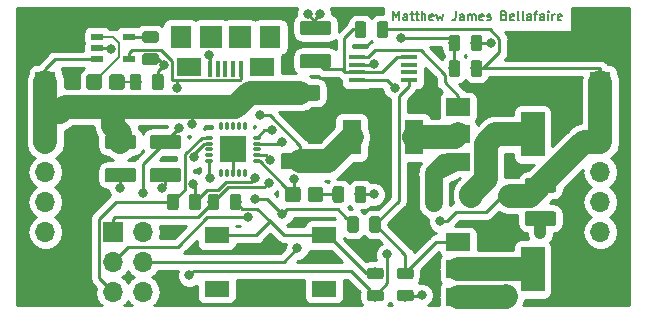
<source format=gbr>
G04 #@! TF.GenerationSoftware,KiCad,Pcbnew,(5.0.1)-3*
G04 #@! TF.CreationDate,2019-12-21T11:02:08-05:00*
G04 #@! TF.ProjectId,BMS Module,424D53204D6F64756C652E6B69636164,rev?*
G04 #@! TF.SameCoordinates,Original*
G04 #@! TF.FileFunction,Copper,L1,Top,Signal*
G04 #@! TF.FilePolarity,Positive*
%FSLAX46Y46*%
G04 Gerber Fmt 4.6, Leading zero omitted, Abs format (unit mm)*
G04 Created by KiCad (PCBNEW (5.0.1)-3) date 12/21/2019 11:02:08 AM*
%MOMM*%
%LPD*%
G01*
G04 APERTURE LIST*
G04 #@! TA.AperFunction,NonConductor*
%ADD10C,0.187500*%
G04 #@! TD*
G04 #@! TA.AperFunction,Conductor*
%ADD11C,0.100000*%
G04 #@! TD*
G04 #@! TA.AperFunction,SMDPad,CuDef*
%ADD12C,1.250000*%
G04 #@! TD*
G04 #@! TA.AperFunction,ComponentPad*
%ADD13O,1.700000X1.700000*%
G04 #@! TD*
G04 #@! TA.AperFunction,ComponentPad*
%ADD14R,1.700000X1.700000*%
G04 #@! TD*
G04 #@! TA.AperFunction,SMDPad,CuDef*
%ADD15R,1.600000X3.000000*%
G04 #@! TD*
G04 #@! TA.AperFunction,SMDPad,CuDef*
%ADD16R,0.900000X1.200000*%
G04 #@! TD*
G04 #@! TA.AperFunction,SMDPad,CuDef*
%ADD17C,1.300000*%
G04 #@! TD*
G04 #@! TA.AperFunction,SMDPad,CuDef*
%ADD18O,0.800000X0.300000*%
G04 #@! TD*
G04 #@! TA.AperFunction,SMDPad,CuDef*
%ADD19O,0.300000X0.800000*%
G04 #@! TD*
G04 #@! TA.AperFunction,SMDPad,CuDef*
%ADD20R,2.250000X2.250000*%
G04 #@! TD*
G04 #@! TA.AperFunction,SMDPad,CuDef*
%ADD21R,1.450000X0.450000*%
G04 #@! TD*
G04 #@! TA.AperFunction,SMDPad,CuDef*
%ADD22R,2.000000X1.500000*%
G04 #@! TD*
G04 #@! TA.AperFunction,SMDPad,CuDef*
%ADD23R,2.000000X3.800000*%
G04 #@! TD*
G04 #@! TA.AperFunction,SMDPad,CuDef*
%ADD24C,0.975000*%
G04 #@! TD*
G04 #@! TA.AperFunction,SMDPad,CuDef*
%ADD25C,1.350000*%
G04 #@! TD*
G04 #@! TA.AperFunction,SMDPad,CuDef*
%ADD26R,1.050000X0.600000*%
G04 #@! TD*
G04 #@! TA.AperFunction,SMDPad,CuDef*
%ADD27R,2.100000X1.400000*%
G04 #@! TD*
G04 #@! TA.AperFunction,SMDPad,CuDef*
%ADD28R,0.400000X1.350000*%
G04 #@! TD*
G04 #@! TA.AperFunction,SMDPad,CuDef*
%ADD29R,2.100000X1.600000*%
G04 #@! TD*
G04 #@! TA.AperFunction,SMDPad,CuDef*
%ADD30R,1.900000X1.900000*%
G04 #@! TD*
G04 #@! TA.AperFunction,SMDPad,CuDef*
%ADD31R,1.800000X1.900000*%
G04 #@! TD*
G04 #@! TA.AperFunction,ViaPad*
%ADD32C,0.800000*%
G04 #@! TD*
G04 #@! TA.AperFunction,Conductor*
%ADD33C,0.250000*%
G04 #@! TD*
G04 #@! TA.AperFunction,Conductor*
%ADD34C,1.000000*%
G04 #@! TD*
G04 #@! TA.AperFunction,Conductor*
%ADD35C,2.000000*%
G04 #@! TD*
G04 #@! TA.AperFunction,Conductor*
%ADD36C,1.500000*%
G04 #@! TD*
G04 #@! TA.AperFunction,Conductor*
%ADD37C,0.127000*%
G04 #@! TD*
G04 #@! TA.AperFunction,NonConductor*
%ADD38C,0.254000*%
G04 #@! TD*
G04 APERTURE END LIST*
D10*
X128528857Y-72221285D02*
X128528857Y-71471285D01*
X128778857Y-72007000D01*
X129028857Y-71471285D01*
X129028857Y-72221285D01*
X129707428Y-72221285D02*
X129707428Y-71828428D01*
X129671714Y-71757000D01*
X129600285Y-71721285D01*
X129457428Y-71721285D01*
X129386000Y-71757000D01*
X129707428Y-72185571D02*
X129636000Y-72221285D01*
X129457428Y-72221285D01*
X129386000Y-72185571D01*
X129350285Y-72114142D01*
X129350285Y-72042714D01*
X129386000Y-71971285D01*
X129457428Y-71935571D01*
X129636000Y-71935571D01*
X129707428Y-71899857D01*
X129957428Y-71721285D02*
X130243142Y-71721285D01*
X130064571Y-71471285D02*
X130064571Y-72114142D01*
X130100285Y-72185571D01*
X130171714Y-72221285D01*
X130243142Y-72221285D01*
X130386000Y-71721285D02*
X130671714Y-71721285D01*
X130493142Y-71471285D02*
X130493142Y-72114142D01*
X130528857Y-72185571D01*
X130600285Y-72221285D01*
X130671714Y-72221285D01*
X130921714Y-72221285D02*
X130921714Y-71471285D01*
X131243142Y-72221285D02*
X131243142Y-71828428D01*
X131207428Y-71757000D01*
X131136000Y-71721285D01*
X131028857Y-71721285D01*
X130957428Y-71757000D01*
X130921714Y-71792714D01*
X131886000Y-72185571D02*
X131814571Y-72221285D01*
X131671714Y-72221285D01*
X131600285Y-72185571D01*
X131564571Y-72114142D01*
X131564571Y-71828428D01*
X131600285Y-71757000D01*
X131671714Y-71721285D01*
X131814571Y-71721285D01*
X131886000Y-71757000D01*
X131921714Y-71828428D01*
X131921714Y-71899857D01*
X131564571Y-71971285D01*
X132171714Y-71721285D02*
X132314571Y-72221285D01*
X132457428Y-71864142D01*
X132600285Y-72221285D01*
X132743142Y-71721285D01*
X133814571Y-71471285D02*
X133814571Y-72007000D01*
X133778857Y-72114142D01*
X133707428Y-72185571D01*
X133600285Y-72221285D01*
X133528857Y-72221285D01*
X134493142Y-72221285D02*
X134493142Y-71828428D01*
X134457428Y-71757000D01*
X134386000Y-71721285D01*
X134243142Y-71721285D01*
X134171714Y-71757000D01*
X134493142Y-72185571D02*
X134421714Y-72221285D01*
X134243142Y-72221285D01*
X134171714Y-72185571D01*
X134136000Y-72114142D01*
X134136000Y-72042714D01*
X134171714Y-71971285D01*
X134243142Y-71935571D01*
X134421714Y-71935571D01*
X134493142Y-71899857D01*
X134850285Y-72221285D02*
X134850285Y-71721285D01*
X134850285Y-71792714D02*
X134886000Y-71757000D01*
X134957428Y-71721285D01*
X135064571Y-71721285D01*
X135136000Y-71757000D01*
X135171714Y-71828428D01*
X135171714Y-72221285D01*
X135171714Y-71828428D02*
X135207428Y-71757000D01*
X135278857Y-71721285D01*
X135386000Y-71721285D01*
X135457428Y-71757000D01*
X135493142Y-71828428D01*
X135493142Y-72221285D01*
X136136000Y-72185571D02*
X136064571Y-72221285D01*
X135921714Y-72221285D01*
X135850285Y-72185571D01*
X135814571Y-72114142D01*
X135814571Y-71828428D01*
X135850285Y-71757000D01*
X135921714Y-71721285D01*
X136064571Y-71721285D01*
X136136000Y-71757000D01*
X136171714Y-71828428D01*
X136171714Y-71899857D01*
X135814571Y-71971285D01*
X136457428Y-72185571D02*
X136528857Y-72221285D01*
X136671714Y-72221285D01*
X136743142Y-72185571D01*
X136778857Y-72114142D01*
X136778857Y-72078428D01*
X136743142Y-72007000D01*
X136671714Y-71971285D01*
X136564571Y-71971285D01*
X136493142Y-71935571D01*
X136457428Y-71864142D01*
X136457428Y-71828428D01*
X136493142Y-71757000D01*
X136564571Y-71721285D01*
X136671714Y-71721285D01*
X136743142Y-71757000D01*
X137921714Y-71828428D02*
X138028857Y-71864142D01*
X138064571Y-71899857D01*
X138100285Y-71971285D01*
X138100285Y-72078428D01*
X138064571Y-72149857D01*
X138028857Y-72185571D01*
X137957428Y-72221285D01*
X137671714Y-72221285D01*
X137671714Y-71471285D01*
X137921714Y-71471285D01*
X137993142Y-71507000D01*
X138028857Y-71542714D01*
X138064571Y-71614142D01*
X138064571Y-71685571D01*
X138028857Y-71757000D01*
X137993142Y-71792714D01*
X137921714Y-71828428D01*
X137671714Y-71828428D01*
X138707428Y-72185571D02*
X138636000Y-72221285D01*
X138493142Y-72221285D01*
X138421714Y-72185571D01*
X138386000Y-72114142D01*
X138386000Y-71828428D01*
X138421714Y-71757000D01*
X138493142Y-71721285D01*
X138636000Y-71721285D01*
X138707428Y-71757000D01*
X138743142Y-71828428D01*
X138743142Y-71899857D01*
X138386000Y-71971285D01*
X139171714Y-72221285D02*
X139100285Y-72185571D01*
X139064571Y-72114142D01*
X139064571Y-71471285D01*
X139564571Y-72221285D02*
X139493142Y-72185571D01*
X139457428Y-72114142D01*
X139457428Y-71471285D01*
X140171714Y-72221285D02*
X140171714Y-71828428D01*
X140136000Y-71757000D01*
X140064571Y-71721285D01*
X139921714Y-71721285D01*
X139850285Y-71757000D01*
X140171714Y-72185571D02*
X140100285Y-72221285D01*
X139921714Y-72221285D01*
X139850285Y-72185571D01*
X139814571Y-72114142D01*
X139814571Y-72042714D01*
X139850285Y-71971285D01*
X139921714Y-71935571D01*
X140100285Y-71935571D01*
X140171714Y-71899857D01*
X140421714Y-71721285D02*
X140707428Y-71721285D01*
X140528857Y-72221285D02*
X140528857Y-71578428D01*
X140564571Y-71507000D01*
X140636000Y-71471285D01*
X140707428Y-71471285D01*
X141278857Y-72221285D02*
X141278857Y-71828428D01*
X141243142Y-71757000D01*
X141171714Y-71721285D01*
X141028857Y-71721285D01*
X140957428Y-71757000D01*
X141278857Y-72185571D02*
X141207428Y-72221285D01*
X141028857Y-72221285D01*
X140957428Y-72185571D01*
X140921714Y-72114142D01*
X140921714Y-72042714D01*
X140957428Y-71971285D01*
X141028857Y-71935571D01*
X141207428Y-71935571D01*
X141278857Y-71899857D01*
X141636000Y-72221285D02*
X141636000Y-71721285D01*
X141636000Y-71471285D02*
X141600285Y-71507000D01*
X141636000Y-71542714D01*
X141671714Y-71507000D01*
X141636000Y-71471285D01*
X141636000Y-71542714D01*
X141993142Y-72221285D02*
X141993142Y-71721285D01*
X141993142Y-71864142D02*
X142028857Y-71792714D01*
X142064571Y-71757000D01*
X142136000Y-71721285D01*
X142207428Y-71721285D01*
X142743142Y-72185571D02*
X142671714Y-72221285D01*
X142528857Y-72221285D01*
X142457428Y-72185571D01*
X142421714Y-72114142D01*
X142421714Y-71828428D01*
X142457428Y-71757000D01*
X142528857Y-71721285D01*
X142671714Y-71721285D01*
X142743142Y-71757000D01*
X142778857Y-71828428D01*
X142778857Y-71899857D01*
X142421714Y-71971285D01*
D11*
G04 #@! TO.N,GND*
G04 #@! TO.C,C1*
G36*
X110319504Y-84726204D02*
X110343773Y-84729804D01*
X110367571Y-84735765D01*
X110390671Y-84744030D01*
X110412849Y-84754520D01*
X110433893Y-84767133D01*
X110453598Y-84781747D01*
X110471777Y-84798223D01*
X110488253Y-84816402D01*
X110502867Y-84836107D01*
X110515480Y-84857151D01*
X110525970Y-84879329D01*
X110534235Y-84902429D01*
X110540196Y-84926227D01*
X110543796Y-84950496D01*
X110545000Y-84975000D01*
X110545000Y-85725000D01*
X110543796Y-85749504D01*
X110540196Y-85773773D01*
X110534235Y-85797571D01*
X110525970Y-85820671D01*
X110515480Y-85842849D01*
X110502867Y-85863893D01*
X110488253Y-85883598D01*
X110471777Y-85901777D01*
X110453598Y-85918253D01*
X110433893Y-85932867D01*
X110412849Y-85945480D01*
X110390671Y-85955970D01*
X110367571Y-85964235D01*
X110343773Y-85970196D01*
X110319504Y-85973796D01*
X110295000Y-85975000D01*
X108145000Y-85975000D01*
X108120496Y-85973796D01*
X108096227Y-85970196D01*
X108072429Y-85964235D01*
X108049329Y-85955970D01*
X108027151Y-85945480D01*
X108006107Y-85932867D01*
X107986402Y-85918253D01*
X107968223Y-85901777D01*
X107951747Y-85883598D01*
X107937133Y-85863893D01*
X107924520Y-85842849D01*
X107914030Y-85820671D01*
X107905765Y-85797571D01*
X107899804Y-85773773D01*
X107896204Y-85749504D01*
X107895000Y-85725000D01*
X107895000Y-84975000D01*
X107896204Y-84950496D01*
X107899804Y-84926227D01*
X107905765Y-84902429D01*
X107914030Y-84879329D01*
X107924520Y-84857151D01*
X107937133Y-84836107D01*
X107951747Y-84816402D01*
X107968223Y-84798223D01*
X107986402Y-84781747D01*
X108006107Y-84767133D01*
X108027151Y-84754520D01*
X108049329Y-84744030D01*
X108072429Y-84735765D01*
X108096227Y-84729804D01*
X108120496Y-84726204D01*
X108145000Y-84725000D01*
X110295000Y-84725000D01*
X110319504Y-84726204D01*
X110319504Y-84726204D01*
G37*
D12*
G04 #@! TD*
G04 #@! TO.P,C1,2*
G04 #@! TO.N,GND*
X109220000Y-85350000D03*
D11*
G04 #@! TO.N,VUSB*
G04 #@! TO.C,C1*
G36*
X110319504Y-81926204D02*
X110343773Y-81929804D01*
X110367571Y-81935765D01*
X110390671Y-81944030D01*
X110412849Y-81954520D01*
X110433893Y-81967133D01*
X110453598Y-81981747D01*
X110471777Y-81998223D01*
X110488253Y-82016402D01*
X110502867Y-82036107D01*
X110515480Y-82057151D01*
X110525970Y-82079329D01*
X110534235Y-82102429D01*
X110540196Y-82126227D01*
X110543796Y-82150496D01*
X110545000Y-82175000D01*
X110545000Y-82925000D01*
X110543796Y-82949504D01*
X110540196Y-82973773D01*
X110534235Y-82997571D01*
X110525970Y-83020671D01*
X110515480Y-83042849D01*
X110502867Y-83063893D01*
X110488253Y-83083598D01*
X110471777Y-83101777D01*
X110453598Y-83118253D01*
X110433893Y-83132867D01*
X110412849Y-83145480D01*
X110390671Y-83155970D01*
X110367571Y-83164235D01*
X110343773Y-83170196D01*
X110319504Y-83173796D01*
X110295000Y-83175000D01*
X108145000Y-83175000D01*
X108120496Y-83173796D01*
X108096227Y-83170196D01*
X108072429Y-83164235D01*
X108049329Y-83155970D01*
X108027151Y-83145480D01*
X108006107Y-83132867D01*
X107986402Y-83118253D01*
X107968223Y-83101777D01*
X107951747Y-83083598D01*
X107937133Y-83063893D01*
X107924520Y-83042849D01*
X107914030Y-83020671D01*
X107905765Y-82997571D01*
X107899804Y-82973773D01*
X107896204Y-82949504D01*
X107895000Y-82925000D01*
X107895000Y-82175000D01*
X107896204Y-82150496D01*
X107899804Y-82126227D01*
X107905765Y-82102429D01*
X107914030Y-82079329D01*
X107924520Y-82057151D01*
X107937133Y-82036107D01*
X107951747Y-82016402D01*
X107968223Y-81998223D01*
X107986402Y-81981747D01*
X108006107Y-81967133D01*
X108027151Y-81954520D01*
X108049329Y-81944030D01*
X108072429Y-81935765D01*
X108096227Y-81929804D01*
X108120496Y-81926204D01*
X108145000Y-81925000D01*
X110295000Y-81925000D01*
X110319504Y-81926204D01*
X110319504Y-81926204D01*
G37*
D12*
G04 #@! TD*
G04 #@! TO.P,C1,1*
G04 #@! TO.N,VUSB*
X109220000Y-82550000D03*
D11*
G04 #@! TO.N,Net-(C2-Pad1)*
G04 #@! TO.C,C2*
G36*
X123019504Y-75071204D02*
X123043773Y-75074804D01*
X123067571Y-75080765D01*
X123090671Y-75089030D01*
X123112849Y-75099520D01*
X123133893Y-75112133D01*
X123153598Y-75126747D01*
X123171777Y-75143223D01*
X123188253Y-75161402D01*
X123202867Y-75181107D01*
X123215480Y-75202151D01*
X123225970Y-75224329D01*
X123234235Y-75247429D01*
X123240196Y-75271227D01*
X123243796Y-75295496D01*
X123245000Y-75320000D01*
X123245000Y-76070000D01*
X123243796Y-76094504D01*
X123240196Y-76118773D01*
X123234235Y-76142571D01*
X123225970Y-76165671D01*
X123215480Y-76187849D01*
X123202867Y-76208893D01*
X123188253Y-76228598D01*
X123171777Y-76246777D01*
X123153598Y-76263253D01*
X123133893Y-76277867D01*
X123112849Y-76290480D01*
X123090671Y-76300970D01*
X123067571Y-76309235D01*
X123043773Y-76315196D01*
X123019504Y-76318796D01*
X122995000Y-76320000D01*
X120845000Y-76320000D01*
X120820496Y-76318796D01*
X120796227Y-76315196D01*
X120772429Y-76309235D01*
X120749329Y-76300970D01*
X120727151Y-76290480D01*
X120706107Y-76277867D01*
X120686402Y-76263253D01*
X120668223Y-76246777D01*
X120651747Y-76228598D01*
X120637133Y-76208893D01*
X120624520Y-76187849D01*
X120614030Y-76165671D01*
X120605765Y-76142571D01*
X120599804Y-76118773D01*
X120596204Y-76094504D01*
X120595000Y-76070000D01*
X120595000Y-75320000D01*
X120596204Y-75295496D01*
X120599804Y-75271227D01*
X120605765Y-75247429D01*
X120614030Y-75224329D01*
X120624520Y-75202151D01*
X120637133Y-75181107D01*
X120651747Y-75161402D01*
X120668223Y-75143223D01*
X120686402Y-75126747D01*
X120706107Y-75112133D01*
X120727151Y-75099520D01*
X120749329Y-75089030D01*
X120772429Y-75080765D01*
X120796227Y-75074804D01*
X120820496Y-75071204D01*
X120845000Y-75070000D01*
X122995000Y-75070000D01*
X123019504Y-75071204D01*
X123019504Y-75071204D01*
G37*
D12*
G04 #@! TD*
G04 #@! TO.P,C2,1*
G04 #@! TO.N,Net-(C2-Pad1)*
X121920000Y-75695000D03*
D11*
G04 #@! TO.N,GND*
G04 #@! TO.C,C2*
G36*
X123019504Y-72271204D02*
X123043773Y-72274804D01*
X123067571Y-72280765D01*
X123090671Y-72289030D01*
X123112849Y-72299520D01*
X123133893Y-72312133D01*
X123153598Y-72326747D01*
X123171777Y-72343223D01*
X123188253Y-72361402D01*
X123202867Y-72381107D01*
X123215480Y-72402151D01*
X123225970Y-72424329D01*
X123234235Y-72447429D01*
X123240196Y-72471227D01*
X123243796Y-72495496D01*
X123245000Y-72520000D01*
X123245000Y-73270000D01*
X123243796Y-73294504D01*
X123240196Y-73318773D01*
X123234235Y-73342571D01*
X123225970Y-73365671D01*
X123215480Y-73387849D01*
X123202867Y-73408893D01*
X123188253Y-73428598D01*
X123171777Y-73446777D01*
X123153598Y-73463253D01*
X123133893Y-73477867D01*
X123112849Y-73490480D01*
X123090671Y-73500970D01*
X123067571Y-73509235D01*
X123043773Y-73515196D01*
X123019504Y-73518796D01*
X122995000Y-73520000D01*
X120845000Y-73520000D01*
X120820496Y-73518796D01*
X120796227Y-73515196D01*
X120772429Y-73509235D01*
X120749329Y-73500970D01*
X120727151Y-73490480D01*
X120706107Y-73477867D01*
X120686402Y-73463253D01*
X120668223Y-73446777D01*
X120651747Y-73428598D01*
X120637133Y-73408893D01*
X120624520Y-73387849D01*
X120614030Y-73365671D01*
X120605765Y-73342571D01*
X120599804Y-73318773D01*
X120596204Y-73294504D01*
X120595000Y-73270000D01*
X120595000Y-72520000D01*
X120596204Y-72495496D01*
X120599804Y-72471227D01*
X120605765Y-72447429D01*
X120614030Y-72424329D01*
X120624520Y-72402151D01*
X120637133Y-72381107D01*
X120651747Y-72361402D01*
X120668223Y-72343223D01*
X120686402Y-72326747D01*
X120706107Y-72312133D01*
X120727151Y-72299520D01*
X120749329Y-72289030D01*
X120772429Y-72280765D01*
X120796227Y-72274804D01*
X120820496Y-72271204D01*
X120845000Y-72270000D01*
X122995000Y-72270000D01*
X123019504Y-72271204D01*
X123019504Y-72271204D01*
G37*
D12*
G04 #@! TD*
G04 #@! TO.P,C2,2*
G04 #@! TO.N,GND*
X121920000Y-72895000D03*
D11*
G04 #@! TO.N,GND*
G04 #@! TO.C,C3*
G36*
X106509504Y-84726204D02*
X106533773Y-84729804D01*
X106557571Y-84735765D01*
X106580671Y-84744030D01*
X106602849Y-84754520D01*
X106623893Y-84767133D01*
X106643598Y-84781747D01*
X106661777Y-84798223D01*
X106678253Y-84816402D01*
X106692867Y-84836107D01*
X106705480Y-84857151D01*
X106715970Y-84879329D01*
X106724235Y-84902429D01*
X106730196Y-84926227D01*
X106733796Y-84950496D01*
X106735000Y-84975000D01*
X106735000Y-85725000D01*
X106733796Y-85749504D01*
X106730196Y-85773773D01*
X106724235Y-85797571D01*
X106715970Y-85820671D01*
X106705480Y-85842849D01*
X106692867Y-85863893D01*
X106678253Y-85883598D01*
X106661777Y-85901777D01*
X106643598Y-85918253D01*
X106623893Y-85932867D01*
X106602849Y-85945480D01*
X106580671Y-85955970D01*
X106557571Y-85964235D01*
X106533773Y-85970196D01*
X106509504Y-85973796D01*
X106485000Y-85975000D01*
X104335000Y-85975000D01*
X104310496Y-85973796D01*
X104286227Y-85970196D01*
X104262429Y-85964235D01*
X104239329Y-85955970D01*
X104217151Y-85945480D01*
X104196107Y-85932867D01*
X104176402Y-85918253D01*
X104158223Y-85901777D01*
X104141747Y-85883598D01*
X104127133Y-85863893D01*
X104114520Y-85842849D01*
X104104030Y-85820671D01*
X104095765Y-85797571D01*
X104089804Y-85773773D01*
X104086204Y-85749504D01*
X104085000Y-85725000D01*
X104085000Y-84975000D01*
X104086204Y-84950496D01*
X104089804Y-84926227D01*
X104095765Y-84902429D01*
X104104030Y-84879329D01*
X104114520Y-84857151D01*
X104127133Y-84836107D01*
X104141747Y-84816402D01*
X104158223Y-84798223D01*
X104176402Y-84781747D01*
X104196107Y-84767133D01*
X104217151Y-84754520D01*
X104239329Y-84744030D01*
X104262429Y-84735765D01*
X104286227Y-84729804D01*
X104310496Y-84726204D01*
X104335000Y-84725000D01*
X106485000Y-84725000D01*
X106509504Y-84726204D01*
X106509504Y-84726204D01*
G37*
D12*
G04 #@! TD*
G04 #@! TO.P,C3,2*
G04 #@! TO.N,GND*
X105410000Y-85350000D03*
D11*
G04 #@! TO.N,BAT+*
G04 #@! TO.C,C3*
G36*
X106509504Y-81926204D02*
X106533773Y-81929804D01*
X106557571Y-81935765D01*
X106580671Y-81944030D01*
X106602849Y-81954520D01*
X106623893Y-81967133D01*
X106643598Y-81981747D01*
X106661777Y-81998223D01*
X106678253Y-82016402D01*
X106692867Y-82036107D01*
X106705480Y-82057151D01*
X106715970Y-82079329D01*
X106724235Y-82102429D01*
X106730196Y-82126227D01*
X106733796Y-82150496D01*
X106735000Y-82175000D01*
X106735000Y-82925000D01*
X106733796Y-82949504D01*
X106730196Y-82973773D01*
X106724235Y-82997571D01*
X106715970Y-83020671D01*
X106705480Y-83042849D01*
X106692867Y-83063893D01*
X106678253Y-83083598D01*
X106661777Y-83101777D01*
X106643598Y-83118253D01*
X106623893Y-83132867D01*
X106602849Y-83145480D01*
X106580671Y-83155970D01*
X106557571Y-83164235D01*
X106533773Y-83170196D01*
X106509504Y-83173796D01*
X106485000Y-83175000D01*
X104335000Y-83175000D01*
X104310496Y-83173796D01*
X104286227Y-83170196D01*
X104262429Y-83164235D01*
X104239329Y-83155970D01*
X104217151Y-83145480D01*
X104196107Y-83132867D01*
X104176402Y-83118253D01*
X104158223Y-83101777D01*
X104141747Y-83083598D01*
X104127133Y-83063893D01*
X104114520Y-83042849D01*
X104104030Y-83020671D01*
X104095765Y-82997571D01*
X104089804Y-82973773D01*
X104086204Y-82949504D01*
X104085000Y-82925000D01*
X104085000Y-82175000D01*
X104086204Y-82150496D01*
X104089804Y-82126227D01*
X104095765Y-82102429D01*
X104104030Y-82079329D01*
X104114520Y-82057151D01*
X104127133Y-82036107D01*
X104141747Y-82016402D01*
X104158223Y-81998223D01*
X104176402Y-81981747D01*
X104196107Y-81967133D01*
X104217151Y-81954520D01*
X104239329Y-81944030D01*
X104262429Y-81935765D01*
X104286227Y-81929804D01*
X104310496Y-81926204D01*
X104335000Y-81925000D01*
X106485000Y-81925000D01*
X106509504Y-81926204D01*
X106509504Y-81926204D01*
G37*
D12*
G04 #@! TD*
G04 #@! TO.P,C3,1*
G04 #@! TO.N,BAT+*
X105410000Y-82550000D03*
D11*
G04 #@! TO.N,+5V*
G04 #@! TO.C,C4*
G36*
X142069504Y-85606204D02*
X142093773Y-85609804D01*
X142117571Y-85615765D01*
X142140671Y-85624030D01*
X142162849Y-85634520D01*
X142183893Y-85647133D01*
X142203598Y-85661747D01*
X142221777Y-85678223D01*
X142238253Y-85696402D01*
X142252867Y-85716107D01*
X142265480Y-85737151D01*
X142275970Y-85759329D01*
X142284235Y-85782429D01*
X142290196Y-85806227D01*
X142293796Y-85830496D01*
X142295000Y-85855000D01*
X142295000Y-86605000D01*
X142293796Y-86629504D01*
X142290196Y-86653773D01*
X142284235Y-86677571D01*
X142275970Y-86700671D01*
X142265480Y-86722849D01*
X142252867Y-86743893D01*
X142238253Y-86763598D01*
X142221777Y-86781777D01*
X142203598Y-86798253D01*
X142183893Y-86812867D01*
X142162849Y-86825480D01*
X142140671Y-86835970D01*
X142117571Y-86844235D01*
X142093773Y-86850196D01*
X142069504Y-86853796D01*
X142045000Y-86855000D01*
X139895000Y-86855000D01*
X139870496Y-86853796D01*
X139846227Y-86850196D01*
X139822429Y-86844235D01*
X139799329Y-86835970D01*
X139777151Y-86825480D01*
X139756107Y-86812867D01*
X139736402Y-86798253D01*
X139718223Y-86781777D01*
X139701747Y-86763598D01*
X139687133Y-86743893D01*
X139674520Y-86722849D01*
X139664030Y-86700671D01*
X139655765Y-86677571D01*
X139649804Y-86653773D01*
X139646204Y-86629504D01*
X139645000Y-86605000D01*
X139645000Y-85855000D01*
X139646204Y-85830496D01*
X139649804Y-85806227D01*
X139655765Y-85782429D01*
X139664030Y-85759329D01*
X139674520Y-85737151D01*
X139687133Y-85716107D01*
X139701747Y-85696402D01*
X139718223Y-85678223D01*
X139736402Y-85661747D01*
X139756107Y-85647133D01*
X139777151Y-85634520D01*
X139799329Y-85624030D01*
X139822429Y-85615765D01*
X139846227Y-85609804D01*
X139870496Y-85606204D01*
X139895000Y-85605000D01*
X142045000Y-85605000D01*
X142069504Y-85606204D01*
X142069504Y-85606204D01*
G37*
D12*
G04 #@! TD*
G04 #@! TO.P,C4,1*
G04 #@! TO.N,+5V*
X140970000Y-86230000D03*
D11*
G04 #@! TO.N,GND*
G04 #@! TO.C,C4*
G36*
X142069504Y-88406204D02*
X142093773Y-88409804D01*
X142117571Y-88415765D01*
X142140671Y-88424030D01*
X142162849Y-88434520D01*
X142183893Y-88447133D01*
X142203598Y-88461747D01*
X142221777Y-88478223D01*
X142238253Y-88496402D01*
X142252867Y-88516107D01*
X142265480Y-88537151D01*
X142275970Y-88559329D01*
X142284235Y-88582429D01*
X142290196Y-88606227D01*
X142293796Y-88630496D01*
X142295000Y-88655000D01*
X142295000Y-89405000D01*
X142293796Y-89429504D01*
X142290196Y-89453773D01*
X142284235Y-89477571D01*
X142275970Y-89500671D01*
X142265480Y-89522849D01*
X142252867Y-89543893D01*
X142238253Y-89563598D01*
X142221777Y-89581777D01*
X142203598Y-89598253D01*
X142183893Y-89612867D01*
X142162849Y-89625480D01*
X142140671Y-89635970D01*
X142117571Y-89644235D01*
X142093773Y-89650196D01*
X142069504Y-89653796D01*
X142045000Y-89655000D01*
X139895000Y-89655000D01*
X139870496Y-89653796D01*
X139846227Y-89650196D01*
X139822429Y-89644235D01*
X139799329Y-89635970D01*
X139777151Y-89625480D01*
X139756107Y-89612867D01*
X139736402Y-89598253D01*
X139718223Y-89581777D01*
X139701747Y-89563598D01*
X139687133Y-89543893D01*
X139674520Y-89522849D01*
X139664030Y-89500671D01*
X139655765Y-89477571D01*
X139649804Y-89453773D01*
X139646204Y-89429504D01*
X139645000Y-89405000D01*
X139645000Y-88655000D01*
X139646204Y-88630496D01*
X139649804Y-88606227D01*
X139655765Y-88582429D01*
X139664030Y-88559329D01*
X139674520Y-88537151D01*
X139687133Y-88516107D01*
X139701747Y-88496402D01*
X139718223Y-88478223D01*
X139736402Y-88461747D01*
X139756107Y-88447133D01*
X139777151Y-88434520D01*
X139799329Y-88424030D01*
X139822429Y-88415765D01*
X139846227Y-88409804D01*
X139870496Y-88406204D01*
X139895000Y-88405000D01*
X142045000Y-88405000D01*
X142069504Y-88406204D01*
X142069504Y-88406204D01*
G37*
D12*
G04 #@! TD*
G04 #@! TO.P,C4,2*
G04 #@! TO.N,GND*
X140970000Y-89030000D03*
D13*
G04 #@! TO.P,J7,6*
G04 #@! TO.N,OUT-*
X146050000Y-90170000D03*
G04 #@! TO.P,J7,5*
X146050000Y-87630000D03*
G04 #@! TO.P,J7,4*
X146050000Y-85090000D03*
G04 #@! TO.P,J7,3*
G04 #@! TO.N,+5V*
X146050000Y-82550000D03*
G04 #@! TO.P,J7,2*
X146050000Y-80010000D03*
D14*
G04 #@! TO.P,J7,1*
X146050000Y-77470000D03*
G04 #@! TD*
G04 #@! TO.P,J2,1*
G04 #@! TO.N,BAT+*
X99060000Y-77470000D03*
D13*
G04 #@! TO.P,J2,2*
X99060000Y-80010000D03*
G04 #@! TO.P,J2,3*
X99060000Y-82550000D03*
G04 #@! TO.P,J2,4*
G04 #@! TO.N,GND*
X99060000Y-85090000D03*
G04 #@! TO.P,J2,5*
X99060000Y-87630000D03*
G04 #@! TO.P,J2,6*
X99060000Y-90170000D03*
G04 #@! TD*
D14*
G04 #@! TO.P,J5,1*
G04 #@! TO.N,/MISO*
X104775000Y-90170000D03*
D13*
G04 #@! TO.P,J5,2*
G04 #@! TO.N,VUSB*
X107315000Y-90170000D03*
G04 #@! TO.P,J5,3*
G04 #@! TO.N,/SCK*
X104775000Y-92710000D03*
G04 #@! TO.P,J5,4*
G04 #@! TO.N,/ACTIVE_INDICATOR*
X107315000Y-92710000D03*
G04 #@! TO.P,J5,5*
G04 #@! TO.N,/RST*
X104775000Y-95250000D03*
G04 #@! TO.P,J5,6*
G04 #@! TO.N,GND*
X107315000Y-95250000D03*
G04 #@! TD*
D15*
G04 #@! TO.P,L1,2*
G04 #@! TO.N,Net-(L1-Pad2)*
X130285000Y-82169000D03*
G04 #@! TO.P,L1,1*
G04 #@! TO.N,BoostConv_IN*
X124985000Y-82169000D03*
G04 #@! TD*
D16*
G04 #@! TO.P,D1,1*
G04 #@! TO.N,+5V*
X138429000Y-87122000D03*
G04 #@! TO.P,D1,2*
G04 #@! TO.N,Net-(D1-Pad2)*
X135129000Y-87122000D03*
G04 #@! TD*
D11*
G04 #@! TO.N,Net-(D3-Pad2)*
G04 #@! TO.C,D3*
G36*
X103614504Y-76821204D02*
X103638773Y-76824804D01*
X103662571Y-76830765D01*
X103685671Y-76839030D01*
X103707849Y-76849520D01*
X103728893Y-76862133D01*
X103748598Y-76876747D01*
X103766777Y-76893223D01*
X103783253Y-76911402D01*
X103797867Y-76931107D01*
X103810480Y-76952151D01*
X103820970Y-76974329D01*
X103829235Y-76997429D01*
X103835196Y-77021227D01*
X103838796Y-77045496D01*
X103840000Y-77070000D01*
X103840000Y-77870000D01*
X103838796Y-77894504D01*
X103835196Y-77918773D01*
X103829235Y-77942571D01*
X103820970Y-77965671D01*
X103810480Y-77987849D01*
X103797867Y-78008893D01*
X103783253Y-78028598D01*
X103766777Y-78046777D01*
X103748598Y-78063253D01*
X103728893Y-78077867D01*
X103707849Y-78090480D01*
X103685671Y-78100970D01*
X103662571Y-78109235D01*
X103638773Y-78115196D01*
X103614504Y-78118796D01*
X103590000Y-78120000D01*
X102765000Y-78120000D01*
X102740496Y-78118796D01*
X102716227Y-78115196D01*
X102692429Y-78109235D01*
X102669329Y-78100970D01*
X102647151Y-78090480D01*
X102626107Y-78077867D01*
X102606402Y-78063253D01*
X102588223Y-78046777D01*
X102571747Y-78028598D01*
X102557133Y-78008893D01*
X102544520Y-77987849D01*
X102534030Y-77965671D01*
X102525765Y-77942571D01*
X102519804Y-77918773D01*
X102516204Y-77894504D01*
X102515000Y-77870000D01*
X102515000Y-77070000D01*
X102516204Y-77045496D01*
X102519804Y-77021227D01*
X102525765Y-76997429D01*
X102534030Y-76974329D01*
X102544520Y-76952151D01*
X102557133Y-76931107D01*
X102571747Y-76911402D01*
X102588223Y-76893223D01*
X102606402Y-76876747D01*
X102626107Y-76862133D01*
X102647151Y-76849520D01*
X102669329Y-76839030D01*
X102692429Y-76830765D01*
X102716227Y-76824804D01*
X102740496Y-76821204D01*
X102765000Y-76820000D01*
X103590000Y-76820000D01*
X103614504Y-76821204D01*
X103614504Y-76821204D01*
G37*
D17*
G04 #@! TD*
G04 #@! TO.P,D3,2*
G04 #@! TO.N,Net-(D3-Pad2)*
X103177500Y-77470000D03*
D11*
G04 #@! TO.N,Net-(D3-Pad1)*
G04 #@! TO.C,D3*
G36*
X105539504Y-76821204D02*
X105563773Y-76824804D01*
X105587571Y-76830765D01*
X105610671Y-76839030D01*
X105632849Y-76849520D01*
X105653893Y-76862133D01*
X105673598Y-76876747D01*
X105691777Y-76893223D01*
X105708253Y-76911402D01*
X105722867Y-76931107D01*
X105735480Y-76952151D01*
X105745970Y-76974329D01*
X105754235Y-76997429D01*
X105760196Y-77021227D01*
X105763796Y-77045496D01*
X105765000Y-77070000D01*
X105765000Y-77870000D01*
X105763796Y-77894504D01*
X105760196Y-77918773D01*
X105754235Y-77942571D01*
X105745970Y-77965671D01*
X105735480Y-77987849D01*
X105722867Y-78008893D01*
X105708253Y-78028598D01*
X105691777Y-78046777D01*
X105673598Y-78063253D01*
X105653893Y-78077867D01*
X105632849Y-78090480D01*
X105610671Y-78100970D01*
X105587571Y-78109235D01*
X105563773Y-78115196D01*
X105539504Y-78118796D01*
X105515000Y-78120000D01*
X104690000Y-78120000D01*
X104665496Y-78118796D01*
X104641227Y-78115196D01*
X104617429Y-78109235D01*
X104594329Y-78100970D01*
X104572151Y-78090480D01*
X104551107Y-78077867D01*
X104531402Y-78063253D01*
X104513223Y-78046777D01*
X104496747Y-78028598D01*
X104482133Y-78008893D01*
X104469520Y-77987849D01*
X104459030Y-77965671D01*
X104450765Y-77942571D01*
X104444804Y-77918773D01*
X104441204Y-77894504D01*
X104440000Y-77870000D01*
X104440000Y-77070000D01*
X104441204Y-77045496D01*
X104444804Y-77021227D01*
X104450765Y-76997429D01*
X104459030Y-76974329D01*
X104469520Y-76952151D01*
X104482133Y-76931107D01*
X104496747Y-76911402D01*
X104513223Y-76893223D01*
X104531402Y-76876747D01*
X104551107Y-76862133D01*
X104572151Y-76849520D01*
X104594329Y-76839030D01*
X104617429Y-76830765D01*
X104641227Y-76824804D01*
X104665496Y-76821204D01*
X104690000Y-76820000D01*
X105515000Y-76820000D01*
X105539504Y-76821204D01*
X105539504Y-76821204D01*
G37*
D17*
G04 #@! TD*
G04 #@! TO.P,D3,1*
G04 #@! TO.N,Net-(D3-Pad1)*
X105102500Y-77470000D03*
D11*
G04 #@! TO.N,Net-(D2-Pad1)*
G04 #@! TO.C,D2*
G36*
X122377004Y-86346204D02*
X122401273Y-86349804D01*
X122425071Y-86355765D01*
X122448171Y-86364030D01*
X122470349Y-86374520D01*
X122491393Y-86387133D01*
X122511098Y-86401747D01*
X122529277Y-86418223D01*
X122545753Y-86436402D01*
X122560367Y-86456107D01*
X122572980Y-86477151D01*
X122583470Y-86499329D01*
X122591735Y-86522429D01*
X122597696Y-86546227D01*
X122601296Y-86570496D01*
X122602500Y-86595000D01*
X122602500Y-87395000D01*
X122601296Y-87419504D01*
X122597696Y-87443773D01*
X122591735Y-87467571D01*
X122583470Y-87490671D01*
X122572980Y-87512849D01*
X122560367Y-87533893D01*
X122545753Y-87553598D01*
X122529277Y-87571777D01*
X122511098Y-87588253D01*
X122491393Y-87602867D01*
X122470349Y-87615480D01*
X122448171Y-87625970D01*
X122425071Y-87634235D01*
X122401273Y-87640196D01*
X122377004Y-87643796D01*
X122352500Y-87645000D01*
X121527500Y-87645000D01*
X121502996Y-87643796D01*
X121478727Y-87640196D01*
X121454929Y-87634235D01*
X121431829Y-87625970D01*
X121409651Y-87615480D01*
X121388607Y-87602867D01*
X121368902Y-87588253D01*
X121350723Y-87571777D01*
X121334247Y-87553598D01*
X121319633Y-87533893D01*
X121307020Y-87512849D01*
X121296530Y-87490671D01*
X121288265Y-87467571D01*
X121282304Y-87443773D01*
X121278704Y-87419504D01*
X121277500Y-87395000D01*
X121277500Y-86595000D01*
X121278704Y-86570496D01*
X121282304Y-86546227D01*
X121288265Y-86522429D01*
X121296530Y-86499329D01*
X121307020Y-86477151D01*
X121319633Y-86456107D01*
X121334247Y-86436402D01*
X121350723Y-86418223D01*
X121368902Y-86401747D01*
X121388607Y-86387133D01*
X121409651Y-86374520D01*
X121431829Y-86364030D01*
X121454929Y-86355765D01*
X121478727Y-86349804D01*
X121502996Y-86346204D01*
X121527500Y-86345000D01*
X122352500Y-86345000D01*
X122377004Y-86346204D01*
X122377004Y-86346204D01*
G37*
D17*
G04 #@! TD*
G04 #@! TO.P,D2,1*
G04 #@! TO.N,Net-(D2-Pad1)*
X121940000Y-86995000D03*
D11*
G04 #@! TO.N,/ACTIVE_INDICATOR*
G04 #@! TO.C,D2*
G36*
X120452004Y-86346204D02*
X120476273Y-86349804D01*
X120500071Y-86355765D01*
X120523171Y-86364030D01*
X120545349Y-86374520D01*
X120566393Y-86387133D01*
X120586098Y-86401747D01*
X120604277Y-86418223D01*
X120620753Y-86436402D01*
X120635367Y-86456107D01*
X120647980Y-86477151D01*
X120658470Y-86499329D01*
X120666735Y-86522429D01*
X120672696Y-86546227D01*
X120676296Y-86570496D01*
X120677500Y-86595000D01*
X120677500Y-87395000D01*
X120676296Y-87419504D01*
X120672696Y-87443773D01*
X120666735Y-87467571D01*
X120658470Y-87490671D01*
X120647980Y-87512849D01*
X120635367Y-87533893D01*
X120620753Y-87553598D01*
X120604277Y-87571777D01*
X120586098Y-87588253D01*
X120566393Y-87602867D01*
X120545349Y-87615480D01*
X120523171Y-87625970D01*
X120500071Y-87634235D01*
X120476273Y-87640196D01*
X120452004Y-87643796D01*
X120427500Y-87645000D01*
X119602500Y-87645000D01*
X119577996Y-87643796D01*
X119553727Y-87640196D01*
X119529929Y-87634235D01*
X119506829Y-87625970D01*
X119484651Y-87615480D01*
X119463607Y-87602867D01*
X119443902Y-87588253D01*
X119425723Y-87571777D01*
X119409247Y-87553598D01*
X119394633Y-87533893D01*
X119382020Y-87512849D01*
X119371530Y-87490671D01*
X119363265Y-87467571D01*
X119357304Y-87443773D01*
X119353704Y-87419504D01*
X119352500Y-87395000D01*
X119352500Y-86595000D01*
X119353704Y-86570496D01*
X119357304Y-86546227D01*
X119363265Y-86522429D01*
X119371530Y-86499329D01*
X119382020Y-86477151D01*
X119394633Y-86456107D01*
X119409247Y-86436402D01*
X119425723Y-86418223D01*
X119443902Y-86401747D01*
X119463607Y-86387133D01*
X119484651Y-86374520D01*
X119506829Y-86364030D01*
X119529929Y-86355765D01*
X119553727Y-86349804D01*
X119577996Y-86346204D01*
X119602500Y-86345000D01*
X120427500Y-86345000D01*
X120452004Y-86346204D01*
X120452004Y-86346204D01*
G37*
D17*
G04 #@! TD*
G04 #@! TO.P,D2,2*
G04 #@! TO.N,/ACTIVE_INDICATOR*
X120015000Y-86995000D03*
D18*
G04 #@! TO.P,U1,1*
G04 #@! TO.N,/RST*
X112935000Y-82185000D03*
G04 #@! TO.P,U1,2*
G04 #@! TO.N,BAT+*
X112935000Y-82685000D03*
G04 #@! TO.P,U1,3*
G04 #@! TO.N,Net-(U1-Pad3)*
X112935000Y-83185000D03*
G04 #@! TO.P,U1,4*
G04 #@! TO.N,Net-(U1-Pad4)*
X112935000Y-83685000D03*
G04 #@! TO.P,U1,5*
G04 #@! TO.N,BoostConv_IN*
X112935000Y-84185000D03*
D19*
G04 #@! TO.P,U1,6*
G04 #@! TO.N,Net-(U1-Pad6)*
X113935000Y-85185000D03*
G04 #@! TO.P,U1,7*
G04 #@! TO.N,Net-(U1-Pad7)*
X114435000Y-85185000D03*
G04 #@! TO.P,U1,8*
G04 #@! TO.N,GND*
X114935000Y-85185000D03*
G04 #@! TO.P,U1,9*
G04 #@! TO.N,Net-(U1-Pad9)*
X115435000Y-85185000D03*
G04 #@! TO.P,U1,10*
G04 #@! TO.N,Net-(U1-Pad10)*
X115935000Y-85185000D03*
D18*
G04 #@! TO.P,U1,11*
G04 #@! TO.N,/ACTIVE_INDICATOR*
X116935000Y-84185000D03*
G04 #@! TO.P,U1,12*
G04 #@! TO.N,/MISO*
X116935000Y-83685000D03*
G04 #@! TO.P,U1,13*
G04 #@! TO.N,Net-(U1-Pad13)*
X116935000Y-83185000D03*
G04 #@! TO.P,U1,14*
G04 #@! TO.N,/SCK*
X116935000Y-82685000D03*
G04 #@! TO.P,U1,15*
G04 #@! TO.N,+5V*
X116935000Y-82185000D03*
D19*
G04 #@! TO.P,U1,16*
G04 #@! TO.N,Net-(U1-Pad16)*
X115935000Y-81185000D03*
G04 #@! TO.P,U1,17*
G04 #@! TO.N,Net-(U1-Pad17)*
X115435000Y-81185000D03*
G04 #@! TO.P,U1,18*
G04 #@! TO.N,Net-(U1-Pad18)*
X114935000Y-81185000D03*
G04 #@! TO.P,U1,19*
G04 #@! TO.N,Net-(U1-Pad19)*
X114435000Y-81185000D03*
G04 #@! TO.P,U1,20*
G04 #@! TO.N,Net-(U1-Pad20)*
X113935000Y-81185000D03*
D20*
G04 #@! TO.P,U1,21*
G04 #@! TO.N,GND*
X114935000Y-83185000D03*
G04 #@! TD*
D21*
G04 #@! TO.P,U3,1*
G04 #@! TO.N,Net-(U3-Pad1)*
X125435000Y-75352000D03*
G04 #@! TO.P,U3,2*
G04 #@! TO.N,GND*
X125435000Y-76002000D03*
G04 #@! TO.P,U3,3*
G04 #@! TO.N,Net-(C2-Pad1)*
X125435000Y-76652000D03*
G04 #@! TO.P,U3,4*
G04 #@! TO.N,Net-(R2-Pad2)*
X125435000Y-77302000D03*
G04 #@! TO.P,U3,5*
G04 #@! TO.N,SHDN*
X129835000Y-77302000D03*
G04 #@! TO.P,U3,6*
G04 #@! TO.N,Net-(U3-Pad6)*
X129835000Y-76652000D03*
G04 #@! TO.P,U3,7*
G04 #@! TO.N,Net-(U3-Pad7)*
X129835000Y-76002000D03*
G04 #@! TO.P,U3,8*
G04 #@! TO.N,Net-(C2-Pad1)*
X129835000Y-75352000D03*
G04 #@! TD*
D22*
G04 #@! TO.P,U4,1*
G04 #@! TO.N,Net-(U3-Pad1)*
X134010000Y-79615000D03*
G04 #@! TO.P,U4,3*
G04 #@! TO.N,GND*
X134010000Y-84215000D03*
G04 #@! TO.P,U4,2*
G04 #@! TO.N,Net-(L1-Pad2)*
X134010000Y-81915000D03*
D23*
G04 #@! TO.P,U4,4*
G04 #@! TO.N,Net-(D1-Pad2)*
X140310000Y-81915000D03*
G04 #@! TD*
G04 #@! TO.P,U5,4*
G04 #@! TO.N,OUT-*
X140310000Y-93345000D03*
D22*
G04 #@! TO.P,U5,2*
X134010000Y-93345000D03*
G04 #@! TO.P,U5,3*
G04 #@! TO.N,GND*
X134010000Y-95645000D03*
G04 #@! TO.P,U5,1*
G04 #@! TO.N,SHDN*
X134010000Y-91045000D03*
G04 #@! TD*
D11*
G04 #@! TO.N,SHDN*
G04 #@! TO.C,R12*
G36*
X130020142Y-93191174D02*
X130043803Y-93194684D01*
X130067007Y-93200496D01*
X130089529Y-93208554D01*
X130111153Y-93218782D01*
X130131670Y-93231079D01*
X130150883Y-93245329D01*
X130168607Y-93261393D01*
X130184671Y-93279117D01*
X130198921Y-93298330D01*
X130211218Y-93318847D01*
X130221446Y-93340471D01*
X130229504Y-93362993D01*
X130235316Y-93386197D01*
X130238826Y-93409858D01*
X130240000Y-93433750D01*
X130240000Y-93921250D01*
X130238826Y-93945142D01*
X130235316Y-93968803D01*
X130229504Y-93992007D01*
X130221446Y-94014529D01*
X130211218Y-94036153D01*
X130198921Y-94056670D01*
X130184671Y-94075883D01*
X130168607Y-94093607D01*
X130150883Y-94109671D01*
X130131670Y-94123921D01*
X130111153Y-94136218D01*
X130089529Y-94146446D01*
X130067007Y-94154504D01*
X130043803Y-94160316D01*
X130020142Y-94163826D01*
X129996250Y-94165000D01*
X129083750Y-94165000D01*
X129059858Y-94163826D01*
X129036197Y-94160316D01*
X129012993Y-94154504D01*
X128990471Y-94146446D01*
X128968847Y-94136218D01*
X128948330Y-94123921D01*
X128929117Y-94109671D01*
X128911393Y-94093607D01*
X128895329Y-94075883D01*
X128881079Y-94056670D01*
X128868782Y-94036153D01*
X128858554Y-94014529D01*
X128850496Y-93992007D01*
X128844684Y-93968803D01*
X128841174Y-93945142D01*
X128840000Y-93921250D01*
X128840000Y-93433750D01*
X128841174Y-93409858D01*
X128844684Y-93386197D01*
X128850496Y-93362993D01*
X128858554Y-93340471D01*
X128868782Y-93318847D01*
X128881079Y-93298330D01*
X128895329Y-93279117D01*
X128911393Y-93261393D01*
X128929117Y-93245329D01*
X128948330Y-93231079D01*
X128968847Y-93218782D01*
X128990471Y-93208554D01*
X129012993Y-93200496D01*
X129036197Y-93194684D01*
X129059858Y-93191174D01*
X129083750Y-93190000D01*
X129996250Y-93190000D01*
X130020142Y-93191174D01*
X130020142Y-93191174D01*
G37*
D24*
G04 #@! TD*
G04 #@! TO.P,R12,1*
G04 #@! TO.N,SHDN*
X129540000Y-93677500D03*
D11*
G04 #@! TO.N,GND*
G04 #@! TO.C,R12*
G36*
X130020142Y-95066174D02*
X130043803Y-95069684D01*
X130067007Y-95075496D01*
X130089529Y-95083554D01*
X130111153Y-95093782D01*
X130131670Y-95106079D01*
X130150883Y-95120329D01*
X130168607Y-95136393D01*
X130184671Y-95154117D01*
X130198921Y-95173330D01*
X130211218Y-95193847D01*
X130221446Y-95215471D01*
X130229504Y-95237993D01*
X130235316Y-95261197D01*
X130238826Y-95284858D01*
X130240000Y-95308750D01*
X130240000Y-95796250D01*
X130238826Y-95820142D01*
X130235316Y-95843803D01*
X130229504Y-95867007D01*
X130221446Y-95889529D01*
X130211218Y-95911153D01*
X130198921Y-95931670D01*
X130184671Y-95950883D01*
X130168607Y-95968607D01*
X130150883Y-95984671D01*
X130131670Y-95998921D01*
X130111153Y-96011218D01*
X130089529Y-96021446D01*
X130067007Y-96029504D01*
X130043803Y-96035316D01*
X130020142Y-96038826D01*
X129996250Y-96040000D01*
X129083750Y-96040000D01*
X129059858Y-96038826D01*
X129036197Y-96035316D01*
X129012993Y-96029504D01*
X128990471Y-96021446D01*
X128968847Y-96011218D01*
X128948330Y-95998921D01*
X128929117Y-95984671D01*
X128911393Y-95968607D01*
X128895329Y-95950883D01*
X128881079Y-95931670D01*
X128868782Y-95911153D01*
X128858554Y-95889529D01*
X128850496Y-95867007D01*
X128844684Y-95843803D01*
X128841174Y-95820142D01*
X128840000Y-95796250D01*
X128840000Y-95308750D01*
X128841174Y-95284858D01*
X128844684Y-95261197D01*
X128850496Y-95237993D01*
X128858554Y-95215471D01*
X128868782Y-95193847D01*
X128881079Y-95173330D01*
X128895329Y-95154117D01*
X128911393Y-95136393D01*
X128929117Y-95120329D01*
X128948330Y-95106079D01*
X128968847Y-95093782D01*
X128990471Y-95083554D01*
X129012993Y-95075496D01*
X129036197Y-95069684D01*
X129059858Y-95066174D01*
X129083750Y-95065000D01*
X129996250Y-95065000D01*
X130020142Y-95066174D01*
X130020142Y-95066174D01*
G37*
D24*
G04 #@! TD*
G04 #@! TO.P,R12,2*
G04 #@! TO.N,GND*
X129540000Y-95552500D03*
D11*
G04 #@! TO.N,Net-(R11-Pad2)*
G04 #@! TO.C,R11*
G36*
X127480142Y-93191174D02*
X127503803Y-93194684D01*
X127527007Y-93200496D01*
X127549529Y-93208554D01*
X127571153Y-93218782D01*
X127591670Y-93231079D01*
X127610883Y-93245329D01*
X127628607Y-93261393D01*
X127644671Y-93279117D01*
X127658921Y-93298330D01*
X127671218Y-93318847D01*
X127681446Y-93340471D01*
X127689504Y-93362993D01*
X127695316Y-93386197D01*
X127698826Y-93409858D01*
X127700000Y-93433750D01*
X127700000Y-93921250D01*
X127698826Y-93945142D01*
X127695316Y-93968803D01*
X127689504Y-93992007D01*
X127681446Y-94014529D01*
X127671218Y-94036153D01*
X127658921Y-94056670D01*
X127644671Y-94075883D01*
X127628607Y-94093607D01*
X127610883Y-94109671D01*
X127591670Y-94123921D01*
X127571153Y-94136218D01*
X127549529Y-94146446D01*
X127527007Y-94154504D01*
X127503803Y-94160316D01*
X127480142Y-94163826D01*
X127456250Y-94165000D01*
X126543750Y-94165000D01*
X126519858Y-94163826D01*
X126496197Y-94160316D01*
X126472993Y-94154504D01*
X126450471Y-94146446D01*
X126428847Y-94136218D01*
X126408330Y-94123921D01*
X126389117Y-94109671D01*
X126371393Y-94093607D01*
X126355329Y-94075883D01*
X126341079Y-94056670D01*
X126328782Y-94036153D01*
X126318554Y-94014529D01*
X126310496Y-93992007D01*
X126304684Y-93968803D01*
X126301174Y-93945142D01*
X126300000Y-93921250D01*
X126300000Y-93433750D01*
X126301174Y-93409858D01*
X126304684Y-93386197D01*
X126310496Y-93362993D01*
X126318554Y-93340471D01*
X126328782Y-93318847D01*
X126341079Y-93298330D01*
X126355329Y-93279117D01*
X126371393Y-93261393D01*
X126389117Y-93245329D01*
X126408330Y-93231079D01*
X126428847Y-93218782D01*
X126450471Y-93208554D01*
X126472993Y-93200496D01*
X126496197Y-93194684D01*
X126519858Y-93191174D01*
X126543750Y-93190000D01*
X127456250Y-93190000D01*
X127480142Y-93191174D01*
X127480142Y-93191174D01*
G37*
D24*
G04 #@! TD*
G04 #@! TO.P,R11,2*
G04 #@! TO.N,Net-(R11-Pad2)*
X127000000Y-93677500D03*
D11*
G04 #@! TO.N,+5V*
G04 #@! TO.C,R11*
G36*
X127480142Y-95066174D02*
X127503803Y-95069684D01*
X127527007Y-95075496D01*
X127549529Y-95083554D01*
X127571153Y-95093782D01*
X127591670Y-95106079D01*
X127610883Y-95120329D01*
X127628607Y-95136393D01*
X127644671Y-95154117D01*
X127658921Y-95173330D01*
X127671218Y-95193847D01*
X127681446Y-95215471D01*
X127689504Y-95237993D01*
X127695316Y-95261197D01*
X127698826Y-95284858D01*
X127700000Y-95308750D01*
X127700000Y-95796250D01*
X127698826Y-95820142D01*
X127695316Y-95843803D01*
X127689504Y-95867007D01*
X127681446Y-95889529D01*
X127671218Y-95911153D01*
X127658921Y-95931670D01*
X127644671Y-95950883D01*
X127628607Y-95968607D01*
X127610883Y-95984671D01*
X127591670Y-95998921D01*
X127571153Y-96011218D01*
X127549529Y-96021446D01*
X127527007Y-96029504D01*
X127503803Y-96035316D01*
X127480142Y-96038826D01*
X127456250Y-96040000D01*
X126543750Y-96040000D01*
X126519858Y-96038826D01*
X126496197Y-96035316D01*
X126472993Y-96029504D01*
X126450471Y-96021446D01*
X126428847Y-96011218D01*
X126408330Y-95998921D01*
X126389117Y-95984671D01*
X126371393Y-95968607D01*
X126355329Y-95950883D01*
X126341079Y-95931670D01*
X126328782Y-95911153D01*
X126318554Y-95889529D01*
X126310496Y-95867007D01*
X126304684Y-95843803D01*
X126301174Y-95820142D01*
X126300000Y-95796250D01*
X126300000Y-95308750D01*
X126301174Y-95284858D01*
X126304684Y-95261197D01*
X126310496Y-95237993D01*
X126318554Y-95215471D01*
X126328782Y-95193847D01*
X126341079Y-95173330D01*
X126355329Y-95154117D01*
X126371393Y-95136393D01*
X126389117Y-95120329D01*
X126408330Y-95106079D01*
X126428847Y-95093782D01*
X126450471Y-95083554D01*
X126472993Y-95075496D01*
X126496197Y-95069684D01*
X126519858Y-95066174D01*
X126543750Y-95065000D01*
X127456250Y-95065000D01*
X127480142Y-95066174D01*
X127480142Y-95066174D01*
G37*
D24*
G04 #@! TD*
G04 #@! TO.P,R11,1*
G04 #@! TO.N,+5V*
X127000000Y-95552500D03*
D11*
G04 #@! TO.N,Net-(D3-Pad1)*
G04 #@! TO.C,R10*
G36*
X106977642Y-76771174D02*
X107001303Y-76774684D01*
X107024507Y-76780496D01*
X107047029Y-76788554D01*
X107068653Y-76798782D01*
X107089170Y-76811079D01*
X107108383Y-76825329D01*
X107126107Y-76841393D01*
X107142171Y-76859117D01*
X107156421Y-76878330D01*
X107168718Y-76898847D01*
X107178946Y-76920471D01*
X107187004Y-76942993D01*
X107192816Y-76966197D01*
X107196326Y-76989858D01*
X107197500Y-77013750D01*
X107197500Y-77926250D01*
X107196326Y-77950142D01*
X107192816Y-77973803D01*
X107187004Y-77997007D01*
X107178946Y-78019529D01*
X107168718Y-78041153D01*
X107156421Y-78061670D01*
X107142171Y-78080883D01*
X107126107Y-78098607D01*
X107108383Y-78114671D01*
X107089170Y-78128921D01*
X107068653Y-78141218D01*
X107047029Y-78151446D01*
X107024507Y-78159504D01*
X107001303Y-78165316D01*
X106977642Y-78168826D01*
X106953750Y-78170000D01*
X106466250Y-78170000D01*
X106442358Y-78168826D01*
X106418697Y-78165316D01*
X106395493Y-78159504D01*
X106372971Y-78151446D01*
X106351347Y-78141218D01*
X106330830Y-78128921D01*
X106311617Y-78114671D01*
X106293893Y-78098607D01*
X106277829Y-78080883D01*
X106263579Y-78061670D01*
X106251282Y-78041153D01*
X106241054Y-78019529D01*
X106232996Y-77997007D01*
X106227184Y-77973803D01*
X106223674Y-77950142D01*
X106222500Y-77926250D01*
X106222500Y-77013750D01*
X106223674Y-76989858D01*
X106227184Y-76966197D01*
X106232996Y-76942993D01*
X106241054Y-76920471D01*
X106251282Y-76898847D01*
X106263579Y-76878330D01*
X106277829Y-76859117D01*
X106293893Y-76841393D01*
X106311617Y-76825329D01*
X106330830Y-76811079D01*
X106351347Y-76798782D01*
X106372971Y-76788554D01*
X106395493Y-76780496D01*
X106418697Y-76774684D01*
X106442358Y-76771174D01*
X106466250Y-76770000D01*
X106953750Y-76770000D01*
X106977642Y-76771174D01*
X106977642Y-76771174D01*
G37*
D24*
G04 #@! TD*
G04 #@! TO.P,R10,1*
G04 #@! TO.N,Net-(D3-Pad1)*
X106710000Y-77470000D03*
D11*
G04 #@! TO.N,GND*
G04 #@! TO.C,R10*
G36*
X108852642Y-76771174D02*
X108876303Y-76774684D01*
X108899507Y-76780496D01*
X108922029Y-76788554D01*
X108943653Y-76798782D01*
X108964170Y-76811079D01*
X108983383Y-76825329D01*
X109001107Y-76841393D01*
X109017171Y-76859117D01*
X109031421Y-76878330D01*
X109043718Y-76898847D01*
X109053946Y-76920471D01*
X109062004Y-76942993D01*
X109067816Y-76966197D01*
X109071326Y-76989858D01*
X109072500Y-77013750D01*
X109072500Y-77926250D01*
X109071326Y-77950142D01*
X109067816Y-77973803D01*
X109062004Y-77997007D01*
X109053946Y-78019529D01*
X109043718Y-78041153D01*
X109031421Y-78061670D01*
X109017171Y-78080883D01*
X109001107Y-78098607D01*
X108983383Y-78114671D01*
X108964170Y-78128921D01*
X108943653Y-78141218D01*
X108922029Y-78151446D01*
X108899507Y-78159504D01*
X108876303Y-78165316D01*
X108852642Y-78168826D01*
X108828750Y-78170000D01*
X108341250Y-78170000D01*
X108317358Y-78168826D01*
X108293697Y-78165316D01*
X108270493Y-78159504D01*
X108247971Y-78151446D01*
X108226347Y-78141218D01*
X108205830Y-78128921D01*
X108186617Y-78114671D01*
X108168893Y-78098607D01*
X108152829Y-78080883D01*
X108138579Y-78061670D01*
X108126282Y-78041153D01*
X108116054Y-78019529D01*
X108107996Y-77997007D01*
X108102184Y-77973803D01*
X108098674Y-77950142D01*
X108097500Y-77926250D01*
X108097500Y-77013750D01*
X108098674Y-76989858D01*
X108102184Y-76966197D01*
X108107996Y-76942993D01*
X108116054Y-76920471D01*
X108126282Y-76898847D01*
X108138579Y-76878330D01*
X108152829Y-76859117D01*
X108168893Y-76841393D01*
X108186617Y-76825329D01*
X108205830Y-76811079D01*
X108226347Y-76798782D01*
X108247971Y-76788554D01*
X108270493Y-76780496D01*
X108293697Y-76774684D01*
X108317358Y-76771174D01*
X108341250Y-76770000D01*
X108828750Y-76770000D01*
X108852642Y-76771174D01*
X108852642Y-76771174D01*
G37*
D24*
G04 #@! TD*
G04 #@! TO.P,R10,2*
G04 #@! TO.N,GND*
X108585000Y-77470000D03*
D11*
G04 #@! TO.N,GND*
G04 #@! TO.C,R9*
G36*
X125997642Y-86296174D02*
X126021303Y-86299684D01*
X126044507Y-86305496D01*
X126067029Y-86313554D01*
X126088653Y-86323782D01*
X126109170Y-86336079D01*
X126128383Y-86350329D01*
X126146107Y-86366393D01*
X126162171Y-86384117D01*
X126176421Y-86403330D01*
X126188718Y-86423847D01*
X126198946Y-86445471D01*
X126207004Y-86467993D01*
X126212816Y-86491197D01*
X126216326Y-86514858D01*
X126217500Y-86538750D01*
X126217500Y-87451250D01*
X126216326Y-87475142D01*
X126212816Y-87498803D01*
X126207004Y-87522007D01*
X126198946Y-87544529D01*
X126188718Y-87566153D01*
X126176421Y-87586670D01*
X126162171Y-87605883D01*
X126146107Y-87623607D01*
X126128383Y-87639671D01*
X126109170Y-87653921D01*
X126088653Y-87666218D01*
X126067029Y-87676446D01*
X126044507Y-87684504D01*
X126021303Y-87690316D01*
X125997642Y-87693826D01*
X125973750Y-87695000D01*
X125486250Y-87695000D01*
X125462358Y-87693826D01*
X125438697Y-87690316D01*
X125415493Y-87684504D01*
X125392971Y-87676446D01*
X125371347Y-87666218D01*
X125350830Y-87653921D01*
X125331617Y-87639671D01*
X125313893Y-87623607D01*
X125297829Y-87605883D01*
X125283579Y-87586670D01*
X125271282Y-87566153D01*
X125261054Y-87544529D01*
X125252996Y-87522007D01*
X125247184Y-87498803D01*
X125243674Y-87475142D01*
X125242500Y-87451250D01*
X125242500Y-86538750D01*
X125243674Y-86514858D01*
X125247184Y-86491197D01*
X125252996Y-86467993D01*
X125261054Y-86445471D01*
X125271282Y-86423847D01*
X125283579Y-86403330D01*
X125297829Y-86384117D01*
X125313893Y-86366393D01*
X125331617Y-86350329D01*
X125350830Y-86336079D01*
X125371347Y-86323782D01*
X125392971Y-86313554D01*
X125415493Y-86305496D01*
X125438697Y-86299684D01*
X125462358Y-86296174D01*
X125486250Y-86295000D01*
X125973750Y-86295000D01*
X125997642Y-86296174D01*
X125997642Y-86296174D01*
G37*
D24*
G04 #@! TD*
G04 #@! TO.P,R9,2*
G04 #@! TO.N,GND*
X125730000Y-86995000D03*
D11*
G04 #@! TO.N,Net-(D2-Pad1)*
G04 #@! TO.C,R9*
G36*
X124122642Y-86296174D02*
X124146303Y-86299684D01*
X124169507Y-86305496D01*
X124192029Y-86313554D01*
X124213653Y-86323782D01*
X124234170Y-86336079D01*
X124253383Y-86350329D01*
X124271107Y-86366393D01*
X124287171Y-86384117D01*
X124301421Y-86403330D01*
X124313718Y-86423847D01*
X124323946Y-86445471D01*
X124332004Y-86467993D01*
X124337816Y-86491197D01*
X124341326Y-86514858D01*
X124342500Y-86538750D01*
X124342500Y-87451250D01*
X124341326Y-87475142D01*
X124337816Y-87498803D01*
X124332004Y-87522007D01*
X124323946Y-87544529D01*
X124313718Y-87566153D01*
X124301421Y-87586670D01*
X124287171Y-87605883D01*
X124271107Y-87623607D01*
X124253383Y-87639671D01*
X124234170Y-87653921D01*
X124213653Y-87666218D01*
X124192029Y-87676446D01*
X124169507Y-87684504D01*
X124146303Y-87690316D01*
X124122642Y-87693826D01*
X124098750Y-87695000D01*
X123611250Y-87695000D01*
X123587358Y-87693826D01*
X123563697Y-87690316D01*
X123540493Y-87684504D01*
X123517971Y-87676446D01*
X123496347Y-87666218D01*
X123475830Y-87653921D01*
X123456617Y-87639671D01*
X123438893Y-87623607D01*
X123422829Y-87605883D01*
X123408579Y-87586670D01*
X123396282Y-87566153D01*
X123386054Y-87544529D01*
X123377996Y-87522007D01*
X123372184Y-87498803D01*
X123368674Y-87475142D01*
X123367500Y-87451250D01*
X123367500Y-86538750D01*
X123368674Y-86514858D01*
X123372184Y-86491197D01*
X123377996Y-86467993D01*
X123386054Y-86445471D01*
X123396282Y-86423847D01*
X123408579Y-86403330D01*
X123422829Y-86384117D01*
X123438893Y-86366393D01*
X123456617Y-86350329D01*
X123475830Y-86336079D01*
X123496347Y-86323782D01*
X123517971Y-86313554D01*
X123540493Y-86305496D01*
X123563697Y-86299684D01*
X123587358Y-86296174D01*
X123611250Y-86295000D01*
X124098750Y-86295000D01*
X124122642Y-86296174D01*
X124122642Y-86296174D01*
G37*
D24*
G04 #@! TD*
G04 #@! TO.P,R9,1*
G04 #@! TO.N,Net-(D2-Pad1)*
X123855000Y-86995000D03*
D11*
G04 #@! TO.N,Net-(R11-Pad2)*
G04 #@! TO.C,R7*
G36*
X115426642Y-86931174D02*
X115450303Y-86934684D01*
X115473507Y-86940496D01*
X115496029Y-86948554D01*
X115517653Y-86958782D01*
X115538170Y-86971079D01*
X115557383Y-86985329D01*
X115575107Y-87001393D01*
X115591171Y-87019117D01*
X115605421Y-87038330D01*
X115617718Y-87058847D01*
X115627946Y-87080471D01*
X115636004Y-87102993D01*
X115641816Y-87126197D01*
X115645326Y-87149858D01*
X115646500Y-87173750D01*
X115646500Y-88086250D01*
X115645326Y-88110142D01*
X115641816Y-88133803D01*
X115636004Y-88157007D01*
X115627946Y-88179529D01*
X115617718Y-88201153D01*
X115605421Y-88221670D01*
X115591171Y-88240883D01*
X115575107Y-88258607D01*
X115557383Y-88274671D01*
X115538170Y-88288921D01*
X115517653Y-88301218D01*
X115496029Y-88311446D01*
X115473507Y-88319504D01*
X115450303Y-88325316D01*
X115426642Y-88328826D01*
X115402750Y-88330000D01*
X114915250Y-88330000D01*
X114891358Y-88328826D01*
X114867697Y-88325316D01*
X114844493Y-88319504D01*
X114821971Y-88311446D01*
X114800347Y-88301218D01*
X114779830Y-88288921D01*
X114760617Y-88274671D01*
X114742893Y-88258607D01*
X114726829Y-88240883D01*
X114712579Y-88221670D01*
X114700282Y-88201153D01*
X114690054Y-88179529D01*
X114681996Y-88157007D01*
X114676184Y-88133803D01*
X114672674Y-88110142D01*
X114671500Y-88086250D01*
X114671500Y-87173750D01*
X114672674Y-87149858D01*
X114676184Y-87126197D01*
X114681996Y-87102993D01*
X114690054Y-87080471D01*
X114700282Y-87058847D01*
X114712579Y-87038330D01*
X114726829Y-87019117D01*
X114742893Y-87001393D01*
X114760617Y-86985329D01*
X114779830Y-86971079D01*
X114800347Y-86958782D01*
X114821971Y-86948554D01*
X114844493Y-86940496D01*
X114867697Y-86934684D01*
X114891358Y-86931174D01*
X114915250Y-86930000D01*
X115402750Y-86930000D01*
X115426642Y-86931174D01*
X115426642Y-86931174D01*
G37*
D24*
G04 #@! TD*
G04 #@! TO.P,R7,1*
G04 #@! TO.N,Net-(R11-Pad2)*
X115159000Y-87630000D03*
D11*
G04 #@! TO.N,/MISO*
G04 #@! TO.C,R7*
G36*
X113551642Y-86931174D02*
X113575303Y-86934684D01*
X113598507Y-86940496D01*
X113621029Y-86948554D01*
X113642653Y-86958782D01*
X113663170Y-86971079D01*
X113682383Y-86985329D01*
X113700107Y-87001393D01*
X113716171Y-87019117D01*
X113730421Y-87038330D01*
X113742718Y-87058847D01*
X113752946Y-87080471D01*
X113761004Y-87102993D01*
X113766816Y-87126197D01*
X113770326Y-87149858D01*
X113771500Y-87173750D01*
X113771500Y-88086250D01*
X113770326Y-88110142D01*
X113766816Y-88133803D01*
X113761004Y-88157007D01*
X113752946Y-88179529D01*
X113742718Y-88201153D01*
X113730421Y-88221670D01*
X113716171Y-88240883D01*
X113700107Y-88258607D01*
X113682383Y-88274671D01*
X113663170Y-88288921D01*
X113642653Y-88301218D01*
X113621029Y-88311446D01*
X113598507Y-88319504D01*
X113575303Y-88325316D01*
X113551642Y-88328826D01*
X113527750Y-88330000D01*
X113040250Y-88330000D01*
X113016358Y-88328826D01*
X112992697Y-88325316D01*
X112969493Y-88319504D01*
X112946971Y-88311446D01*
X112925347Y-88301218D01*
X112904830Y-88288921D01*
X112885617Y-88274671D01*
X112867893Y-88258607D01*
X112851829Y-88240883D01*
X112837579Y-88221670D01*
X112825282Y-88201153D01*
X112815054Y-88179529D01*
X112806996Y-88157007D01*
X112801184Y-88133803D01*
X112797674Y-88110142D01*
X112796500Y-88086250D01*
X112796500Y-87173750D01*
X112797674Y-87149858D01*
X112801184Y-87126197D01*
X112806996Y-87102993D01*
X112815054Y-87080471D01*
X112825282Y-87058847D01*
X112837579Y-87038330D01*
X112851829Y-87019117D01*
X112867893Y-87001393D01*
X112885617Y-86985329D01*
X112904830Y-86971079D01*
X112925347Y-86958782D01*
X112946971Y-86948554D01*
X112969493Y-86940496D01*
X112992697Y-86934684D01*
X113016358Y-86931174D01*
X113040250Y-86930000D01*
X113527750Y-86930000D01*
X113551642Y-86931174D01*
X113551642Y-86931174D01*
G37*
D24*
G04 #@! TD*
G04 #@! TO.P,R7,2*
G04 #@! TO.N,/MISO*
X113284000Y-87630000D03*
D11*
G04 #@! TO.N,/RST*
G04 #@! TO.C,R6*
G36*
X110122642Y-86931174D02*
X110146303Y-86934684D01*
X110169507Y-86940496D01*
X110192029Y-86948554D01*
X110213653Y-86958782D01*
X110234170Y-86971079D01*
X110253383Y-86985329D01*
X110271107Y-87001393D01*
X110287171Y-87019117D01*
X110301421Y-87038330D01*
X110313718Y-87058847D01*
X110323946Y-87080471D01*
X110332004Y-87102993D01*
X110337816Y-87126197D01*
X110341326Y-87149858D01*
X110342500Y-87173750D01*
X110342500Y-88086250D01*
X110341326Y-88110142D01*
X110337816Y-88133803D01*
X110332004Y-88157007D01*
X110323946Y-88179529D01*
X110313718Y-88201153D01*
X110301421Y-88221670D01*
X110287171Y-88240883D01*
X110271107Y-88258607D01*
X110253383Y-88274671D01*
X110234170Y-88288921D01*
X110213653Y-88301218D01*
X110192029Y-88311446D01*
X110169507Y-88319504D01*
X110146303Y-88325316D01*
X110122642Y-88328826D01*
X110098750Y-88330000D01*
X109611250Y-88330000D01*
X109587358Y-88328826D01*
X109563697Y-88325316D01*
X109540493Y-88319504D01*
X109517971Y-88311446D01*
X109496347Y-88301218D01*
X109475830Y-88288921D01*
X109456617Y-88274671D01*
X109438893Y-88258607D01*
X109422829Y-88240883D01*
X109408579Y-88221670D01*
X109396282Y-88201153D01*
X109386054Y-88179529D01*
X109377996Y-88157007D01*
X109372184Y-88133803D01*
X109368674Y-88110142D01*
X109367500Y-88086250D01*
X109367500Y-87173750D01*
X109368674Y-87149858D01*
X109372184Y-87126197D01*
X109377996Y-87102993D01*
X109386054Y-87080471D01*
X109396282Y-87058847D01*
X109408579Y-87038330D01*
X109422829Y-87019117D01*
X109438893Y-87001393D01*
X109456617Y-86985329D01*
X109475830Y-86971079D01*
X109496347Y-86958782D01*
X109517971Y-86948554D01*
X109540493Y-86940496D01*
X109563697Y-86934684D01*
X109587358Y-86931174D01*
X109611250Y-86930000D01*
X110098750Y-86930000D01*
X110122642Y-86931174D01*
X110122642Y-86931174D01*
G37*
D24*
G04 #@! TD*
G04 #@! TO.P,R6,2*
G04 #@! TO.N,/RST*
X109855000Y-87630000D03*
D11*
G04 #@! TO.N,+5V*
G04 #@! TO.C,R6*
G36*
X111997642Y-86931174D02*
X112021303Y-86934684D01*
X112044507Y-86940496D01*
X112067029Y-86948554D01*
X112088653Y-86958782D01*
X112109170Y-86971079D01*
X112128383Y-86985329D01*
X112146107Y-87001393D01*
X112162171Y-87019117D01*
X112176421Y-87038330D01*
X112188718Y-87058847D01*
X112198946Y-87080471D01*
X112207004Y-87102993D01*
X112212816Y-87126197D01*
X112216326Y-87149858D01*
X112217500Y-87173750D01*
X112217500Y-88086250D01*
X112216326Y-88110142D01*
X112212816Y-88133803D01*
X112207004Y-88157007D01*
X112198946Y-88179529D01*
X112188718Y-88201153D01*
X112176421Y-88221670D01*
X112162171Y-88240883D01*
X112146107Y-88258607D01*
X112128383Y-88274671D01*
X112109170Y-88288921D01*
X112088653Y-88301218D01*
X112067029Y-88311446D01*
X112044507Y-88319504D01*
X112021303Y-88325316D01*
X111997642Y-88328826D01*
X111973750Y-88330000D01*
X111486250Y-88330000D01*
X111462358Y-88328826D01*
X111438697Y-88325316D01*
X111415493Y-88319504D01*
X111392971Y-88311446D01*
X111371347Y-88301218D01*
X111350830Y-88288921D01*
X111331617Y-88274671D01*
X111313893Y-88258607D01*
X111297829Y-88240883D01*
X111283579Y-88221670D01*
X111271282Y-88201153D01*
X111261054Y-88179529D01*
X111252996Y-88157007D01*
X111247184Y-88133803D01*
X111243674Y-88110142D01*
X111242500Y-88086250D01*
X111242500Y-87173750D01*
X111243674Y-87149858D01*
X111247184Y-87126197D01*
X111252996Y-87102993D01*
X111261054Y-87080471D01*
X111271282Y-87058847D01*
X111283579Y-87038330D01*
X111297829Y-87019117D01*
X111313893Y-87001393D01*
X111331617Y-86985329D01*
X111350830Y-86971079D01*
X111371347Y-86958782D01*
X111392971Y-86948554D01*
X111415493Y-86940496D01*
X111438697Y-86934684D01*
X111462358Y-86931174D01*
X111486250Y-86930000D01*
X111973750Y-86930000D01*
X111997642Y-86931174D01*
X111997642Y-86931174D01*
G37*
D24*
G04 #@! TD*
G04 #@! TO.P,R6,1*
G04 #@! TO.N,+5V*
X111730000Y-87630000D03*
D11*
G04 #@! TO.N,Net-(R5-Pad1)*
G04 #@! TO.C,R5*
G36*
X108430142Y-73173674D02*
X108453803Y-73177184D01*
X108477007Y-73182996D01*
X108499529Y-73191054D01*
X108521153Y-73201282D01*
X108541670Y-73213579D01*
X108560883Y-73227829D01*
X108578607Y-73243893D01*
X108594671Y-73261617D01*
X108608921Y-73280830D01*
X108621218Y-73301347D01*
X108631446Y-73322971D01*
X108639504Y-73345493D01*
X108645316Y-73368697D01*
X108648826Y-73392358D01*
X108650000Y-73416250D01*
X108650000Y-73903750D01*
X108648826Y-73927642D01*
X108645316Y-73951303D01*
X108639504Y-73974507D01*
X108631446Y-73997029D01*
X108621218Y-74018653D01*
X108608921Y-74039170D01*
X108594671Y-74058383D01*
X108578607Y-74076107D01*
X108560883Y-74092171D01*
X108541670Y-74106421D01*
X108521153Y-74118718D01*
X108499529Y-74128946D01*
X108477007Y-74137004D01*
X108453803Y-74142816D01*
X108430142Y-74146326D01*
X108406250Y-74147500D01*
X107493750Y-74147500D01*
X107469858Y-74146326D01*
X107446197Y-74142816D01*
X107422993Y-74137004D01*
X107400471Y-74128946D01*
X107378847Y-74118718D01*
X107358330Y-74106421D01*
X107339117Y-74092171D01*
X107321393Y-74076107D01*
X107305329Y-74058383D01*
X107291079Y-74039170D01*
X107278782Y-74018653D01*
X107268554Y-73997029D01*
X107260496Y-73974507D01*
X107254684Y-73951303D01*
X107251174Y-73927642D01*
X107250000Y-73903750D01*
X107250000Y-73416250D01*
X107251174Y-73392358D01*
X107254684Y-73368697D01*
X107260496Y-73345493D01*
X107268554Y-73322971D01*
X107278782Y-73301347D01*
X107291079Y-73280830D01*
X107305329Y-73261617D01*
X107321393Y-73243893D01*
X107339117Y-73227829D01*
X107358330Y-73213579D01*
X107378847Y-73201282D01*
X107400471Y-73191054D01*
X107422993Y-73182996D01*
X107446197Y-73177184D01*
X107469858Y-73173674D01*
X107493750Y-73172500D01*
X108406250Y-73172500D01*
X108430142Y-73173674D01*
X108430142Y-73173674D01*
G37*
D24*
G04 #@! TD*
G04 #@! TO.P,R5,1*
G04 #@! TO.N,Net-(R5-Pad1)*
X107950000Y-73660000D03*
D11*
G04 #@! TO.N,GND*
G04 #@! TO.C,R5*
G36*
X108430142Y-75048674D02*
X108453803Y-75052184D01*
X108477007Y-75057996D01*
X108499529Y-75066054D01*
X108521153Y-75076282D01*
X108541670Y-75088579D01*
X108560883Y-75102829D01*
X108578607Y-75118893D01*
X108594671Y-75136617D01*
X108608921Y-75155830D01*
X108621218Y-75176347D01*
X108631446Y-75197971D01*
X108639504Y-75220493D01*
X108645316Y-75243697D01*
X108648826Y-75267358D01*
X108650000Y-75291250D01*
X108650000Y-75778750D01*
X108648826Y-75802642D01*
X108645316Y-75826303D01*
X108639504Y-75849507D01*
X108631446Y-75872029D01*
X108621218Y-75893653D01*
X108608921Y-75914170D01*
X108594671Y-75933383D01*
X108578607Y-75951107D01*
X108560883Y-75967171D01*
X108541670Y-75981421D01*
X108521153Y-75993718D01*
X108499529Y-76003946D01*
X108477007Y-76012004D01*
X108453803Y-76017816D01*
X108430142Y-76021326D01*
X108406250Y-76022500D01*
X107493750Y-76022500D01*
X107469858Y-76021326D01*
X107446197Y-76017816D01*
X107422993Y-76012004D01*
X107400471Y-76003946D01*
X107378847Y-75993718D01*
X107358330Y-75981421D01*
X107339117Y-75967171D01*
X107321393Y-75951107D01*
X107305329Y-75933383D01*
X107291079Y-75914170D01*
X107278782Y-75893653D01*
X107268554Y-75872029D01*
X107260496Y-75849507D01*
X107254684Y-75826303D01*
X107251174Y-75802642D01*
X107250000Y-75778750D01*
X107250000Y-75291250D01*
X107251174Y-75267358D01*
X107254684Y-75243697D01*
X107260496Y-75220493D01*
X107268554Y-75197971D01*
X107278782Y-75176347D01*
X107291079Y-75155830D01*
X107305329Y-75136617D01*
X107321393Y-75118893D01*
X107339117Y-75102829D01*
X107358330Y-75088579D01*
X107378847Y-75076282D01*
X107400471Y-75066054D01*
X107422993Y-75057996D01*
X107446197Y-75052184D01*
X107469858Y-75048674D01*
X107493750Y-75047500D01*
X108406250Y-75047500D01*
X108430142Y-75048674D01*
X108430142Y-75048674D01*
G37*
D24*
G04 #@! TD*
G04 #@! TO.P,R5,2*
G04 #@! TO.N,GND*
X107950000Y-75535000D03*
D11*
G04 #@! TO.N,GND*
G04 #@! TO.C,R3*
G36*
X135825142Y-73469174D02*
X135848803Y-73472684D01*
X135872007Y-73478496D01*
X135894529Y-73486554D01*
X135916153Y-73496782D01*
X135936670Y-73509079D01*
X135955883Y-73523329D01*
X135973607Y-73539393D01*
X135989671Y-73557117D01*
X136003921Y-73576330D01*
X136016218Y-73596847D01*
X136026446Y-73618471D01*
X136034504Y-73640993D01*
X136040316Y-73664197D01*
X136043826Y-73687858D01*
X136045000Y-73711750D01*
X136045000Y-74624250D01*
X136043826Y-74648142D01*
X136040316Y-74671803D01*
X136034504Y-74695007D01*
X136026446Y-74717529D01*
X136016218Y-74739153D01*
X136003921Y-74759670D01*
X135989671Y-74778883D01*
X135973607Y-74796607D01*
X135955883Y-74812671D01*
X135936670Y-74826921D01*
X135916153Y-74839218D01*
X135894529Y-74849446D01*
X135872007Y-74857504D01*
X135848803Y-74863316D01*
X135825142Y-74866826D01*
X135801250Y-74868000D01*
X135313750Y-74868000D01*
X135289858Y-74866826D01*
X135266197Y-74863316D01*
X135242993Y-74857504D01*
X135220471Y-74849446D01*
X135198847Y-74839218D01*
X135178330Y-74826921D01*
X135159117Y-74812671D01*
X135141393Y-74796607D01*
X135125329Y-74778883D01*
X135111079Y-74759670D01*
X135098782Y-74739153D01*
X135088554Y-74717529D01*
X135080496Y-74695007D01*
X135074684Y-74671803D01*
X135071174Y-74648142D01*
X135070000Y-74624250D01*
X135070000Y-73711750D01*
X135071174Y-73687858D01*
X135074684Y-73664197D01*
X135080496Y-73640993D01*
X135088554Y-73618471D01*
X135098782Y-73596847D01*
X135111079Y-73576330D01*
X135125329Y-73557117D01*
X135141393Y-73539393D01*
X135159117Y-73523329D01*
X135178330Y-73509079D01*
X135198847Y-73496782D01*
X135220471Y-73486554D01*
X135242993Y-73478496D01*
X135266197Y-73472684D01*
X135289858Y-73469174D01*
X135313750Y-73468000D01*
X135801250Y-73468000D01*
X135825142Y-73469174D01*
X135825142Y-73469174D01*
G37*
D24*
G04 #@! TD*
G04 #@! TO.P,R3,2*
G04 #@! TO.N,GND*
X135557500Y-74168000D03*
D11*
G04 #@! TO.N,Net-(R2-Pad2)*
G04 #@! TO.C,R3*
G36*
X133950142Y-73469174D02*
X133973803Y-73472684D01*
X133997007Y-73478496D01*
X134019529Y-73486554D01*
X134041153Y-73496782D01*
X134061670Y-73509079D01*
X134080883Y-73523329D01*
X134098607Y-73539393D01*
X134114671Y-73557117D01*
X134128921Y-73576330D01*
X134141218Y-73596847D01*
X134151446Y-73618471D01*
X134159504Y-73640993D01*
X134165316Y-73664197D01*
X134168826Y-73687858D01*
X134170000Y-73711750D01*
X134170000Y-74624250D01*
X134168826Y-74648142D01*
X134165316Y-74671803D01*
X134159504Y-74695007D01*
X134151446Y-74717529D01*
X134141218Y-74739153D01*
X134128921Y-74759670D01*
X134114671Y-74778883D01*
X134098607Y-74796607D01*
X134080883Y-74812671D01*
X134061670Y-74826921D01*
X134041153Y-74839218D01*
X134019529Y-74849446D01*
X133997007Y-74857504D01*
X133973803Y-74863316D01*
X133950142Y-74866826D01*
X133926250Y-74868000D01*
X133438750Y-74868000D01*
X133414858Y-74866826D01*
X133391197Y-74863316D01*
X133367993Y-74857504D01*
X133345471Y-74849446D01*
X133323847Y-74839218D01*
X133303330Y-74826921D01*
X133284117Y-74812671D01*
X133266393Y-74796607D01*
X133250329Y-74778883D01*
X133236079Y-74759670D01*
X133223782Y-74739153D01*
X133213554Y-74717529D01*
X133205496Y-74695007D01*
X133199684Y-74671803D01*
X133196174Y-74648142D01*
X133195000Y-74624250D01*
X133195000Y-73711750D01*
X133196174Y-73687858D01*
X133199684Y-73664197D01*
X133205496Y-73640993D01*
X133213554Y-73618471D01*
X133223782Y-73596847D01*
X133236079Y-73576330D01*
X133250329Y-73557117D01*
X133266393Y-73539393D01*
X133284117Y-73523329D01*
X133303330Y-73509079D01*
X133323847Y-73496782D01*
X133345471Y-73486554D01*
X133367993Y-73478496D01*
X133391197Y-73472684D01*
X133414858Y-73469174D01*
X133438750Y-73468000D01*
X133926250Y-73468000D01*
X133950142Y-73469174D01*
X133950142Y-73469174D01*
G37*
D24*
G04 #@! TD*
G04 #@! TO.P,R3,1*
G04 #@! TO.N,Net-(R2-Pad2)*
X133682500Y-74168000D03*
D11*
G04 #@! TO.N,+5V*
G04 #@! TO.C,R2*
G36*
X135825142Y-75628174D02*
X135848803Y-75631684D01*
X135872007Y-75637496D01*
X135894529Y-75645554D01*
X135916153Y-75655782D01*
X135936670Y-75668079D01*
X135955883Y-75682329D01*
X135973607Y-75698393D01*
X135989671Y-75716117D01*
X136003921Y-75735330D01*
X136016218Y-75755847D01*
X136026446Y-75777471D01*
X136034504Y-75799993D01*
X136040316Y-75823197D01*
X136043826Y-75846858D01*
X136045000Y-75870750D01*
X136045000Y-76783250D01*
X136043826Y-76807142D01*
X136040316Y-76830803D01*
X136034504Y-76854007D01*
X136026446Y-76876529D01*
X136016218Y-76898153D01*
X136003921Y-76918670D01*
X135989671Y-76937883D01*
X135973607Y-76955607D01*
X135955883Y-76971671D01*
X135936670Y-76985921D01*
X135916153Y-76998218D01*
X135894529Y-77008446D01*
X135872007Y-77016504D01*
X135848803Y-77022316D01*
X135825142Y-77025826D01*
X135801250Y-77027000D01*
X135313750Y-77027000D01*
X135289858Y-77025826D01*
X135266197Y-77022316D01*
X135242993Y-77016504D01*
X135220471Y-77008446D01*
X135198847Y-76998218D01*
X135178330Y-76985921D01*
X135159117Y-76971671D01*
X135141393Y-76955607D01*
X135125329Y-76937883D01*
X135111079Y-76918670D01*
X135098782Y-76898153D01*
X135088554Y-76876529D01*
X135080496Y-76854007D01*
X135074684Y-76830803D01*
X135071174Y-76807142D01*
X135070000Y-76783250D01*
X135070000Y-75870750D01*
X135071174Y-75846858D01*
X135074684Y-75823197D01*
X135080496Y-75799993D01*
X135088554Y-75777471D01*
X135098782Y-75755847D01*
X135111079Y-75735330D01*
X135125329Y-75716117D01*
X135141393Y-75698393D01*
X135159117Y-75682329D01*
X135178330Y-75668079D01*
X135198847Y-75655782D01*
X135220471Y-75645554D01*
X135242993Y-75637496D01*
X135266197Y-75631684D01*
X135289858Y-75628174D01*
X135313750Y-75627000D01*
X135801250Y-75627000D01*
X135825142Y-75628174D01*
X135825142Y-75628174D01*
G37*
D24*
G04 #@! TD*
G04 #@! TO.P,R2,1*
G04 #@! TO.N,+5V*
X135557500Y-76327000D03*
D11*
G04 #@! TO.N,Net-(R2-Pad2)*
G04 #@! TO.C,R2*
G36*
X133950142Y-75628174D02*
X133973803Y-75631684D01*
X133997007Y-75637496D01*
X134019529Y-75645554D01*
X134041153Y-75655782D01*
X134061670Y-75668079D01*
X134080883Y-75682329D01*
X134098607Y-75698393D01*
X134114671Y-75716117D01*
X134128921Y-75735330D01*
X134141218Y-75755847D01*
X134151446Y-75777471D01*
X134159504Y-75799993D01*
X134165316Y-75823197D01*
X134168826Y-75846858D01*
X134170000Y-75870750D01*
X134170000Y-76783250D01*
X134168826Y-76807142D01*
X134165316Y-76830803D01*
X134159504Y-76854007D01*
X134151446Y-76876529D01*
X134141218Y-76898153D01*
X134128921Y-76918670D01*
X134114671Y-76937883D01*
X134098607Y-76955607D01*
X134080883Y-76971671D01*
X134061670Y-76985921D01*
X134041153Y-76998218D01*
X134019529Y-77008446D01*
X133997007Y-77016504D01*
X133973803Y-77022316D01*
X133950142Y-77025826D01*
X133926250Y-77027000D01*
X133438750Y-77027000D01*
X133414858Y-77025826D01*
X133391197Y-77022316D01*
X133367993Y-77016504D01*
X133345471Y-77008446D01*
X133323847Y-76998218D01*
X133303330Y-76985921D01*
X133284117Y-76971671D01*
X133266393Y-76955607D01*
X133250329Y-76937883D01*
X133236079Y-76918670D01*
X133223782Y-76898153D01*
X133213554Y-76876529D01*
X133205496Y-76854007D01*
X133199684Y-76830803D01*
X133196174Y-76807142D01*
X133195000Y-76783250D01*
X133195000Y-75870750D01*
X133196174Y-75846858D01*
X133199684Y-75823197D01*
X133205496Y-75799993D01*
X133213554Y-75777471D01*
X133223782Y-75755847D01*
X133236079Y-75735330D01*
X133250329Y-75716117D01*
X133266393Y-75698393D01*
X133284117Y-75682329D01*
X133303330Y-75668079D01*
X133323847Y-75655782D01*
X133345471Y-75645554D01*
X133367993Y-75637496D01*
X133391197Y-75631684D01*
X133414858Y-75628174D01*
X133438750Y-75627000D01*
X133926250Y-75627000D01*
X133950142Y-75628174D01*
X133950142Y-75628174D01*
G37*
D24*
G04 #@! TD*
G04 #@! TO.P,R2,2*
G04 #@! TO.N,Net-(R2-Pad2)*
X133682500Y-76327000D03*
D11*
G04 #@! TO.N,Net-(C2-Pad1)*
G04 #@! TO.C,R1*
G36*
X125997642Y-72326174D02*
X126021303Y-72329684D01*
X126044507Y-72335496D01*
X126067029Y-72343554D01*
X126088653Y-72353782D01*
X126109170Y-72366079D01*
X126128383Y-72380329D01*
X126146107Y-72396393D01*
X126162171Y-72414117D01*
X126176421Y-72433330D01*
X126188718Y-72453847D01*
X126198946Y-72475471D01*
X126207004Y-72497993D01*
X126212816Y-72521197D01*
X126216326Y-72544858D01*
X126217500Y-72568750D01*
X126217500Y-73481250D01*
X126216326Y-73505142D01*
X126212816Y-73528803D01*
X126207004Y-73552007D01*
X126198946Y-73574529D01*
X126188718Y-73596153D01*
X126176421Y-73616670D01*
X126162171Y-73635883D01*
X126146107Y-73653607D01*
X126128383Y-73669671D01*
X126109170Y-73683921D01*
X126088653Y-73696218D01*
X126067029Y-73706446D01*
X126044507Y-73714504D01*
X126021303Y-73720316D01*
X125997642Y-73723826D01*
X125973750Y-73725000D01*
X125486250Y-73725000D01*
X125462358Y-73723826D01*
X125438697Y-73720316D01*
X125415493Y-73714504D01*
X125392971Y-73706446D01*
X125371347Y-73696218D01*
X125350830Y-73683921D01*
X125331617Y-73669671D01*
X125313893Y-73653607D01*
X125297829Y-73635883D01*
X125283579Y-73616670D01*
X125271282Y-73596153D01*
X125261054Y-73574529D01*
X125252996Y-73552007D01*
X125247184Y-73528803D01*
X125243674Y-73505142D01*
X125242500Y-73481250D01*
X125242500Y-72568750D01*
X125243674Y-72544858D01*
X125247184Y-72521197D01*
X125252996Y-72497993D01*
X125261054Y-72475471D01*
X125271282Y-72453847D01*
X125283579Y-72433330D01*
X125297829Y-72414117D01*
X125313893Y-72396393D01*
X125331617Y-72380329D01*
X125350830Y-72366079D01*
X125371347Y-72353782D01*
X125392971Y-72343554D01*
X125415493Y-72335496D01*
X125438697Y-72329684D01*
X125462358Y-72326174D01*
X125486250Y-72325000D01*
X125973750Y-72325000D01*
X125997642Y-72326174D01*
X125997642Y-72326174D01*
G37*
D24*
G04 #@! TD*
G04 #@! TO.P,R1,2*
G04 #@! TO.N,Net-(C2-Pad1)*
X125730000Y-73025000D03*
D11*
G04 #@! TO.N,+5V*
G04 #@! TO.C,R1*
G36*
X127872642Y-72326174D02*
X127896303Y-72329684D01*
X127919507Y-72335496D01*
X127942029Y-72343554D01*
X127963653Y-72353782D01*
X127984170Y-72366079D01*
X128003383Y-72380329D01*
X128021107Y-72396393D01*
X128037171Y-72414117D01*
X128051421Y-72433330D01*
X128063718Y-72453847D01*
X128073946Y-72475471D01*
X128082004Y-72497993D01*
X128087816Y-72521197D01*
X128091326Y-72544858D01*
X128092500Y-72568750D01*
X128092500Y-73481250D01*
X128091326Y-73505142D01*
X128087816Y-73528803D01*
X128082004Y-73552007D01*
X128073946Y-73574529D01*
X128063718Y-73596153D01*
X128051421Y-73616670D01*
X128037171Y-73635883D01*
X128021107Y-73653607D01*
X128003383Y-73669671D01*
X127984170Y-73683921D01*
X127963653Y-73696218D01*
X127942029Y-73706446D01*
X127919507Y-73714504D01*
X127896303Y-73720316D01*
X127872642Y-73723826D01*
X127848750Y-73725000D01*
X127361250Y-73725000D01*
X127337358Y-73723826D01*
X127313697Y-73720316D01*
X127290493Y-73714504D01*
X127267971Y-73706446D01*
X127246347Y-73696218D01*
X127225830Y-73683921D01*
X127206617Y-73669671D01*
X127188893Y-73653607D01*
X127172829Y-73635883D01*
X127158579Y-73616670D01*
X127146282Y-73596153D01*
X127136054Y-73574529D01*
X127127996Y-73552007D01*
X127122184Y-73528803D01*
X127118674Y-73505142D01*
X127117500Y-73481250D01*
X127117500Y-72568750D01*
X127118674Y-72544858D01*
X127122184Y-72521197D01*
X127127996Y-72497993D01*
X127136054Y-72475471D01*
X127146282Y-72453847D01*
X127158579Y-72433330D01*
X127172829Y-72414117D01*
X127188893Y-72396393D01*
X127206617Y-72380329D01*
X127225830Y-72366079D01*
X127246347Y-72353782D01*
X127267971Y-72343554D01*
X127290493Y-72335496D01*
X127313697Y-72329684D01*
X127337358Y-72326174D01*
X127361250Y-72325000D01*
X127848750Y-72325000D01*
X127872642Y-72326174D01*
X127872642Y-72326174D01*
G37*
D24*
G04 #@! TD*
G04 #@! TO.P,R1,1*
G04 #@! TO.N,+5V*
X127605000Y-73025000D03*
D11*
G04 #@! TO.N,SHDN*
G04 #@! TO.C,R8*
G36*
X127237642Y-88836174D02*
X127261303Y-88839684D01*
X127284507Y-88845496D01*
X127307029Y-88853554D01*
X127328653Y-88863782D01*
X127349170Y-88876079D01*
X127368383Y-88890329D01*
X127386107Y-88906393D01*
X127402171Y-88924117D01*
X127416421Y-88943330D01*
X127428718Y-88963847D01*
X127438946Y-88985471D01*
X127447004Y-89007993D01*
X127452816Y-89031197D01*
X127456326Y-89054858D01*
X127457500Y-89078750D01*
X127457500Y-89991250D01*
X127456326Y-90015142D01*
X127452816Y-90038803D01*
X127447004Y-90062007D01*
X127438946Y-90084529D01*
X127428718Y-90106153D01*
X127416421Y-90126670D01*
X127402171Y-90145883D01*
X127386107Y-90163607D01*
X127368383Y-90179671D01*
X127349170Y-90193921D01*
X127328653Y-90206218D01*
X127307029Y-90216446D01*
X127284507Y-90224504D01*
X127261303Y-90230316D01*
X127237642Y-90233826D01*
X127213750Y-90235000D01*
X126726250Y-90235000D01*
X126702358Y-90233826D01*
X126678697Y-90230316D01*
X126655493Y-90224504D01*
X126632971Y-90216446D01*
X126611347Y-90206218D01*
X126590830Y-90193921D01*
X126571617Y-90179671D01*
X126553893Y-90163607D01*
X126537829Y-90145883D01*
X126523579Y-90126670D01*
X126511282Y-90106153D01*
X126501054Y-90084529D01*
X126492996Y-90062007D01*
X126487184Y-90038803D01*
X126483674Y-90015142D01*
X126482500Y-89991250D01*
X126482500Y-89078750D01*
X126483674Y-89054858D01*
X126487184Y-89031197D01*
X126492996Y-89007993D01*
X126501054Y-88985471D01*
X126511282Y-88963847D01*
X126523579Y-88943330D01*
X126537829Y-88924117D01*
X126553893Y-88906393D01*
X126571617Y-88890329D01*
X126590830Y-88876079D01*
X126611347Y-88863782D01*
X126632971Y-88853554D01*
X126655493Y-88845496D01*
X126678697Y-88839684D01*
X126702358Y-88836174D01*
X126726250Y-88835000D01*
X127213750Y-88835000D01*
X127237642Y-88836174D01*
X127237642Y-88836174D01*
G37*
D24*
G04 #@! TD*
G04 #@! TO.P,R8,1*
G04 #@! TO.N,SHDN*
X126970000Y-89535000D03*
D11*
G04 #@! TO.N,/SCK*
G04 #@! TO.C,R8*
G36*
X125362642Y-88836174D02*
X125386303Y-88839684D01*
X125409507Y-88845496D01*
X125432029Y-88853554D01*
X125453653Y-88863782D01*
X125474170Y-88876079D01*
X125493383Y-88890329D01*
X125511107Y-88906393D01*
X125527171Y-88924117D01*
X125541421Y-88943330D01*
X125553718Y-88963847D01*
X125563946Y-88985471D01*
X125572004Y-89007993D01*
X125577816Y-89031197D01*
X125581326Y-89054858D01*
X125582500Y-89078750D01*
X125582500Y-89991250D01*
X125581326Y-90015142D01*
X125577816Y-90038803D01*
X125572004Y-90062007D01*
X125563946Y-90084529D01*
X125553718Y-90106153D01*
X125541421Y-90126670D01*
X125527171Y-90145883D01*
X125511107Y-90163607D01*
X125493383Y-90179671D01*
X125474170Y-90193921D01*
X125453653Y-90206218D01*
X125432029Y-90216446D01*
X125409507Y-90224504D01*
X125386303Y-90230316D01*
X125362642Y-90233826D01*
X125338750Y-90235000D01*
X124851250Y-90235000D01*
X124827358Y-90233826D01*
X124803697Y-90230316D01*
X124780493Y-90224504D01*
X124757971Y-90216446D01*
X124736347Y-90206218D01*
X124715830Y-90193921D01*
X124696617Y-90179671D01*
X124678893Y-90163607D01*
X124662829Y-90145883D01*
X124648579Y-90126670D01*
X124636282Y-90106153D01*
X124626054Y-90084529D01*
X124617996Y-90062007D01*
X124612184Y-90038803D01*
X124608674Y-90015142D01*
X124607500Y-89991250D01*
X124607500Y-89078750D01*
X124608674Y-89054858D01*
X124612184Y-89031197D01*
X124617996Y-89007993D01*
X124626054Y-88985471D01*
X124636282Y-88963847D01*
X124648579Y-88943330D01*
X124662829Y-88924117D01*
X124678893Y-88906393D01*
X124696617Y-88890329D01*
X124715830Y-88876079D01*
X124736347Y-88863782D01*
X124757971Y-88853554D01*
X124780493Y-88845496D01*
X124803697Y-88839684D01*
X124827358Y-88836174D01*
X124851250Y-88835000D01*
X125338750Y-88835000D01*
X125362642Y-88836174D01*
X125362642Y-88836174D01*
G37*
D24*
G04 #@! TD*
G04 #@! TO.P,R8,2*
G04 #@! TO.N,/SCK*
X125095000Y-89535000D03*
D11*
G04 #@! TO.N,BoostConv_IN*
G04 #@! TO.C,R4*
G36*
X122099505Y-83506204D02*
X122123773Y-83509804D01*
X122147572Y-83515765D01*
X122170671Y-83524030D01*
X122192850Y-83534520D01*
X122213893Y-83547132D01*
X122233599Y-83561747D01*
X122251777Y-83578223D01*
X122268253Y-83596401D01*
X122282868Y-83616107D01*
X122295480Y-83637150D01*
X122305970Y-83659329D01*
X122314235Y-83682428D01*
X122320196Y-83706227D01*
X122323796Y-83730495D01*
X122325000Y-83754999D01*
X122325000Y-84605001D01*
X122323796Y-84629505D01*
X122320196Y-84653773D01*
X122314235Y-84677572D01*
X122305970Y-84700671D01*
X122295480Y-84722850D01*
X122282868Y-84743893D01*
X122268253Y-84763599D01*
X122251777Y-84781777D01*
X122233599Y-84798253D01*
X122213893Y-84812868D01*
X122192850Y-84825480D01*
X122170671Y-84835970D01*
X122147572Y-84844235D01*
X122123773Y-84850196D01*
X122099505Y-84853796D01*
X122075001Y-84855000D01*
X119224999Y-84855000D01*
X119200495Y-84853796D01*
X119176227Y-84850196D01*
X119152428Y-84844235D01*
X119129329Y-84835970D01*
X119107150Y-84825480D01*
X119086107Y-84812868D01*
X119066401Y-84798253D01*
X119048223Y-84781777D01*
X119031747Y-84763599D01*
X119017132Y-84743893D01*
X119004520Y-84722850D01*
X118994030Y-84700671D01*
X118985765Y-84677572D01*
X118979804Y-84653773D01*
X118976204Y-84629505D01*
X118975000Y-84605001D01*
X118975000Y-83754999D01*
X118976204Y-83730495D01*
X118979804Y-83706227D01*
X118985765Y-83682428D01*
X118994030Y-83659329D01*
X119004520Y-83637150D01*
X119017132Y-83616107D01*
X119031747Y-83596401D01*
X119048223Y-83578223D01*
X119066401Y-83561747D01*
X119086107Y-83547132D01*
X119107150Y-83534520D01*
X119129329Y-83524030D01*
X119152428Y-83515765D01*
X119176227Y-83509804D01*
X119200495Y-83506204D01*
X119224999Y-83505000D01*
X122075001Y-83505000D01*
X122099505Y-83506204D01*
X122099505Y-83506204D01*
G37*
D25*
G04 #@! TD*
G04 #@! TO.P,R4,1*
G04 #@! TO.N,BoostConv_IN*
X120650000Y-84180000D03*
D11*
G04 #@! TO.N,BAT+*
G04 #@! TO.C,R4*
G36*
X122099505Y-77706204D02*
X122123773Y-77709804D01*
X122147572Y-77715765D01*
X122170671Y-77724030D01*
X122192850Y-77734520D01*
X122213893Y-77747132D01*
X122233599Y-77761747D01*
X122251777Y-77778223D01*
X122268253Y-77796401D01*
X122282868Y-77816107D01*
X122295480Y-77837150D01*
X122305970Y-77859329D01*
X122314235Y-77882428D01*
X122320196Y-77906227D01*
X122323796Y-77930495D01*
X122325000Y-77954999D01*
X122325000Y-78805001D01*
X122323796Y-78829505D01*
X122320196Y-78853773D01*
X122314235Y-78877572D01*
X122305970Y-78900671D01*
X122295480Y-78922850D01*
X122282868Y-78943893D01*
X122268253Y-78963599D01*
X122251777Y-78981777D01*
X122233599Y-78998253D01*
X122213893Y-79012868D01*
X122192850Y-79025480D01*
X122170671Y-79035970D01*
X122147572Y-79044235D01*
X122123773Y-79050196D01*
X122099505Y-79053796D01*
X122075001Y-79055000D01*
X119224999Y-79055000D01*
X119200495Y-79053796D01*
X119176227Y-79050196D01*
X119152428Y-79044235D01*
X119129329Y-79035970D01*
X119107150Y-79025480D01*
X119086107Y-79012868D01*
X119066401Y-78998253D01*
X119048223Y-78981777D01*
X119031747Y-78963599D01*
X119017132Y-78943893D01*
X119004520Y-78922850D01*
X118994030Y-78900671D01*
X118985765Y-78877572D01*
X118979804Y-78853773D01*
X118976204Y-78829505D01*
X118975000Y-78805001D01*
X118975000Y-77954999D01*
X118976204Y-77930495D01*
X118979804Y-77906227D01*
X118985765Y-77882428D01*
X118994030Y-77859329D01*
X119004520Y-77837150D01*
X119017132Y-77816107D01*
X119031747Y-77796401D01*
X119048223Y-77778223D01*
X119066401Y-77761747D01*
X119086107Y-77747132D01*
X119107150Y-77734520D01*
X119129329Y-77724030D01*
X119152428Y-77715765D01*
X119176227Y-77709804D01*
X119200495Y-77706204D01*
X119224999Y-77705000D01*
X122075001Y-77705000D01*
X122099505Y-77706204D01*
X122099505Y-77706204D01*
G37*
D25*
G04 #@! TD*
G04 #@! TO.P,R4,2*
G04 #@! TO.N,BAT+*
X120650000Y-78380000D03*
D26*
G04 #@! TO.P,U2,5*
G04 #@! TO.N,Net-(R5-Pad1)*
X106125000Y-73665000D03*
G04 #@! TO.P,U2,4*
G04 #@! TO.N,VUSB*
X106125000Y-75565000D03*
G04 #@! TO.P,U2,3*
G04 #@! TO.N,BAT+*
X103425000Y-75565000D03*
G04 #@! TO.P,U2,2*
G04 #@! TO.N,GND*
X103425000Y-74615000D03*
G04 #@! TO.P,U2,1*
G04 #@! TO.N,Net-(D3-Pad2)*
X103425000Y-73665000D03*
G04 #@! TD*
D27*
G04 #@! TO.P,S1,2*
G04 #@! TO.N,Net-(R11-Pad2)*
X122660000Y-90460000D03*
G04 #@! TO.P,S1,4*
G04 #@! TO.N,GND*
X122660000Y-94960000D03*
G04 #@! TO.P,S1,3*
X113560000Y-94960000D03*
G04 #@! TO.P,S1,1*
G04 #@! TO.N,Net-(R11-Pad2)*
X113560000Y-90460000D03*
G04 #@! TD*
D28*
G04 #@! TO.P,J4,3*
G04 #@! TO.N,Net-(J4-Pad3)*
X114300000Y-76335000D03*
G04 #@! TO.P,J4,2*
G04 #@! TO.N,Net-(J4-Pad2)*
X114950000Y-76335000D03*
G04 #@! TO.P,J4,5*
G04 #@! TO.N,GND*
X113000000Y-76335000D03*
G04 #@! TO.P,J4,4*
G04 #@! TO.N,Net-(J4-Pad4)*
X113650000Y-76335000D03*
G04 #@! TO.P,J4,1*
G04 #@! TO.N,VUSB*
X115600000Y-76335000D03*
D29*
G04 #@! TO.P,J4,SH*
G04 #@! TO.N,N/C*
X111200000Y-76210000D03*
X117400000Y-76210000D03*
D30*
X113100000Y-73660000D03*
X115500000Y-73660000D03*
D31*
X110500000Y-73660000D03*
X118100000Y-73660000D03*
G04 #@! TD*
D32*
G04 #@! TO.N,GND*
X122682000Y-94996000D03*
X113538000Y-94996000D03*
X114935000Y-83185000D03*
X104648000Y-74676000D03*
X109093000Y-76073000D03*
X105410000Y-86487000D03*
X108966000Y-86487000D03*
X112903000Y-75210002D03*
X130937000Y-95504000D03*
X136010000Y-95645000D03*
X137033000Y-95631000D03*
X138049000Y-95631000D03*
X140970000Y-90297000D03*
X131953000Y-85725000D03*
X131953000Y-86741000D03*
X131953000Y-87757000D03*
X136779000Y-74168000D03*
X121285000Y-71755000D03*
X122301000Y-71755000D03*
X126873000Y-75927000D03*
X126873000Y-86995000D03*
G04 #@! TO.N,VUSB*
X110363000Y-81407000D03*
X110236000Y-77984990D03*
X107315000Y-86868000D03*
G04 #@! TO.N,BAT+*
X111635158Y-83860148D03*
X111506000Y-81026000D03*
G04 #@! TO.N,BoostConv_IN*
X113030000Y-85598000D03*
X117221000Y-80264000D03*
G04 #@! TO.N,/SCK*
X119126000Y-82550000D03*
X119126000Y-88646000D03*
X116205000Y-88911237D03*
X116840000Y-87376000D03*
G04 #@! TO.N,+5V*
X116840000Y-85598000D03*
X118237000Y-81534000D03*
X111595010Y-86106000D03*
X111252000Y-93853000D03*
X128016000Y-92075000D03*
X132461000Y-89281000D03*
G04 #@! TO.N,Net-(R2-Pad2)*
X128629847Y-77956847D03*
X129159000Y-73787000D03*
G04 #@! TO.N,/MISO*
X118114653Y-84069347D03*
X117978347Y-85983653D03*
G04 #@! TO.N,OUT-*
X135763000Y-93345000D03*
X136779000Y-93345000D03*
X137795000Y-93345000D03*
G04 #@! TO.N,/ACTIVE_INDICATOR*
X120396000Y-91567000D03*
X120110382Y-85686258D03*
G04 #@! TD*
D33*
G04 #@! TO.N,GND*
X103425000Y-74615000D02*
X104587000Y-74615000D01*
X104587000Y-74615000D02*
X104648000Y-74676000D01*
X107950000Y-75535000D02*
X108555000Y-75535000D01*
X108555000Y-75535000D02*
X109093000Y-76073000D01*
X108585000Y-76581000D02*
X109093000Y-76073000D01*
X108585000Y-77470000D02*
X108585000Y-76581000D01*
X105410000Y-85350000D02*
X105410000Y-86487000D01*
X109220000Y-85350000D02*
X109220000Y-86233000D01*
X109220000Y-86233000D02*
X108966000Y-86487000D01*
X114935000Y-83185000D02*
X114935000Y-85185000D01*
X113000000Y-76335000D02*
X113000000Y-75307002D01*
X113000000Y-75307002D02*
X112903000Y-75210002D01*
X129540000Y-95552500D02*
X130888500Y-95552500D01*
X130888500Y-95552500D02*
X130937000Y-95504000D01*
D34*
X136010000Y-95645000D02*
X136010000Y-95645000D01*
X134010000Y-95645000D02*
X136010000Y-95645000D01*
X136024000Y-95631000D02*
X137033000Y-95631000D01*
X136010000Y-95645000D02*
X136024000Y-95631000D01*
X137033000Y-95631000D02*
X138049000Y-95631000D01*
X138049000Y-95631000D02*
X138430000Y-95631000D01*
X140970000Y-89030000D02*
X140970000Y-90297000D01*
D35*
X138035000Y-95645000D02*
X138049000Y-95631000D01*
X134010000Y-95645000D02*
X138035000Y-95645000D01*
D36*
X133760000Y-84215000D02*
X133647000Y-84328000D01*
X134010000Y-84215000D02*
X133760000Y-84215000D01*
X133647000Y-84328000D02*
X131953000Y-85217000D01*
X132842000Y-84328000D02*
X131953000Y-85217000D01*
X131953000Y-85217000D02*
X131953000Y-87757000D01*
X131953000Y-85217000D02*
X132842000Y-84328000D01*
X131953000Y-86614000D02*
X131953000Y-87757000D01*
X131953000Y-87757000D02*
X131953000Y-86614000D01*
D33*
X135557500Y-74168000D02*
X136779000Y-74168000D01*
X121920000Y-72895000D02*
X121920000Y-72390000D01*
X121920000Y-72390000D02*
X121285000Y-71755000D01*
X121920000Y-72895000D02*
X121920000Y-72136000D01*
X121920000Y-72136000D02*
X122301000Y-71755000D01*
X125435000Y-76002000D02*
X126798000Y-76002000D01*
X126798000Y-76002000D02*
X126873000Y-75927000D01*
X125730000Y-86995000D02*
X126873000Y-86995000D01*
G04 #@! TO.N,VUSB*
X115600000Y-77260000D02*
X115600000Y-76335000D01*
X115524999Y-77335001D02*
X115600000Y-77260000D01*
X109818001Y-77263003D02*
X109889999Y-77335001D01*
X109818001Y-75724999D02*
X109818001Y-77263003D01*
X108815492Y-74722490D02*
X109818001Y-75724999D01*
X106417510Y-74722490D02*
X108815492Y-74722490D01*
X106125000Y-75015000D02*
X106417510Y-74722490D01*
X106125000Y-75565000D02*
X106125000Y-75015000D01*
X109220000Y-82550000D02*
X110363000Y-81407000D01*
X110320304Y-77335001D02*
X110363000Y-77335001D01*
X110236000Y-77419305D02*
X110320304Y-77335001D01*
X110236000Y-77984990D02*
X110236000Y-77419305D01*
X109889999Y-77335001D02*
X110363000Y-77335001D01*
X110363000Y-77335001D02*
X115524999Y-77335001D01*
X109220000Y-82550000D02*
X107315000Y-84455000D01*
X107315000Y-84455000D02*
X107315000Y-86868000D01*
G04 #@! TO.N,Net-(R11-Pad2)*
X115715237Y-88186237D02*
X117015237Y-88186237D01*
X115159000Y-87630000D02*
X115715237Y-88186237D01*
X117015237Y-88186237D02*
X118110000Y-89281000D01*
X116931000Y-90460000D02*
X113560000Y-90460000D01*
X118110000Y-89281000D02*
X116931000Y-90460000D01*
X119289000Y-90460000D02*
X122660000Y-90460000D01*
X118110000Y-89281000D02*
X119289000Y-90460000D01*
X126227500Y-93677500D02*
X127000000Y-93677500D01*
X123010000Y-90460000D02*
X126227500Y-93677500D01*
X122660000Y-90460000D02*
X123010000Y-90460000D01*
G04 #@! TO.N,Net-(R5-Pad1)*
X106130000Y-73660000D02*
X106125000Y-73665000D01*
X107950000Y-73660000D02*
X106130000Y-73660000D01*
G04 #@! TO.N,BAT+*
X99060000Y-76370000D02*
X99060000Y-77470000D01*
X99865000Y-75565000D02*
X99060000Y-76370000D01*
X103425000Y-75565000D02*
X99865000Y-75565000D01*
D35*
X100262081Y-80010000D02*
X99060000Y-80010000D01*
X100687091Y-79584990D02*
X100262081Y-80010000D01*
X116353847Y-78380000D02*
X115148857Y-79584990D01*
X120650000Y-78380000D02*
X116353847Y-78380000D01*
X104775000Y-81190000D02*
X104775000Y-79584990D01*
X105410000Y-81825000D02*
X104775000Y-81190000D01*
X105410000Y-82550000D02*
X105410000Y-81825000D01*
X104775000Y-79584990D02*
X100687091Y-79584990D01*
X99060000Y-77470000D02*
X99060000Y-82550000D01*
D33*
X111635158Y-83563077D02*
X111635158Y-83860148D01*
X112935000Y-82685000D02*
X112513235Y-82685000D01*
X112513235Y-82685000D02*
X111635158Y-83563077D01*
X111506000Y-81026000D02*
X111506000Y-79584990D01*
D35*
X115148857Y-79584990D02*
X111506000Y-79584990D01*
X111506000Y-79584990D02*
X104775000Y-79584990D01*
D37*
G04 #@! TO.N,Net-(D3-Pad2)*
X103830929Y-76816571D02*
X103177500Y-77470000D01*
X105311501Y-75335999D02*
X103830929Y-76816571D01*
X105311501Y-74150803D02*
X105311501Y-75335999D01*
X104825698Y-73665000D02*
X105311501Y-74150803D01*
X103425000Y-73665000D02*
X104825698Y-73665000D01*
D35*
G04 #@! TO.N,BoostConv_IN*
X122974000Y-84180000D02*
X124985000Y-82169000D01*
X120650000Y-84180000D02*
X122974000Y-84180000D01*
D33*
X112935000Y-84185000D02*
X112935000Y-85503000D01*
X112935000Y-85503000D02*
X113030000Y-85598000D01*
X117786685Y-80264000D02*
X117221000Y-80264000D01*
X118040002Y-80264000D02*
X117786685Y-80264000D01*
X120650000Y-82873998D02*
X118040002Y-80264000D01*
X120650000Y-84180000D02*
X120650000Y-82873998D01*
G04 #@! TO.N,SHDN*
X132172500Y-91045000D02*
X134010000Y-91045000D01*
X129540000Y-93677500D02*
X132172500Y-91045000D01*
X129540000Y-92105000D02*
X126970000Y-89535000D01*
X129540000Y-93677500D02*
X129540000Y-92105000D01*
X129835000Y-77777000D02*
X129835000Y-77302000D01*
X128959990Y-78652010D02*
X129835000Y-77777000D01*
X128959990Y-87545010D02*
X128959990Y-78652010D01*
X126970000Y-89535000D02*
X128959990Y-87545010D01*
G04 #@! TO.N,/SCK*
X116935000Y-82685000D02*
X118991000Y-82685000D01*
X118991000Y-82685000D02*
X119126000Y-82550000D01*
X124538763Y-88978763D02*
X125095000Y-89535000D01*
X123806001Y-88246001D02*
X124538763Y-88978763D01*
X119525999Y-88246001D02*
X123806001Y-88246001D01*
X119126000Y-88646000D02*
X119525999Y-88246001D01*
X112773761Y-88911237D02*
X116205000Y-88911237D01*
X110264997Y-91420001D02*
X112773761Y-88911237D01*
X104775000Y-92710000D02*
X106064999Y-91420001D01*
X106064999Y-91420001D02*
X110264997Y-91420001D01*
X117856000Y-87376000D02*
X119126000Y-88646000D01*
X116840000Y-87376000D02*
X117856000Y-87376000D01*
G04 #@! TO.N,Net-(C2-Pad1)*
X126410000Y-76652000D02*
X125435000Y-76652000D01*
X127560000Y-76652000D02*
X126410000Y-76652000D01*
X128860000Y-75352000D02*
X127560000Y-76652000D01*
X129835000Y-75352000D02*
X128860000Y-75352000D01*
X124460000Y-76652000D02*
X125435000Y-76652000D01*
X124384999Y-76576999D02*
X124460000Y-76652000D01*
X124384999Y-73782501D02*
X124384999Y-76576999D01*
X125142500Y-73025000D02*
X124384999Y-73782501D01*
X125730000Y-73025000D02*
X125142500Y-73025000D01*
X124198710Y-76390710D02*
X124384999Y-76576999D01*
X122615710Y-76390710D02*
X124198710Y-76390710D01*
X121920000Y-75695000D02*
X122615710Y-76390710D01*
D35*
G04 #@! TO.N,+5V*
X140078000Y-87122000D02*
X140970000Y-86230000D01*
X138429000Y-87122000D02*
X140078000Y-87122000D01*
X144650000Y-82550000D02*
X146050000Y-82550000D01*
X140970000Y-86230000D02*
X144650000Y-82550000D01*
X146050000Y-82550000D02*
X146050000Y-77470000D01*
D33*
X116504358Y-85933642D02*
X116840000Y-85598000D01*
X114343948Y-85933642D02*
X116504358Y-85933642D01*
X113672600Y-86604990D02*
X114343948Y-85933642D01*
X111730000Y-87630000D02*
X112755010Y-86604990D01*
X112755010Y-86604990D02*
X113672600Y-86604990D01*
X117586000Y-81534000D02*
X116935000Y-82185000D01*
X118237000Y-81534000D02*
X117586000Y-81534000D01*
X111730000Y-87630000D02*
X111730000Y-86240990D01*
X111730000Y-86240990D02*
X111595010Y-86106000D01*
X126443763Y-94996263D02*
X127000000Y-95552500D01*
X124900501Y-93453001D02*
X126443763Y-94996263D01*
X111651999Y-93453001D02*
X124900501Y-93453001D01*
X111252000Y-93853000D02*
X111651999Y-93453001D01*
X136145000Y-76327000D02*
X135557500Y-76327000D01*
X137504001Y-74967999D02*
X136145000Y-76327000D01*
X137504001Y-73819999D02*
X137504001Y-74967999D01*
X136709002Y-73025000D02*
X137504001Y-73819999D01*
X127605000Y-73025000D02*
X136709002Y-73025000D01*
X128025010Y-92084010D02*
X128016000Y-92075000D01*
X127000000Y-95552500D02*
X128025010Y-94527490D01*
X128025010Y-94527490D02*
X128025010Y-92084010D01*
X137729000Y-87122000D02*
X138429000Y-87122000D01*
X136403990Y-88447010D02*
X137729000Y-87122000D01*
X133860675Y-88447010D02*
X136403990Y-88447010D01*
X133026685Y-89281000D02*
X133860675Y-88447010D01*
X132461000Y-89281000D02*
X133026685Y-89281000D01*
X146050000Y-76370000D02*
X146050000Y-77470000D01*
X146007000Y-76327000D02*
X146050000Y-76370000D01*
X135557500Y-76327000D02*
X146007000Y-76327000D01*
G04 #@! TO.N,Net-(R2-Pad2)*
X133682500Y-74168000D02*
X133682500Y-76327000D01*
X125435000Y-77302000D02*
X127975000Y-77302000D01*
X127975000Y-77302000D02*
X128629847Y-77956847D01*
X133301500Y-73787000D02*
X133682500Y-74168000D01*
X129159000Y-73787000D02*
X133301500Y-73787000D01*
G04 #@! TO.N,/RST*
X103925001Y-94400001D02*
X104775000Y-95250000D01*
X103599999Y-94074999D02*
X103925001Y-94400001D01*
X103599999Y-89059999D02*
X103599999Y-94074999D01*
X105029998Y-87630000D02*
X103599999Y-89059999D01*
X109855000Y-87630000D02*
X105029998Y-87630000D01*
X110411237Y-87073763D02*
X109855000Y-87630000D01*
X110870010Y-86614990D02*
X110411237Y-87073763D01*
X110870010Y-83599990D02*
X110870010Y-86614990D01*
X112285000Y-82185000D02*
X110870010Y-83599990D01*
X112935000Y-82185000D02*
X112285000Y-82185000D01*
G04 #@! TO.N,/MISO*
X116935000Y-83685000D02*
X117730306Y-83685000D01*
X117730306Y-83685000D02*
X118114653Y-84069347D01*
X113840237Y-87073763D02*
X113284000Y-87630000D01*
X114530348Y-86383652D02*
X113840237Y-87073763D01*
X117578348Y-86383652D02*
X114530348Y-86383652D01*
X117978347Y-85983653D02*
X117578348Y-86383652D01*
X104775000Y-89070000D02*
X104775000Y-90170000D01*
X104945000Y-88900000D02*
X104775000Y-89070000D01*
X112014000Y-88900000D02*
X104945000Y-88900000D01*
X113284000Y-87630000D02*
X112014000Y-88900000D01*
G04 #@! TO.N,Net-(D2-Pad1)*
X123855000Y-86995000D02*
X121940000Y-86995000D01*
D37*
G04 #@! TO.N,Net-(D3-Pad1)*
X105865000Y-77470000D02*
X106710000Y-77470000D01*
X105102500Y-77470000D02*
X105865000Y-77470000D01*
D34*
G04 #@! TO.N,OUT-*
X134010000Y-93345000D02*
X135763000Y-93345000D01*
X135763000Y-93345000D02*
X136779000Y-93345000D01*
X136779000Y-93345000D02*
X137795000Y-93345000D01*
X137795000Y-93345000D02*
X140310000Y-93345000D01*
D35*
X134010000Y-93345000D02*
X140310000Y-93345000D01*
D33*
G04 #@! TO.N,Net-(U3-Pad1)*
X134010000Y-78615000D02*
X134010000Y-79615000D01*
X132869990Y-77474990D02*
X134010000Y-78615000D01*
X130820001Y-74801999D02*
X132869990Y-76851988D01*
X132869990Y-76851988D02*
X132869990Y-77474990D01*
X126960001Y-74801999D02*
X130820001Y-74801999D01*
X126410000Y-75352000D02*
X126960001Y-74801999D01*
X125435000Y-75352000D02*
X126410000Y-75352000D01*
D35*
G04 #@! TO.N,Net-(L1-Pad2)*
X133756000Y-82169000D02*
X134010000Y-81915000D01*
X130285000Y-82169000D02*
X133756000Y-82169000D01*
G04 #@! TO.N,Net-(D1-Pad2)*
X135129000Y-86972000D02*
X135129000Y-87122000D01*
X136376000Y-85725000D02*
X135129000Y-86972000D01*
X136376000Y-82699000D02*
X137160000Y-81915000D01*
X136376000Y-85725000D02*
X136376000Y-82699000D01*
X140310000Y-81915000D02*
X137160000Y-81915000D01*
D33*
G04 #@! TO.N,/ACTIVE_INDICATOR*
X119361571Y-86341571D02*
X120015000Y-86995000D01*
X117205000Y-84185000D02*
X119361571Y-86341571D01*
X116935000Y-84185000D02*
X117205000Y-84185000D01*
X107315000Y-92710000D02*
X119253000Y-92710000D01*
X119253000Y-92710000D02*
X120396000Y-91567000D01*
X120110382Y-86899618D02*
X120015000Y-86995000D01*
X120110382Y-85686258D02*
X120110382Y-86899618D01*
G04 #@! TD*
D38*
G36*
X148463000Y-96393000D02*
X139506244Y-96393000D01*
X139589135Y-96268945D01*
X139664027Y-95892440D01*
X141310000Y-95892440D01*
X141557765Y-95843157D01*
X141767809Y-95702809D01*
X141908157Y-95492765D01*
X141957440Y-95245000D01*
X141957440Y-93443491D01*
X141977031Y-93345000D01*
X141957440Y-93246509D01*
X141957440Y-91445000D01*
X141908157Y-91197235D01*
X141820845Y-91066565D01*
X142039146Y-90739855D01*
X142105000Y-90408783D01*
X142105000Y-90290505D01*
X142388435Y-90234126D01*
X142679586Y-90039586D01*
X142874126Y-89748435D01*
X142942440Y-89405000D01*
X142942440Y-88655000D01*
X142874126Y-88311565D01*
X142679586Y-88020414D01*
X142388435Y-87825874D01*
X142045000Y-87757560D01*
X141754678Y-87757560D01*
X142009798Y-87502440D01*
X142045000Y-87502440D01*
X142388435Y-87434126D01*
X142679586Y-87239586D01*
X142874126Y-86948435D01*
X142942440Y-86605000D01*
X142942440Y-86569798D01*
X144564132Y-84948106D01*
X144535908Y-85090000D01*
X144651161Y-85669418D01*
X144979375Y-86160625D01*
X145277761Y-86360000D01*
X144979375Y-86559375D01*
X144651161Y-87050582D01*
X144535908Y-87630000D01*
X144651161Y-88209418D01*
X144979375Y-88700625D01*
X145277761Y-88900000D01*
X144979375Y-89099375D01*
X144651161Y-89590582D01*
X144535908Y-90170000D01*
X144651161Y-90749418D01*
X144979375Y-91240625D01*
X145470582Y-91568839D01*
X145903744Y-91655000D01*
X146196256Y-91655000D01*
X146629418Y-91568839D01*
X147120625Y-91240625D01*
X147448839Y-90749418D01*
X147564092Y-90170000D01*
X147448839Y-89590582D01*
X147120625Y-89099375D01*
X146822239Y-88900000D01*
X147120625Y-88700625D01*
X147448839Y-88209418D01*
X147564092Y-87630000D01*
X147448839Y-87050582D01*
X147120625Y-86559375D01*
X146822239Y-86360000D01*
X147120625Y-86160625D01*
X147448839Y-85669418D01*
X147564092Y-85090000D01*
X147448839Y-84510582D01*
X147120625Y-84019375D01*
X146957236Y-83910202D01*
X147228769Y-83728769D01*
X147590136Y-83187945D01*
X147717031Y-82550000D01*
X147685000Y-82388969D01*
X147685000Y-77308969D01*
X147590136Y-76832055D01*
X147547440Y-76768156D01*
X147547440Y-76620000D01*
X147498157Y-76372235D01*
X147357809Y-76162191D01*
X147147765Y-76021843D01*
X146900000Y-75972560D01*
X146751844Y-75972560D01*
X146687945Y-75929864D01*
X146667196Y-75925737D01*
X146597929Y-75822071D01*
X146572152Y-75804848D01*
X146554929Y-75779071D01*
X146303537Y-75611096D01*
X146081852Y-75567000D01*
X146081847Y-75567000D01*
X146007000Y-75552112D01*
X145932153Y-75567000D01*
X137979802Y-75567000D01*
X137988474Y-75558328D01*
X138051930Y-75515928D01*
X138219905Y-75264536D01*
X138264001Y-75042851D01*
X138264001Y-75042847D01*
X138278889Y-74967999D01*
X138264001Y-74893151D01*
X138264001Y-73894845D01*
X138278889Y-73819998D01*
X138264001Y-73745151D01*
X138264001Y-73745147D01*
X138219905Y-73523462D01*
X138172220Y-73452096D01*
X138094330Y-73335525D01*
X138094328Y-73335523D01*
X138051930Y-73272070D01*
X138007862Y-73242625D01*
X143650465Y-73242625D01*
X143650465Y-71247000D01*
X148463000Y-71247000D01*
X148463000Y-96393000D01*
X148463000Y-96393000D01*
G37*
X148463000Y-96393000D02*
X139506244Y-96393000D01*
X139589135Y-96268945D01*
X139664027Y-95892440D01*
X141310000Y-95892440D01*
X141557765Y-95843157D01*
X141767809Y-95702809D01*
X141908157Y-95492765D01*
X141957440Y-95245000D01*
X141957440Y-93443491D01*
X141977031Y-93345000D01*
X141957440Y-93246509D01*
X141957440Y-91445000D01*
X141908157Y-91197235D01*
X141820845Y-91066565D01*
X142039146Y-90739855D01*
X142105000Y-90408783D01*
X142105000Y-90290505D01*
X142388435Y-90234126D01*
X142679586Y-90039586D01*
X142874126Y-89748435D01*
X142942440Y-89405000D01*
X142942440Y-88655000D01*
X142874126Y-88311565D01*
X142679586Y-88020414D01*
X142388435Y-87825874D01*
X142045000Y-87757560D01*
X141754678Y-87757560D01*
X142009798Y-87502440D01*
X142045000Y-87502440D01*
X142388435Y-87434126D01*
X142679586Y-87239586D01*
X142874126Y-86948435D01*
X142942440Y-86605000D01*
X142942440Y-86569798D01*
X144564132Y-84948106D01*
X144535908Y-85090000D01*
X144651161Y-85669418D01*
X144979375Y-86160625D01*
X145277761Y-86360000D01*
X144979375Y-86559375D01*
X144651161Y-87050582D01*
X144535908Y-87630000D01*
X144651161Y-88209418D01*
X144979375Y-88700625D01*
X145277761Y-88900000D01*
X144979375Y-89099375D01*
X144651161Y-89590582D01*
X144535908Y-90170000D01*
X144651161Y-90749418D01*
X144979375Y-91240625D01*
X145470582Y-91568839D01*
X145903744Y-91655000D01*
X146196256Y-91655000D01*
X146629418Y-91568839D01*
X147120625Y-91240625D01*
X147448839Y-90749418D01*
X147564092Y-90170000D01*
X147448839Y-89590582D01*
X147120625Y-89099375D01*
X146822239Y-88900000D01*
X147120625Y-88700625D01*
X147448839Y-88209418D01*
X147564092Y-87630000D01*
X147448839Y-87050582D01*
X147120625Y-86559375D01*
X146822239Y-86360000D01*
X147120625Y-86160625D01*
X147448839Y-85669418D01*
X147564092Y-85090000D01*
X147448839Y-84510582D01*
X147120625Y-84019375D01*
X146957236Y-83910202D01*
X147228769Y-83728769D01*
X147590136Y-83187945D01*
X147717031Y-82550000D01*
X147685000Y-82388969D01*
X147685000Y-77308969D01*
X147590136Y-76832055D01*
X147547440Y-76768156D01*
X147547440Y-76620000D01*
X147498157Y-76372235D01*
X147357809Y-76162191D01*
X147147765Y-76021843D01*
X146900000Y-75972560D01*
X146751844Y-75972560D01*
X146687945Y-75929864D01*
X146667196Y-75925737D01*
X146597929Y-75822071D01*
X146572152Y-75804848D01*
X146554929Y-75779071D01*
X146303537Y-75611096D01*
X146081852Y-75567000D01*
X146081847Y-75567000D01*
X146007000Y-75552112D01*
X145932153Y-75567000D01*
X137979802Y-75567000D01*
X137988474Y-75558328D01*
X138051930Y-75515928D01*
X138219905Y-75264536D01*
X138264001Y-75042851D01*
X138264001Y-75042847D01*
X138278889Y-74967999D01*
X138264001Y-74893151D01*
X138264001Y-73894845D01*
X138278889Y-73819998D01*
X138264001Y-73745151D01*
X138264001Y-73745147D01*
X138219905Y-73523462D01*
X138172220Y-73452096D01*
X138094330Y-73335525D01*
X138094328Y-73335523D01*
X138051930Y-73272070D01*
X138007862Y-73242625D01*
X143650465Y-73242625D01*
X143650465Y-71247000D01*
X148463000Y-71247000D01*
X148463000Y-96393000D01*
G36*
X132411843Y-92042765D02*
X132513564Y-92195000D01*
X132411843Y-92347235D01*
X132362560Y-92595000D01*
X132362560Y-93246509D01*
X132342969Y-93345000D01*
X132362560Y-93443491D01*
X132362560Y-94095000D01*
X132411843Y-94342765D01*
X132513564Y-94495000D01*
X132411843Y-94647235D01*
X132362560Y-94895000D01*
X132362560Y-95546509D01*
X132342969Y-95645000D01*
X132362560Y-95743491D01*
X132362560Y-96393000D01*
X131495350Y-96393000D01*
X131523280Y-96381431D01*
X131814431Y-96090280D01*
X131972000Y-95709874D01*
X131972000Y-95298126D01*
X131814431Y-94917720D01*
X131523280Y-94626569D01*
X131142874Y-94469000D01*
X130731126Y-94469000D01*
X130662488Y-94497431D01*
X130819602Y-94262294D01*
X130887440Y-93921250D01*
X130887440Y-93433750D01*
X130882647Y-93409654D01*
X132384915Y-91907387D01*
X132411843Y-92042765D01*
X132411843Y-92042765D01*
G37*
X132411843Y-92042765D02*
X132513564Y-92195000D01*
X132411843Y-92347235D01*
X132362560Y-92595000D01*
X132362560Y-93246509D01*
X132342969Y-93345000D01*
X132362560Y-93443491D01*
X132362560Y-94095000D01*
X132411843Y-94342765D01*
X132513564Y-94495000D01*
X132411843Y-94647235D01*
X132362560Y-94895000D01*
X132362560Y-95546509D01*
X132342969Y-95645000D01*
X132362560Y-95743491D01*
X132362560Y-96393000D01*
X131495350Y-96393000D01*
X131523280Y-96381431D01*
X131814431Y-96090280D01*
X131972000Y-95709874D01*
X131972000Y-95298126D01*
X131814431Y-94917720D01*
X131523280Y-94626569D01*
X131142874Y-94469000D01*
X130731126Y-94469000D01*
X130662488Y-94497431D01*
X130819602Y-94262294D01*
X130887440Y-93921250D01*
X130887440Y-93433750D01*
X130882647Y-93409654D01*
X132384915Y-91907387D01*
X132411843Y-92042765D01*
G36*
X128431256Y-96393000D02*
X128108744Y-96393000D01*
X128270000Y-96151664D01*
X128431256Y-96393000D01*
X128431256Y-96393000D01*
G37*
X128431256Y-96393000D02*
X128108744Y-96393000D01*
X128270000Y-96151664D01*
X128431256Y-96393000D01*
G36*
X110217000Y-93647126D02*
X110217000Y-94058874D01*
X110374569Y-94439280D01*
X110665720Y-94730431D01*
X111046126Y-94888000D01*
X111457874Y-94888000D01*
X111838280Y-94730431D01*
X111862560Y-94706151D01*
X111862560Y-95660000D01*
X111911843Y-95907765D01*
X112052191Y-96117809D01*
X112262235Y-96258157D01*
X112510000Y-96307440D01*
X114610000Y-96307440D01*
X114857765Y-96258157D01*
X115067809Y-96117809D01*
X115208157Y-95907765D01*
X115257440Y-95660000D01*
X115257440Y-94260000D01*
X115248091Y-94213001D01*
X120971909Y-94213001D01*
X120962560Y-94260000D01*
X120962560Y-95660000D01*
X121011843Y-95907765D01*
X121152191Y-96117809D01*
X121362235Y-96258157D01*
X121610000Y-96307440D01*
X123710000Y-96307440D01*
X123957765Y-96258157D01*
X124167809Y-96117809D01*
X124308157Y-95907765D01*
X124357440Y-95660000D01*
X124357440Y-94260000D01*
X124348091Y-94213001D01*
X124585700Y-94213001D01*
X125657353Y-95284655D01*
X125652560Y-95308750D01*
X125652560Y-95796250D01*
X125720398Y-96137294D01*
X125891256Y-96393000D01*
X108277308Y-96393000D01*
X108385625Y-96320625D01*
X108713839Y-95829418D01*
X108829092Y-95250000D01*
X108713839Y-94670582D01*
X108385625Y-94179375D01*
X108087239Y-93980000D01*
X108385625Y-93780625D01*
X108593178Y-93470000D01*
X110290368Y-93470000D01*
X110217000Y-93647126D01*
X110217000Y-93647126D01*
G37*
X110217000Y-93647126D02*
X110217000Y-94058874D01*
X110374569Y-94439280D01*
X110665720Y-94730431D01*
X111046126Y-94888000D01*
X111457874Y-94888000D01*
X111838280Y-94730431D01*
X111862560Y-94706151D01*
X111862560Y-95660000D01*
X111911843Y-95907765D01*
X112052191Y-96117809D01*
X112262235Y-96258157D01*
X112510000Y-96307440D01*
X114610000Y-96307440D01*
X114857765Y-96258157D01*
X115067809Y-96117809D01*
X115208157Y-95907765D01*
X115257440Y-95660000D01*
X115257440Y-94260000D01*
X115248091Y-94213001D01*
X120971909Y-94213001D01*
X120962560Y-94260000D01*
X120962560Y-95660000D01*
X121011843Y-95907765D01*
X121152191Y-96117809D01*
X121362235Y-96258157D01*
X121610000Y-96307440D01*
X123710000Y-96307440D01*
X123957765Y-96258157D01*
X124167809Y-96117809D01*
X124308157Y-95907765D01*
X124357440Y-95660000D01*
X124357440Y-94260000D01*
X124348091Y-94213001D01*
X124585700Y-94213001D01*
X125657353Y-95284655D01*
X125652560Y-95308750D01*
X125652560Y-95796250D01*
X125720398Y-96137294D01*
X125891256Y-96393000D01*
X108277308Y-96393000D01*
X108385625Y-96320625D01*
X108713839Y-95829418D01*
X108829092Y-95250000D01*
X108713839Y-94670582D01*
X108385625Y-94179375D01*
X108087239Y-93980000D01*
X108385625Y-93780625D01*
X108593178Y-93470000D01*
X110290368Y-93470000D01*
X110217000Y-93647126D01*
G36*
X120250000Y-71549126D02*
X120250000Y-71858964D01*
X120210414Y-71885414D01*
X120015874Y-72176565D01*
X119947560Y-72520000D01*
X119947560Y-73270000D01*
X120015874Y-73613435D01*
X120210414Y-73904586D01*
X120501565Y-74099126D01*
X120845000Y-74167440D01*
X122995000Y-74167440D01*
X123338435Y-74099126D01*
X123624999Y-73907651D01*
X123624999Y-74682349D01*
X123338435Y-74490874D01*
X122995000Y-74422560D01*
X120845000Y-74422560D01*
X120501565Y-74490874D01*
X120210414Y-74685414D01*
X120015874Y-74976565D01*
X119947560Y-75320000D01*
X119947560Y-76070000D01*
X120015874Y-76413435D01*
X120210414Y-76704586D01*
X120270898Y-76745000D01*
X119097440Y-76745000D01*
X119097440Y-75410000D01*
X119085000Y-75347459D01*
X119085000Y-75283690D01*
X119068974Y-75245000D01*
X119126309Y-75245000D01*
X119185222Y-75220597D01*
X119247765Y-75208157D01*
X119300786Y-75172729D01*
X119359698Y-75148327D01*
X119404789Y-75103236D01*
X119457809Y-75067809D01*
X119493235Y-75014791D01*
X119538327Y-74969699D01*
X119562730Y-74910785D01*
X119598157Y-74857765D01*
X119610597Y-74795224D01*
X119635000Y-74736310D01*
X119635000Y-74672541D01*
X119647440Y-74610000D01*
X119647440Y-72710000D01*
X119635000Y-72647459D01*
X119635000Y-72583690D01*
X119610597Y-72524776D01*
X119598157Y-72462235D01*
X119562730Y-72409215D01*
X119538327Y-72350301D01*
X119493235Y-72305209D01*
X119457809Y-72252191D01*
X119404789Y-72216764D01*
X119359698Y-72171673D01*
X119300786Y-72147271D01*
X119247765Y-72111843D01*
X119185222Y-72099403D01*
X119126309Y-72075000D01*
X119062541Y-72075000D01*
X119000000Y-72062560D01*
X117200000Y-72062560D01*
X117137459Y-72075000D01*
X117073691Y-72075000D01*
X117014778Y-72099403D01*
X116952235Y-72111843D01*
X116899214Y-72147271D01*
X116840302Y-72171673D01*
X116825000Y-72186975D01*
X116809698Y-72171673D01*
X116750786Y-72147271D01*
X116697765Y-72111843D01*
X116635222Y-72099403D01*
X116576309Y-72075000D01*
X116512541Y-72075000D01*
X116450000Y-72062560D01*
X114550000Y-72062560D01*
X114487459Y-72075000D01*
X114423691Y-72075000D01*
X114364778Y-72099403D01*
X114302235Y-72111843D01*
X114300000Y-72113336D01*
X114297765Y-72111843D01*
X114235222Y-72099403D01*
X114176309Y-72075000D01*
X114112541Y-72075000D01*
X114050000Y-72062560D01*
X112150000Y-72062560D01*
X112087459Y-72075000D01*
X112023691Y-72075000D01*
X111964778Y-72099403D01*
X111902235Y-72111843D01*
X111849214Y-72147271D01*
X111790302Y-72171673D01*
X111775000Y-72186975D01*
X111759698Y-72171673D01*
X111700786Y-72147271D01*
X111647765Y-72111843D01*
X111585222Y-72099403D01*
X111526309Y-72075000D01*
X111462541Y-72075000D01*
X111400000Y-72062560D01*
X109600000Y-72062560D01*
X109537459Y-72075000D01*
X109473691Y-72075000D01*
X109414778Y-72099403D01*
X109352235Y-72111843D01*
X109299214Y-72147271D01*
X109240302Y-72171673D01*
X109195211Y-72216764D01*
X109142191Y-72252191D01*
X109106765Y-72305209D01*
X109061673Y-72350301D01*
X109037270Y-72409215D01*
X109001843Y-72462235D01*
X108989403Y-72524776D01*
X108965000Y-72583690D01*
X108965000Y-72647459D01*
X108952560Y-72710000D01*
X108952560Y-72730053D01*
X108747294Y-72592898D01*
X108406250Y-72525060D01*
X107493750Y-72525060D01*
X107152706Y-72592898D01*
X106893615Y-72766018D01*
X106650000Y-72717560D01*
X105600000Y-72717560D01*
X105352235Y-72766843D01*
X105142191Y-72907191D01*
X105078151Y-73003032D01*
X104894492Y-72966500D01*
X104894488Y-72966500D01*
X104825698Y-72952817D01*
X104756908Y-72966500D01*
X104447438Y-72966500D01*
X104407809Y-72907191D01*
X104197765Y-72766843D01*
X103950000Y-72717560D01*
X102900000Y-72717560D01*
X102652235Y-72766843D01*
X102442191Y-72907191D01*
X102301843Y-73117235D01*
X102252560Y-73365000D01*
X102252560Y-73965000D01*
X102287369Y-74140000D01*
X102252560Y-74315000D01*
X102252560Y-74805000D01*
X99939847Y-74805000D01*
X99865000Y-74790112D01*
X99790153Y-74805000D01*
X99790148Y-74805000D01*
X99568463Y-74849096D01*
X99317071Y-75017071D01*
X99274671Y-75080527D01*
X98575530Y-75779669D01*
X98512071Y-75822071D01*
X98442804Y-75925737D01*
X98422055Y-75929864D01*
X98358156Y-75972560D01*
X98210000Y-75972560D01*
X97962235Y-76021843D01*
X97752191Y-76162191D01*
X97611843Y-76372235D01*
X97562560Y-76620000D01*
X97562560Y-76768157D01*
X97519864Y-76832056D01*
X97425000Y-77308970D01*
X97425000Y-79848967D01*
X97392969Y-80010000D01*
X97425001Y-80171034D01*
X97425001Y-82711031D01*
X97519865Y-83187945D01*
X97881232Y-83728769D01*
X98152765Y-83910201D01*
X97989375Y-84019375D01*
X97661161Y-84510582D01*
X97545908Y-85090000D01*
X97661161Y-85669418D01*
X97989375Y-86160625D01*
X98287761Y-86360000D01*
X97989375Y-86559375D01*
X97661161Y-87050582D01*
X97545908Y-87630000D01*
X97661161Y-88209418D01*
X97989375Y-88700625D01*
X98287761Y-88900000D01*
X97989375Y-89099375D01*
X97661161Y-89590582D01*
X97545908Y-90170000D01*
X97661161Y-90749418D01*
X97989375Y-91240625D01*
X98480582Y-91568839D01*
X98913744Y-91655000D01*
X99206256Y-91655000D01*
X99639418Y-91568839D01*
X100130625Y-91240625D01*
X100458839Y-90749418D01*
X100574092Y-90170000D01*
X100458839Y-89590582D01*
X100130625Y-89099375D01*
X99832239Y-88900000D01*
X100130625Y-88700625D01*
X100458839Y-88209418D01*
X100574092Y-87630000D01*
X100458839Y-87050582D01*
X100130625Y-86559375D01*
X99832239Y-86360000D01*
X100130625Y-86160625D01*
X100458839Y-85669418D01*
X100574092Y-85090000D01*
X100458839Y-84510582D01*
X100130625Y-84019375D01*
X99967236Y-83910202D01*
X100238769Y-83728769D01*
X100600136Y-83187945D01*
X100695000Y-82711031D01*
X100695000Y-81590918D01*
X100900026Y-81550136D01*
X101394124Y-81219990D01*
X103113934Y-81219990D01*
X103140000Y-81351030D01*
X103234864Y-81827944D01*
X103444258Y-82141325D01*
X103437560Y-82175000D01*
X103437560Y-82925000D01*
X103505874Y-83268435D01*
X103700414Y-83559586D01*
X103991565Y-83754126D01*
X104335000Y-83822440D01*
X104371420Y-83822440D01*
X104753234Y-84077560D01*
X104335000Y-84077560D01*
X103991565Y-84145874D01*
X103700414Y-84340414D01*
X103505874Y-84631565D01*
X103437560Y-84975000D01*
X103437560Y-85725000D01*
X103505874Y-86068435D01*
X103700414Y-86359586D01*
X103991565Y-86554126D01*
X104335000Y-86622440D01*
X104375000Y-86622440D01*
X104375000Y-86692874D01*
X104524474Y-87053737D01*
X104482069Y-87082071D01*
X104439669Y-87145527D01*
X103115529Y-88469668D01*
X103052070Y-88512070D01*
X102884095Y-88763463D01*
X102839999Y-88985148D01*
X102839999Y-88985152D01*
X102825111Y-89059999D01*
X102839999Y-89134846D01*
X102840000Y-94000147D01*
X102825111Y-94074999D01*
X102884096Y-94371536D01*
X102932067Y-94443329D01*
X103052071Y-94622928D01*
X103115527Y-94665328D01*
X103333791Y-94883592D01*
X103260908Y-95250000D01*
X103376161Y-95829418D01*
X103704375Y-96320625D01*
X103812692Y-96393000D01*
X96647000Y-96393000D01*
X96647000Y-71247000D01*
X120375144Y-71247000D01*
X120250000Y-71549126D01*
X120250000Y-71549126D01*
G37*
X120250000Y-71549126D02*
X120250000Y-71858964D01*
X120210414Y-71885414D01*
X120015874Y-72176565D01*
X119947560Y-72520000D01*
X119947560Y-73270000D01*
X120015874Y-73613435D01*
X120210414Y-73904586D01*
X120501565Y-74099126D01*
X120845000Y-74167440D01*
X122995000Y-74167440D01*
X123338435Y-74099126D01*
X123624999Y-73907651D01*
X123624999Y-74682349D01*
X123338435Y-74490874D01*
X122995000Y-74422560D01*
X120845000Y-74422560D01*
X120501565Y-74490874D01*
X120210414Y-74685414D01*
X120015874Y-74976565D01*
X119947560Y-75320000D01*
X119947560Y-76070000D01*
X120015874Y-76413435D01*
X120210414Y-76704586D01*
X120270898Y-76745000D01*
X119097440Y-76745000D01*
X119097440Y-75410000D01*
X119085000Y-75347459D01*
X119085000Y-75283690D01*
X119068974Y-75245000D01*
X119126309Y-75245000D01*
X119185222Y-75220597D01*
X119247765Y-75208157D01*
X119300786Y-75172729D01*
X119359698Y-75148327D01*
X119404789Y-75103236D01*
X119457809Y-75067809D01*
X119493235Y-75014791D01*
X119538327Y-74969699D01*
X119562730Y-74910785D01*
X119598157Y-74857765D01*
X119610597Y-74795224D01*
X119635000Y-74736310D01*
X119635000Y-74672541D01*
X119647440Y-74610000D01*
X119647440Y-72710000D01*
X119635000Y-72647459D01*
X119635000Y-72583690D01*
X119610597Y-72524776D01*
X119598157Y-72462235D01*
X119562730Y-72409215D01*
X119538327Y-72350301D01*
X119493235Y-72305209D01*
X119457809Y-72252191D01*
X119404789Y-72216764D01*
X119359698Y-72171673D01*
X119300786Y-72147271D01*
X119247765Y-72111843D01*
X119185222Y-72099403D01*
X119126309Y-72075000D01*
X119062541Y-72075000D01*
X119000000Y-72062560D01*
X117200000Y-72062560D01*
X117137459Y-72075000D01*
X117073691Y-72075000D01*
X117014778Y-72099403D01*
X116952235Y-72111843D01*
X116899214Y-72147271D01*
X116840302Y-72171673D01*
X116825000Y-72186975D01*
X116809698Y-72171673D01*
X116750786Y-72147271D01*
X116697765Y-72111843D01*
X116635222Y-72099403D01*
X116576309Y-72075000D01*
X116512541Y-72075000D01*
X116450000Y-72062560D01*
X114550000Y-72062560D01*
X114487459Y-72075000D01*
X114423691Y-72075000D01*
X114364778Y-72099403D01*
X114302235Y-72111843D01*
X114300000Y-72113336D01*
X114297765Y-72111843D01*
X114235222Y-72099403D01*
X114176309Y-72075000D01*
X114112541Y-72075000D01*
X114050000Y-72062560D01*
X112150000Y-72062560D01*
X112087459Y-72075000D01*
X112023691Y-72075000D01*
X111964778Y-72099403D01*
X111902235Y-72111843D01*
X111849214Y-72147271D01*
X111790302Y-72171673D01*
X111775000Y-72186975D01*
X111759698Y-72171673D01*
X111700786Y-72147271D01*
X111647765Y-72111843D01*
X111585222Y-72099403D01*
X111526309Y-72075000D01*
X111462541Y-72075000D01*
X111400000Y-72062560D01*
X109600000Y-72062560D01*
X109537459Y-72075000D01*
X109473691Y-72075000D01*
X109414778Y-72099403D01*
X109352235Y-72111843D01*
X109299214Y-72147271D01*
X109240302Y-72171673D01*
X109195211Y-72216764D01*
X109142191Y-72252191D01*
X109106765Y-72305209D01*
X109061673Y-72350301D01*
X109037270Y-72409215D01*
X109001843Y-72462235D01*
X108989403Y-72524776D01*
X108965000Y-72583690D01*
X108965000Y-72647459D01*
X108952560Y-72710000D01*
X108952560Y-72730053D01*
X108747294Y-72592898D01*
X108406250Y-72525060D01*
X107493750Y-72525060D01*
X107152706Y-72592898D01*
X106893615Y-72766018D01*
X106650000Y-72717560D01*
X105600000Y-72717560D01*
X105352235Y-72766843D01*
X105142191Y-72907191D01*
X105078151Y-73003032D01*
X104894492Y-72966500D01*
X104894488Y-72966500D01*
X104825698Y-72952817D01*
X104756908Y-72966500D01*
X104447438Y-72966500D01*
X104407809Y-72907191D01*
X104197765Y-72766843D01*
X103950000Y-72717560D01*
X102900000Y-72717560D01*
X102652235Y-72766843D01*
X102442191Y-72907191D01*
X102301843Y-73117235D01*
X102252560Y-73365000D01*
X102252560Y-73965000D01*
X102287369Y-74140000D01*
X102252560Y-74315000D01*
X102252560Y-74805000D01*
X99939847Y-74805000D01*
X99865000Y-74790112D01*
X99790153Y-74805000D01*
X99790148Y-74805000D01*
X99568463Y-74849096D01*
X99317071Y-75017071D01*
X99274671Y-75080527D01*
X98575530Y-75779669D01*
X98512071Y-75822071D01*
X98442804Y-75925737D01*
X98422055Y-75929864D01*
X98358156Y-75972560D01*
X98210000Y-75972560D01*
X97962235Y-76021843D01*
X97752191Y-76162191D01*
X97611843Y-76372235D01*
X97562560Y-76620000D01*
X97562560Y-76768157D01*
X97519864Y-76832056D01*
X97425000Y-77308970D01*
X97425000Y-79848967D01*
X97392969Y-80010000D01*
X97425001Y-80171034D01*
X97425001Y-82711031D01*
X97519865Y-83187945D01*
X97881232Y-83728769D01*
X98152765Y-83910201D01*
X97989375Y-84019375D01*
X97661161Y-84510582D01*
X97545908Y-85090000D01*
X97661161Y-85669418D01*
X97989375Y-86160625D01*
X98287761Y-86360000D01*
X97989375Y-86559375D01*
X97661161Y-87050582D01*
X97545908Y-87630000D01*
X97661161Y-88209418D01*
X97989375Y-88700625D01*
X98287761Y-88900000D01*
X97989375Y-89099375D01*
X97661161Y-89590582D01*
X97545908Y-90170000D01*
X97661161Y-90749418D01*
X97989375Y-91240625D01*
X98480582Y-91568839D01*
X98913744Y-91655000D01*
X99206256Y-91655000D01*
X99639418Y-91568839D01*
X100130625Y-91240625D01*
X100458839Y-90749418D01*
X100574092Y-90170000D01*
X100458839Y-89590582D01*
X100130625Y-89099375D01*
X99832239Y-88900000D01*
X100130625Y-88700625D01*
X100458839Y-88209418D01*
X100574092Y-87630000D01*
X100458839Y-87050582D01*
X100130625Y-86559375D01*
X99832239Y-86360000D01*
X100130625Y-86160625D01*
X100458839Y-85669418D01*
X100574092Y-85090000D01*
X100458839Y-84510582D01*
X100130625Y-84019375D01*
X99967236Y-83910202D01*
X100238769Y-83728769D01*
X100600136Y-83187945D01*
X100695000Y-82711031D01*
X100695000Y-81590918D01*
X100900026Y-81550136D01*
X101394124Y-81219990D01*
X103113934Y-81219990D01*
X103140000Y-81351030D01*
X103234864Y-81827944D01*
X103444258Y-82141325D01*
X103437560Y-82175000D01*
X103437560Y-82925000D01*
X103505874Y-83268435D01*
X103700414Y-83559586D01*
X103991565Y-83754126D01*
X104335000Y-83822440D01*
X104371420Y-83822440D01*
X104753234Y-84077560D01*
X104335000Y-84077560D01*
X103991565Y-84145874D01*
X103700414Y-84340414D01*
X103505874Y-84631565D01*
X103437560Y-84975000D01*
X103437560Y-85725000D01*
X103505874Y-86068435D01*
X103700414Y-86359586D01*
X103991565Y-86554126D01*
X104335000Y-86622440D01*
X104375000Y-86622440D01*
X104375000Y-86692874D01*
X104524474Y-87053737D01*
X104482069Y-87082071D01*
X104439669Y-87145527D01*
X103115529Y-88469668D01*
X103052070Y-88512070D01*
X102884095Y-88763463D01*
X102839999Y-88985148D01*
X102839999Y-88985152D01*
X102825111Y-89059999D01*
X102839999Y-89134846D01*
X102840000Y-94000147D01*
X102825111Y-94074999D01*
X102884096Y-94371536D01*
X102932067Y-94443329D01*
X103052071Y-94622928D01*
X103115527Y-94665328D01*
X103333791Y-94883592D01*
X103260908Y-95250000D01*
X103376161Y-95829418D01*
X103704375Y-96320625D01*
X103812692Y-96393000D01*
X96647000Y-96393000D01*
X96647000Y-71247000D01*
X120375144Y-71247000D01*
X120250000Y-71549126D01*
G36*
X106244375Y-96320625D02*
X106352692Y-96393000D01*
X105737308Y-96393000D01*
X105845625Y-96320625D01*
X106045000Y-96022239D01*
X106244375Y-96320625D01*
X106244375Y-96320625D01*
G37*
X106244375Y-96320625D02*
X106352692Y-96393000D01*
X105737308Y-96393000D01*
X105845625Y-96320625D01*
X106045000Y-96022239D01*
X106244375Y-96320625D01*
G36*
X106244375Y-93780625D02*
X106542761Y-93980000D01*
X106244375Y-94179375D01*
X106045000Y-94477761D01*
X105845625Y-94179375D01*
X105547239Y-93980000D01*
X105845625Y-93780625D01*
X106045000Y-93482239D01*
X106244375Y-93780625D01*
X106244375Y-93780625D01*
G37*
X106244375Y-93780625D02*
X106542761Y-93980000D01*
X106244375Y-94179375D01*
X106045000Y-94477761D01*
X105845625Y-94179375D01*
X105547239Y-93980000D01*
X105845625Y-93780625D01*
X106045000Y-93482239D01*
X106244375Y-93780625D01*
G36*
X121610000Y-91807440D02*
X123282639Y-91807440D01*
X124168199Y-92693001D01*
X120344800Y-92693001D01*
X120435802Y-92602000D01*
X120601874Y-92602000D01*
X120982280Y-92444431D01*
X121273431Y-92153280D01*
X121431000Y-91772874D01*
X121431000Y-91771835D01*
X121610000Y-91807440D01*
X121610000Y-91807440D01*
G37*
X121610000Y-91807440D02*
X123282639Y-91807440D01*
X124168199Y-92693001D01*
X120344800Y-92693001D01*
X120435802Y-92602000D01*
X120601874Y-92602000D01*
X120982280Y-92444431D01*
X121273431Y-92153280D01*
X121431000Y-91772874D01*
X121431000Y-91771835D01*
X121610000Y-91807440D01*
G36*
X126096084Y-90621416D02*
X126385206Y-90814602D01*
X126726250Y-90882440D01*
X127213750Y-90882440D01*
X127237846Y-90877647D01*
X127520263Y-91160065D01*
X127429720Y-91197569D01*
X127138569Y-91488720D01*
X126981000Y-91869126D01*
X126981000Y-92280874D01*
X127089394Y-92542560D01*
X126543750Y-92542560D01*
X126229809Y-92605007D01*
X124357440Y-90732639D01*
X124357440Y-90712527D01*
X124510206Y-90814602D01*
X124851250Y-90882440D01*
X125338750Y-90882440D01*
X125679794Y-90814602D01*
X125968916Y-90621416D01*
X126032500Y-90526256D01*
X126096084Y-90621416D01*
X126096084Y-90621416D01*
G37*
X126096084Y-90621416D02*
X126385206Y-90814602D01*
X126726250Y-90882440D01*
X127213750Y-90882440D01*
X127237846Y-90877647D01*
X127520263Y-91160065D01*
X127429720Y-91197569D01*
X127138569Y-91488720D01*
X126981000Y-91869126D01*
X126981000Y-92280874D01*
X127089394Y-92542560D01*
X126543750Y-92542560D01*
X126229809Y-92605007D01*
X124357440Y-90732639D01*
X124357440Y-90712527D01*
X124510206Y-90814602D01*
X124851250Y-90882440D01*
X125338750Y-90882440D01*
X125679794Y-90814602D01*
X125968916Y-90621416D01*
X126032500Y-90526256D01*
X126096084Y-90621416D01*
G36*
X118698670Y-90944472D02*
X118741071Y-91007929D01*
X118804527Y-91050329D01*
X118992462Y-91175904D01*
X119040605Y-91185480D01*
X119214148Y-91220000D01*
X119214152Y-91220000D01*
X119289000Y-91234888D01*
X119363848Y-91220000D01*
X119419456Y-91220000D01*
X119361000Y-91361126D01*
X119361000Y-91527198D01*
X118938199Y-91950000D01*
X110824906Y-91950000D01*
X110855328Y-91904471D01*
X111862560Y-90897239D01*
X111862560Y-91160000D01*
X111911843Y-91407765D01*
X112052191Y-91617809D01*
X112262235Y-91758157D01*
X112510000Y-91807440D01*
X114610000Y-91807440D01*
X114857765Y-91758157D01*
X115067809Y-91617809D01*
X115208157Y-91407765D01*
X115245505Y-91220000D01*
X116856153Y-91220000D01*
X116931000Y-91234888D01*
X117005847Y-91220000D01*
X117005852Y-91220000D01*
X117227537Y-91175904D01*
X117478929Y-91007929D01*
X117521331Y-90944470D01*
X118110000Y-90355802D01*
X118698670Y-90944472D01*
X118698670Y-90944472D01*
G37*
X118698670Y-90944472D02*
X118741071Y-91007929D01*
X118804527Y-91050329D01*
X118992462Y-91175904D01*
X119040605Y-91185480D01*
X119214148Y-91220000D01*
X119214152Y-91220000D01*
X119289000Y-91234888D01*
X119363848Y-91220000D01*
X119419456Y-91220000D01*
X119361000Y-91361126D01*
X119361000Y-91527198D01*
X118938199Y-91950000D01*
X110824906Y-91950000D01*
X110855328Y-91904471D01*
X111862560Y-90897239D01*
X111862560Y-91160000D01*
X111911843Y-91407765D01*
X112052191Y-91617809D01*
X112262235Y-91758157D01*
X112510000Y-91807440D01*
X114610000Y-91807440D01*
X114857765Y-91758157D01*
X115067809Y-91617809D01*
X115208157Y-91407765D01*
X115245505Y-91220000D01*
X116856153Y-91220000D01*
X116931000Y-91234888D01*
X117005847Y-91220000D01*
X117005852Y-91220000D01*
X117227537Y-91175904D01*
X117478929Y-91007929D01*
X117521331Y-90944470D01*
X118110000Y-90355802D01*
X118698670Y-90944472D01*
G36*
X130766543Y-84499726D02*
X130648359Y-84676601D01*
X130635741Y-84740034D01*
X130604823Y-84796837D01*
X130582367Y-85008364D01*
X130540867Y-85217000D01*
X130553484Y-85280432D01*
X130546657Y-85344744D01*
X130568000Y-85417074D01*
X130568000Y-87893407D01*
X130648359Y-88297400D01*
X130791841Y-88512135D01*
X130954471Y-88755528D01*
X130954472Y-88755529D01*
X131106488Y-88857103D01*
X131412600Y-89061641D01*
X131430140Y-89065130D01*
X131426000Y-89075126D01*
X131426000Y-89486874D01*
X131583569Y-89867280D01*
X131874720Y-90158431D01*
X132153477Y-90273896D01*
X132097652Y-90285000D01*
X132097648Y-90285000D01*
X131875963Y-90329096D01*
X131624571Y-90497071D01*
X131582171Y-90560527D01*
X130268900Y-91873798D01*
X130255904Y-91808463D01*
X130087929Y-91557071D01*
X130024473Y-91514671D01*
X128104940Y-89595139D01*
X128104940Y-89474861D01*
X129444463Y-88135339D01*
X129507919Y-88092939D01*
X129556379Y-88020414D01*
X129675894Y-87841548D01*
X129699673Y-87722000D01*
X129719990Y-87619862D01*
X129719990Y-87619858D01*
X129734878Y-87545010D01*
X129719990Y-87470162D01*
X129719990Y-84316440D01*
X130866307Y-84316440D01*
X130766543Y-84499726D01*
X130766543Y-84499726D01*
G37*
X130766543Y-84499726D02*
X130648359Y-84676601D01*
X130635741Y-84740034D01*
X130604823Y-84796837D01*
X130582367Y-85008364D01*
X130540867Y-85217000D01*
X130553484Y-85280432D01*
X130546657Y-85344744D01*
X130568000Y-85417074D01*
X130568000Y-87893407D01*
X130648359Y-88297400D01*
X130791841Y-88512135D01*
X130954471Y-88755528D01*
X130954472Y-88755529D01*
X131106488Y-88857103D01*
X131412600Y-89061641D01*
X131430140Y-89065130D01*
X131426000Y-89075126D01*
X131426000Y-89486874D01*
X131583569Y-89867280D01*
X131874720Y-90158431D01*
X132153477Y-90273896D01*
X132097652Y-90285000D01*
X132097648Y-90285000D01*
X131875963Y-90329096D01*
X131624571Y-90497071D01*
X131582171Y-90560527D01*
X130268900Y-91873798D01*
X130255904Y-91808463D01*
X130087929Y-91557071D01*
X130024473Y-91514671D01*
X128104940Y-89595139D01*
X128104940Y-89474861D01*
X129444463Y-88135339D01*
X129507919Y-88092939D01*
X129556379Y-88020414D01*
X129675894Y-87841548D01*
X129699673Y-87722000D01*
X129719990Y-87619862D01*
X129719990Y-87619858D01*
X129734878Y-87545010D01*
X129719990Y-87470162D01*
X129719990Y-84316440D01*
X130866307Y-84316440D01*
X130766543Y-84499726D01*
G36*
X137791055Y-88662136D02*
X138267969Y-88757000D01*
X138997560Y-88757000D01*
X138997560Y-89405000D01*
X139065874Y-89748435D01*
X139260414Y-90039586D01*
X139551565Y-90234126D01*
X139835000Y-90290505D01*
X139835000Y-90408783D01*
X139900854Y-90739855D01*
X139939411Y-90797560D01*
X139310000Y-90797560D01*
X139062235Y-90846843D01*
X138852191Y-90987191D01*
X138711843Y-91197235D01*
X138662560Y-91445000D01*
X138662560Y-91710000D01*
X135657440Y-91710000D01*
X135657440Y-90295000D01*
X135608157Y-90047235D01*
X135467809Y-89837191D01*
X135257765Y-89696843D01*
X135010000Y-89647560D01*
X133734926Y-89647560D01*
X134175477Y-89207010D01*
X136329143Y-89207010D01*
X136403990Y-89221898D01*
X136478837Y-89207010D01*
X136478842Y-89207010D01*
X136700527Y-89162914D01*
X136951919Y-88994939D01*
X136994321Y-88931480D01*
X137474908Y-88450893D01*
X137791055Y-88662136D01*
X137791055Y-88662136D01*
G37*
X137791055Y-88662136D02*
X138267969Y-88757000D01*
X138997560Y-88757000D01*
X138997560Y-89405000D01*
X139065874Y-89748435D01*
X139260414Y-90039586D01*
X139551565Y-90234126D01*
X139835000Y-90290505D01*
X139835000Y-90408783D01*
X139900854Y-90739855D01*
X139939411Y-90797560D01*
X139310000Y-90797560D01*
X139062235Y-90846843D01*
X138852191Y-90987191D01*
X138711843Y-91197235D01*
X138662560Y-91445000D01*
X138662560Y-91710000D01*
X135657440Y-91710000D01*
X135657440Y-90295000D01*
X135608157Y-90047235D01*
X135467809Y-89837191D01*
X135257765Y-89696843D01*
X135010000Y-89647560D01*
X133734926Y-89647560D01*
X134175477Y-89207010D01*
X136329143Y-89207010D01*
X136403990Y-89221898D01*
X136478837Y-89207010D01*
X136478842Y-89207010D01*
X136700527Y-89162914D01*
X136951919Y-88994939D01*
X136994321Y-88931480D01*
X137474908Y-88450893D01*
X137791055Y-88662136D01*
G36*
X109950196Y-90660001D02*
X108731625Y-90660001D01*
X108829092Y-90170000D01*
X108727647Y-89660000D01*
X110950197Y-89660000D01*
X109950196Y-90660001D01*
X109950196Y-90660001D01*
G37*
X109950196Y-90660001D02*
X108731625Y-90660001D01*
X108829092Y-90170000D01*
X108727647Y-89660000D01*
X110950197Y-89660000D01*
X109950196Y-90660001D01*
G36*
X123597759Y-89112560D02*
X121610000Y-89112560D01*
X121362235Y-89161843D01*
X121152191Y-89302191D01*
X121011843Y-89512235D01*
X120974495Y-89700000D01*
X119603802Y-89700000D01*
X119510721Y-89606919D01*
X119712280Y-89523431D01*
X120003431Y-89232280D01*
X120097159Y-89006001D01*
X123491200Y-89006001D01*
X123597759Y-89112560D01*
X123597759Y-89112560D01*
G37*
X123597759Y-89112560D02*
X121610000Y-89112560D01*
X121362235Y-89161843D01*
X121152191Y-89302191D01*
X121011843Y-89512235D01*
X120974495Y-89700000D01*
X119603802Y-89700000D01*
X119510721Y-89606919D01*
X119712280Y-89523431D01*
X120003431Y-89232280D01*
X120097159Y-89006001D01*
X123491200Y-89006001D01*
X123597759Y-89112560D01*
G36*
X115530052Y-89700000D02*
X115245505Y-89700000D01*
X115239784Y-89671237D01*
X115501289Y-89671237D01*
X115530052Y-89700000D01*
X115530052Y-89700000D01*
G37*
X115530052Y-89700000D02*
X115245505Y-89700000D01*
X115239784Y-89671237D01*
X115501289Y-89671237D01*
X115530052Y-89700000D01*
G36*
X122540858Y-77150710D02*
X122540862Y-77150710D01*
X122615710Y-77165598D01*
X122690558Y-77150710D01*
X123875656Y-77150710D01*
X123882029Y-77154968D01*
X123912071Y-77199929D01*
X124062560Y-77300483D01*
X124062560Y-77527000D01*
X124111843Y-77774765D01*
X124252191Y-77984809D01*
X124462235Y-78125157D01*
X124710000Y-78174440D01*
X126160000Y-78174440D01*
X126407765Y-78125157D01*
X126502285Y-78062000D01*
X127594847Y-78062000D01*
X127594847Y-78162721D01*
X127752416Y-78543127D01*
X128043567Y-78834278D01*
X128199991Y-78899071D01*
X128199990Y-87230208D01*
X127237846Y-88192353D01*
X127213750Y-88187560D01*
X126726250Y-88187560D01*
X126385206Y-88255398D01*
X126096084Y-88448584D01*
X126032500Y-88543744D01*
X125968916Y-88448584D01*
X125810061Y-88342440D01*
X125973750Y-88342440D01*
X126314794Y-88274602D01*
X126603916Y-88081416D01*
X126644526Y-88020639D01*
X126667126Y-88030000D01*
X127078874Y-88030000D01*
X127459280Y-87872431D01*
X127750431Y-87581280D01*
X127908000Y-87200874D01*
X127908000Y-86789126D01*
X127750431Y-86408720D01*
X127459280Y-86117569D01*
X127078874Y-85960000D01*
X126667126Y-85960000D01*
X126644526Y-85969361D01*
X126603916Y-85908584D01*
X126314794Y-85715398D01*
X125973750Y-85647560D01*
X125486250Y-85647560D01*
X125145206Y-85715398D01*
X124856084Y-85908584D01*
X124792500Y-86003744D01*
X124728916Y-85908584D01*
X124439794Y-85715398D01*
X124098750Y-85647560D01*
X123720563Y-85647560D01*
X124152769Y-85358769D01*
X124243988Y-85222250D01*
X125149799Y-84316440D01*
X125785000Y-84316440D01*
X126032765Y-84267157D01*
X126242809Y-84126809D01*
X126383157Y-83916765D01*
X126432440Y-83669000D01*
X126432440Y-82945674D01*
X126525135Y-82806946D01*
X126652030Y-82169001D01*
X126525135Y-81531055D01*
X126432440Y-81392327D01*
X126432440Y-80669000D01*
X126383157Y-80421235D01*
X126242809Y-80211191D01*
X126032765Y-80070843D01*
X125785000Y-80021560D01*
X124185000Y-80021560D01*
X123937235Y-80070843D01*
X123727191Y-80211191D01*
X123586843Y-80421235D01*
X123537560Y-80669000D01*
X123537560Y-81304201D01*
X122296762Y-82545000D01*
X121344214Y-82545000D01*
X121197929Y-82326069D01*
X121134473Y-82283669D01*
X118865803Y-80015000D01*
X120811031Y-80015000D01*
X121287945Y-79920136D01*
X121613750Y-79702440D01*
X122075001Y-79702440D01*
X122418436Y-79634127D01*
X122709586Y-79439586D01*
X122904127Y-79148436D01*
X122972440Y-78805001D01*
X122972440Y-77954999D01*
X122904127Y-77611564D01*
X122709586Y-77320414D01*
X122419471Y-77126565D01*
X122540858Y-77150710D01*
X122540858Y-77150710D01*
G37*
X122540858Y-77150710D02*
X122540862Y-77150710D01*
X122615710Y-77165598D01*
X122690558Y-77150710D01*
X123875656Y-77150710D01*
X123882029Y-77154968D01*
X123912071Y-77199929D01*
X124062560Y-77300483D01*
X124062560Y-77527000D01*
X124111843Y-77774765D01*
X124252191Y-77984809D01*
X124462235Y-78125157D01*
X124710000Y-78174440D01*
X126160000Y-78174440D01*
X126407765Y-78125157D01*
X126502285Y-78062000D01*
X127594847Y-78062000D01*
X127594847Y-78162721D01*
X127752416Y-78543127D01*
X128043567Y-78834278D01*
X128199991Y-78899071D01*
X128199990Y-87230208D01*
X127237846Y-88192353D01*
X127213750Y-88187560D01*
X126726250Y-88187560D01*
X126385206Y-88255398D01*
X126096084Y-88448584D01*
X126032500Y-88543744D01*
X125968916Y-88448584D01*
X125810061Y-88342440D01*
X125973750Y-88342440D01*
X126314794Y-88274602D01*
X126603916Y-88081416D01*
X126644526Y-88020639D01*
X126667126Y-88030000D01*
X127078874Y-88030000D01*
X127459280Y-87872431D01*
X127750431Y-87581280D01*
X127908000Y-87200874D01*
X127908000Y-86789126D01*
X127750431Y-86408720D01*
X127459280Y-86117569D01*
X127078874Y-85960000D01*
X126667126Y-85960000D01*
X126644526Y-85969361D01*
X126603916Y-85908584D01*
X126314794Y-85715398D01*
X125973750Y-85647560D01*
X125486250Y-85647560D01*
X125145206Y-85715398D01*
X124856084Y-85908584D01*
X124792500Y-86003744D01*
X124728916Y-85908584D01*
X124439794Y-85715398D01*
X124098750Y-85647560D01*
X123720563Y-85647560D01*
X124152769Y-85358769D01*
X124243988Y-85222250D01*
X125149799Y-84316440D01*
X125785000Y-84316440D01*
X126032765Y-84267157D01*
X126242809Y-84126809D01*
X126383157Y-83916765D01*
X126432440Y-83669000D01*
X126432440Y-82945674D01*
X126525135Y-82806946D01*
X126652030Y-82169001D01*
X126525135Y-81531055D01*
X126432440Y-81392327D01*
X126432440Y-80669000D01*
X126383157Y-80421235D01*
X126242809Y-80211191D01*
X126032765Y-80070843D01*
X125785000Y-80021560D01*
X124185000Y-80021560D01*
X123937235Y-80070843D01*
X123727191Y-80211191D01*
X123586843Y-80421235D01*
X123537560Y-80669000D01*
X123537560Y-81304201D01*
X122296762Y-82545000D01*
X121344214Y-82545000D01*
X121197929Y-82326069D01*
X121134473Y-82283669D01*
X118865803Y-80015000D01*
X120811031Y-80015000D01*
X121287945Y-79920136D01*
X121613750Y-79702440D01*
X122075001Y-79702440D01*
X122418436Y-79634127D01*
X122709586Y-79439586D01*
X122904127Y-79148436D01*
X122972440Y-78805001D01*
X122972440Y-77954999D01*
X122904127Y-77611564D01*
X122709586Y-77320414D01*
X122419471Y-77126565D01*
X122540858Y-77150710D01*
G36*
X124856084Y-88081416D02*
X125014939Y-88187560D01*
X124851250Y-88187560D01*
X124827155Y-88192353D01*
X124721304Y-88086502D01*
X124728916Y-88081416D01*
X124792500Y-87986256D01*
X124856084Y-88081416D01*
X124856084Y-88081416D01*
G37*
X124856084Y-88081416D02*
X125014939Y-88187560D01*
X124851250Y-88187560D01*
X124827155Y-88192353D01*
X124721304Y-88086502D01*
X124728916Y-88081416D01*
X124792500Y-87986256D01*
X124856084Y-88081416D01*
G36*
X134086750Y-85702012D02*
X133950231Y-85793231D01*
X133588864Y-86334056D01*
X133523607Y-86662126D01*
X133461969Y-86972000D01*
X133494000Y-87133030D01*
X133494000Y-87283031D01*
X133582405Y-87727472D01*
X133564138Y-87731106D01*
X133338000Y-87882207D01*
X133338000Y-86054296D01*
X134113433Y-85647354D01*
X134148354Y-85640407D01*
X134086750Y-85702012D01*
X134086750Y-85702012D01*
G37*
X134086750Y-85702012D02*
X133950231Y-85793231D01*
X133588864Y-86334056D01*
X133523607Y-86662126D01*
X133461969Y-86972000D01*
X133494000Y-87133030D01*
X133494000Y-87283031D01*
X133582405Y-87727472D01*
X133564138Y-87731106D01*
X133338000Y-87882207D01*
X133338000Y-86054296D01*
X134113433Y-85647354D01*
X134148354Y-85640407D01*
X134086750Y-85702012D01*
G36*
X118705060Y-86759862D02*
X118705060Y-87150259D01*
X118459451Y-86904649D01*
X118564627Y-86861084D01*
X118685455Y-86740256D01*
X118705060Y-86759862D01*
X118705060Y-86759862D01*
G37*
X118705060Y-86759862D02*
X118705060Y-87150259D01*
X118459451Y-86904649D01*
X118564627Y-86861084D01*
X118685455Y-86740256D01*
X118705060Y-86759862D01*
G36*
X122974000Y-85847031D02*
X123115255Y-85818933D01*
X122981084Y-85908584D01*
X122958994Y-85941644D01*
X122769458Y-85815000D01*
X122812970Y-85815000D01*
X122974000Y-85847031D01*
X122974000Y-85847031D01*
G37*
X122974000Y-85847031D02*
X123115255Y-85818933D01*
X122981084Y-85908584D01*
X122958994Y-85941644D01*
X122769458Y-85815000D01*
X122812970Y-85815000D01*
X122974000Y-85847031D01*
G36*
X138662560Y-83815000D02*
X138711843Y-84062765D01*
X138852191Y-84272809D01*
X139062235Y-84413157D01*
X139310000Y-84462440D01*
X140425322Y-84462440D01*
X139930202Y-84957560D01*
X139895000Y-84957560D01*
X139551565Y-85025874D01*
X139260414Y-85220414D01*
X139082288Y-85487000D01*
X138267969Y-85487000D01*
X138011000Y-85538114D01*
X138011000Y-83550000D01*
X138662560Y-83550000D01*
X138662560Y-83815000D01*
X138662560Y-83815000D01*
G37*
X138662560Y-83815000D02*
X138711843Y-84062765D01*
X138852191Y-84272809D01*
X139062235Y-84413157D01*
X139310000Y-84462440D01*
X140425322Y-84462440D01*
X139930202Y-84957560D01*
X139895000Y-84957560D01*
X139551565Y-85025874D01*
X139260414Y-85220414D01*
X139082288Y-85487000D01*
X138267969Y-85487000D01*
X138011000Y-85538114D01*
X138011000Y-83550000D01*
X138662560Y-83550000D01*
X138662560Y-83815000D01*
G36*
X112175000Y-84788340D02*
X112175001Y-84989288D01*
X112152569Y-85011720D01*
X112080107Y-85186658D01*
X111800884Y-85071000D01*
X111630010Y-85071000D01*
X111630010Y-84895148D01*
X111841032Y-84895148D01*
X112145874Y-84768878D01*
X112175000Y-84788340D01*
X112175000Y-84788340D01*
G37*
X112175000Y-84788340D02*
X112175001Y-84989288D01*
X112152569Y-85011720D01*
X112080107Y-85186658D01*
X111800884Y-85071000D01*
X111630010Y-85071000D01*
X111630010Y-84895148D01*
X111841032Y-84895148D01*
X112145874Y-84768878D01*
X112175000Y-84788340D01*
G36*
X107315874Y-83268435D02*
X107360290Y-83334909D01*
X106830530Y-83864669D01*
X106767071Y-83907071D01*
X106633427Y-84107084D01*
X106485000Y-84077560D01*
X106066765Y-84077560D01*
X106448580Y-83822440D01*
X106485000Y-83822440D01*
X106828435Y-83754126D01*
X107119586Y-83559586D01*
X107314126Y-83268435D01*
X107315000Y-83264041D01*
X107315874Y-83268435D01*
X107315874Y-83268435D01*
G37*
X107315874Y-83268435D02*
X107360290Y-83334909D01*
X106830530Y-83864669D01*
X106767071Y-83907071D01*
X106633427Y-84107084D01*
X106485000Y-84077560D01*
X106066765Y-84077560D01*
X106448580Y-83822440D01*
X106485000Y-83822440D01*
X106828435Y-83754126D01*
X107119586Y-83559586D01*
X107314126Y-83268435D01*
X107315000Y-83264041D01*
X107315874Y-83268435D01*
G36*
X110110010Y-84077560D02*
X108767241Y-84077560D01*
X109022362Y-83822440D01*
X110110010Y-83822440D01*
X110110010Y-84077560D01*
X110110010Y-84077560D01*
G37*
X110110010Y-84077560D02*
X108767241Y-84077560D01*
X109022362Y-83822440D01*
X110110010Y-83822440D01*
X110110010Y-84077560D01*
G36*
X144415001Y-77308969D02*
X144415000Y-80929713D01*
X144012055Y-81009864D01*
X143471231Y-81371231D01*
X143380014Y-81507747D01*
X141957440Y-82930321D01*
X141957440Y-82013491D01*
X141977031Y-81915000D01*
X141957440Y-81816509D01*
X141957440Y-80015000D01*
X141908157Y-79767235D01*
X141767809Y-79557191D01*
X141557765Y-79416843D01*
X141310000Y-79367560D01*
X139310000Y-79367560D01*
X139062235Y-79416843D01*
X138852191Y-79557191D01*
X138711843Y-79767235D01*
X138662560Y-80015000D01*
X138662560Y-80280000D01*
X137321025Y-80280000D01*
X137159999Y-80247970D01*
X136998973Y-80280000D01*
X136998969Y-80280000D01*
X136522055Y-80374864D01*
X135981231Y-80736231D01*
X135890012Y-80872750D01*
X135647539Y-81115223D01*
X135608157Y-80917235D01*
X135506436Y-80765000D01*
X135608157Y-80612765D01*
X135657440Y-80365000D01*
X135657440Y-78865000D01*
X135608157Y-78617235D01*
X135467809Y-78407191D01*
X135257765Y-78266843D01*
X135010000Y-78217560D01*
X134658483Y-78217560D01*
X134557929Y-78067071D01*
X134494473Y-78024671D01*
X134108074Y-77638273D01*
X134267294Y-77606602D01*
X134556416Y-77413416D01*
X134620000Y-77318256D01*
X134683584Y-77413416D01*
X134972706Y-77606602D01*
X135313750Y-77674440D01*
X135801250Y-77674440D01*
X136142294Y-77606602D01*
X136431416Y-77413416D01*
X136624602Y-77124294D01*
X136632020Y-77087000D01*
X144459153Y-77087000D01*
X144415001Y-77308969D01*
X144415001Y-77308969D01*
G37*
X144415001Y-77308969D02*
X144415000Y-80929713D01*
X144012055Y-81009864D01*
X143471231Y-81371231D01*
X143380014Y-81507747D01*
X141957440Y-82930321D01*
X141957440Y-82013491D01*
X141977031Y-81915000D01*
X141957440Y-81816509D01*
X141957440Y-80015000D01*
X141908157Y-79767235D01*
X141767809Y-79557191D01*
X141557765Y-79416843D01*
X141310000Y-79367560D01*
X139310000Y-79367560D01*
X139062235Y-79416843D01*
X138852191Y-79557191D01*
X138711843Y-79767235D01*
X138662560Y-80015000D01*
X138662560Y-80280000D01*
X137321025Y-80280000D01*
X137159999Y-80247970D01*
X136998973Y-80280000D01*
X136998969Y-80280000D01*
X136522055Y-80374864D01*
X135981231Y-80736231D01*
X135890012Y-80872750D01*
X135647539Y-81115223D01*
X135608157Y-80917235D01*
X135506436Y-80765000D01*
X135608157Y-80612765D01*
X135657440Y-80365000D01*
X135657440Y-78865000D01*
X135608157Y-78617235D01*
X135467809Y-78407191D01*
X135257765Y-78266843D01*
X135010000Y-78217560D01*
X134658483Y-78217560D01*
X134557929Y-78067071D01*
X134494473Y-78024671D01*
X134108074Y-77638273D01*
X134267294Y-77606602D01*
X134556416Y-77413416D01*
X134620000Y-77318256D01*
X134683584Y-77413416D01*
X134972706Y-77606602D01*
X135313750Y-77674440D01*
X135801250Y-77674440D01*
X136142294Y-77606602D01*
X136431416Y-77413416D01*
X136624602Y-77124294D01*
X136632020Y-77087000D01*
X144459153Y-77087000D01*
X144415001Y-77308969D01*
G36*
X111300126Y-82061000D02*
X111334198Y-82061000D01*
X111192440Y-82202758D01*
X111192440Y-82175000D01*
X111170253Y-82063458D01*
X111210030Y-82023681D01*
X111300126Y-82061000D01*
X111300126Y-82061000D01*
G37*
X111300126Y-82061000D02*
X111334198Y-82061000D01*
X111192440Y-82202758D01*
X111192440Y-82175000D01*
X111170253Y-82063458D01*
X111210030Y-82023681D01*
X111300126Y-82061000D01*
G36*
X109328000Y-81277560D02*
X108145000Y-81277560D01*
X107801565Y-81345874D01*
X107510414Y-81540414D01*
X107315874Y-81831565D01*
X107315000Y-81835959D01*
X107314126Y-81831565D01*
X107119586Y-81540414D01*
X107005224Y-81464000D01*
X106956687Y-81219990D01*
X109328000Y-81219990D01*
X109328000Y-81277560D01*
X109328000Y-81277560D01*
G37*
X109328000Y-81277560D02*
X108145000Y-81277560D01*
X107801565Y-81345874D01*
X107510414Y-81540414D01*
X107315874Y-81831565D01*
X107315000Y-81835959D01*
X107314126Y-81831565D01*
X107119586Y-81540414D01*
X107005224Y-81464000D01*
X106956687Y-81219990D01*
X109328000Y-81219990D01*
X109328000Y-81277560D01*
G36*
X113150000Y-81400000D02*
X112607684Y-81400000D01*
X112482000Y-81425000D01*
X112461005Y-81425000D01*
X112541000Y-81231874D01*
X112541000Y-81219990D01*
X113150000Y-81219990D01*
X113150000Y-81400000D01*
X113150000Y-81400000D01*
G37*
X113150000Y-81400000D02*
X112607684Y-81400000D01*
X112482000Y-81425000D01*
X112461005Y-81425000D01*
X112541000Y-81231874D01*
X112541000Y-81219990D01*
X113150000Y-81219990D01*
X113150000Y-81400000D01*
G36*
X116824965Y-81220233D02*
X116720000Y-81325199D01*
X116720000Y-81176755D01*
X116824965Y-81220233D01*
X116824965Y-81220233D01*
G37*
X116824965Y-81220233D02*
X116720000Y-81325199D01*
X116720000Y-81176755D01*
X116824965Y-81220233D01*
G36*
X132109990Y-77166790D02*
X132109990Y-77400143D01*
X132095102Y-77474990D01*
X132109990Y-77549837D01*
X132109990Y-77549842D01*
X132154086Y-77771527D01*
X132322062Y-78022919D01*
X132385518Y-78065319D01*
X132657215Y-78337016D01*
X132552191Y-78407191D01*
X132411843Y-78617235D01*
X132362560Y-78865000D01*
X132362560Y-80365000D01*
X132396176Y-80534000D01*
X131705587Y-80534000D01*
X131683157Y-80421235D01*
X131542809Y-80211191D01*
X131332765Y-80070843D01*
X131085000Y-80021560D01*
X129719990Y-80021560D01*
X129719990Y-78966811D01*
X130319473Y-78367329D01*
X130382929Y-78324929D01*
X130483483Y-78174440D01*
X130560000Y-78174440D01*
X130807765Y-78125157D01*
X131017809Y-77984809D01*
X131158157Y-77774765D01*
X131207440Y-77527000D01*
X131207440Y-77077000D01*
X131187549Y-76977000D01*
X131207440Y-76877000D01*
X131207440Y-76427000D01*
X131187549Y-76327000D01*
X131201262Y-76258061D01*
X132109990Y-77166790D01*
X132109990Y-77166790D01*
G37*
X132109990Y-77166790D02*
X132109990Y-77400143D01*
X132095102Y-77474990D01*
X132109990Y-77549837D01*
X132109990Y-77549842D01*
X132154086Y-77771527D01*
X132322062Y-78022919D01*
X132385518Y-78065319D01*
X132657215Y-78337016D01*
X132552191Y-78407191D01*
X132411843Y-78617235D01*
X132362560Y-78865000D01*
X132362560Y-80365000D01*
X132396176Y-80534000D01*
X131705587Y-80534000D01*
X131683157Y-80421235D01*
X131542809Y-80211191D01*
X131332765Y-80070843D01*
X131085000Y-80021560D01*
X129719990Y-80021560D01*
X129719990Y-78966811D01*
X130319473Y-78367329D01*
X130382929Y-78324929D01*
X130483483Y-78174440D01*
X130560000Y-78174440D01*
X130807765Y-78125157D01*
X131017809Y-77984809D01*
X131158157Y-77774765D01*
X131207440Y-77527000D01*
X131207440Y-77077000D01*
X131187549Y-76977000D01*
X131207440Y-76877000D01*
X131207440Y-76427000D01*
X131187549Y-76327000D01*
X131201262Y-76258061D01*
X132109990Y-77166790D01*
G36*
X102130414Y-76435414D02*
X101935874Y-76726565D01*
X101867560Y-77070000D01*
X101867560Y-77870000D01*
X101883471Y-77949990D01*
X100848121Y-77949990D01*
X100695000Y-77919532D01*
X100695000Y-77308969D01*
X100600136Y-76832055D01*
X100557440Y-76768156D01*
X100557440Y-76620000D01*
X100508157Y-76372235D01*
X100476595Y-76325000D01*
X102295661Y-76325000D01*
X102130414Y-76435414D01*
X102130414Y-76435414D01*
G37*
X102130414Y-76435414D02*
X101935874Y-76726565D01*
X101867560Y-77070000D01*
X101867560Y-77870000D01*
X101883471Y-77949990D01*
X100848121Y-77949990D01*
X100695000Y-77919532D01*
X100695000Y-77308969D01*
X100600136Y-76832055D01*
X100557440Y-76768156D01*
X100557440Y-76620000D01*
X100508157Y-76372235D01*
X100476595Y-76325000D01*
X102295661Y-76325000D01*
X102130414Y-76435414D01*
G36*
X122318138Y-77105923D02*
X122075001Y-77057560D01*
X121613750Y-77057560D01*
X121478876Y-76967440D01*
X122110885Y-76967440D01*
X122318138Y-77105923D01*
X122318138Y-77105923D01*
G37*
X122318138Y-77105923D02*
X122075001Y-77057560D01*
X121613750Y-77057560D01*
X121478876Y-76967440D01*
X122110885Y-76967440D01*
X122318138Y-77105923D01*
G36*
X132547560Y-74624250D02*
X132615398Y-74965294D01*
X132803963Y-75247500D01*
X132618247Y-75525443D01*
X131639803Y-74547000D01*
X132547560Y-74547000D01*
X132547560Y-74624250D01*
X132547560Y-74624250D01*
G37*
X132547560Y-74624250D02*
X132615398Y-74965294D01*
X132803963Y-75247500D01*
X132618247Y-75525443D01*
X131639803Y-74547000D01*
X132547560Y-74547000D01*
X132547560Y-74624250D01*
G36*
X134678963Y-75247500D02*
X134620000Y-75335744D01*
X134561037Y-75247500D01*
X134620000Y-75159256D01*
X134678963Y-75247500D01*
X134678963Y-75247500D01*
G37*
X134678963Y-75247500D02*
X134620000Y-75335744D01*
X134561037Y-75247500D01*
X134620000Y-75159256D01*
X134678963Y-75247500D01*
G36*
X126708217Y-74077193D02*
X126663464Y-74086095D01*
X126412072Y-74254070D01*
X126369672Y-74317526D01*
X126199735Y-74487464D01*
X126160000Y-74479560D01*
X125144999Y-74479560D01*
X125144999Y-74304464D01*
X125145206Y-74304602D01*
X125486250Y-74372440D01*
X125973750Y-74372440D01*
X126314794Y-74304602D01*
X126603916Y-74111416D01*
X126667500Y-74016256D01*
X126708217Y-74077193D01*
X126708217Y-74077193D01*
G37*
X126708217Y-74077193D02*
X126663464Y-74086095D01*
X126412072Y-74254070D01*
X126369672Y-74317526D01*
X126199735Y-74487464D01*
X126160000Y-74479560D01*
X125144999Y-74479560D01*
X125144999Y-74304464D01*
X125145206Y-74304602D01*
X125486250Y-74372440D01*
X125973750Y-74372440D01*
X126314794Y-74304602D01*
X126603916Y-74111416D01*
X126667500Y-74016256D01*
X126708217Y-74077193D01*
G36*
X127621536Y-71677560D02*
X127361250Y-71677560D01*
X127020206Y-71745398D01*
X126731084Y-71938584D01*
X126667500Y-72033744D01*
X126603916Y-71938584D01*
X126314794Y-71745398D01*
X125973750Y-71677560D01*
X125486250Y-71677560D01*
X125145206Y-71745398D01*
X124856084Y-71938584D01*
X124662898Y-72227706D01*
X124616166Y-72462641D01*
X124594571Y-72477071D01*
X124552171Y-72540527D01*
X123900529Y-73192170D01*
X123892440Y-73197575D01*
X123892440Y-72520000D01*
X123824126Y-72176565D01*
X123629586Y-71885414D01*
X123338435Y-71690874D01*
X123336000Y-71690390D01*
X123336000Y-71549126D01*
X123210856Y-71247000D01*
X127621536Y-71247000D01*
X127621536Y-71677560D01*
X127621536Y-71677560D01*
G37*
X127621536Y-71677560D02*
X127361250Y-71677560D01*
X127020206Y-71745398D01*
X126731084Y-71938584D01*
X126667500Y-72033744D01*
X126603916Y-71938584D01*
X126314794Y-71745398D01*
X125973750Y-71677560D01*
X125486250Y-71677560D01*
X125145206Y-71745398D01*
X124856084Y-71938584D01*
X124662898Y-72227706D01*
X124616166Y-72462641D01*
X124594571Y-72477071D01*
X124552171Y-72540527D01*
X123900529Y-73192170D01*
X123892440Y-73197575D01*
X123892440Y-72520000D01*
X123824126Y-72176565D01*
X123629586Y-71885414D01*
X123338435Y-71690874D01*
X123336000Y-71690390D01*
X123336000Y-71549126D01*
X123210856Y-71247000D01*
X127621536Y-71247000D01*
X127621536Y-71677560D01*
M02*

</source>
